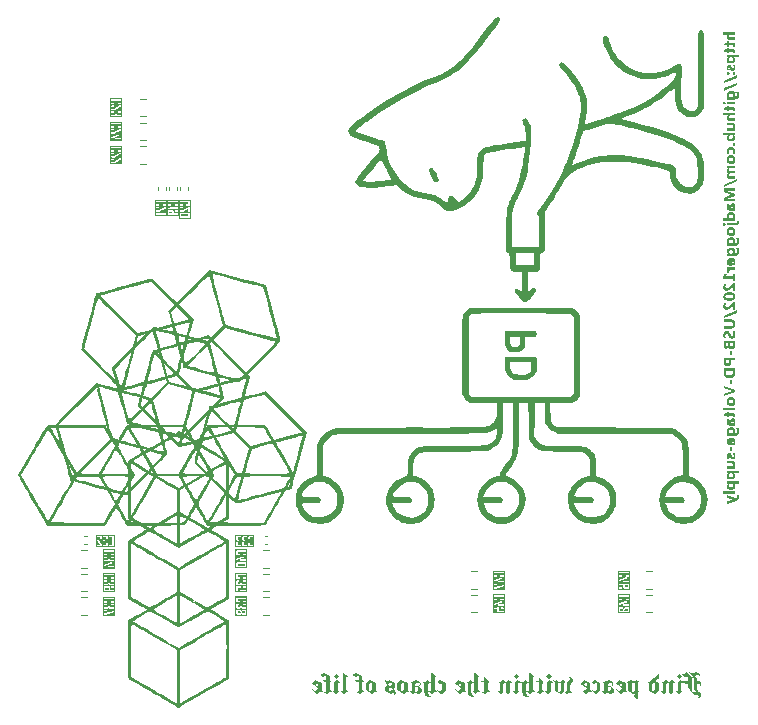
<source format=gbr>
%TF.GenerationSoftware,KiCad,Pcbnew,9.0.0*%
%TF.CreationDate,2025-08-15T19:16:38+03:00*%
%TF.ProjectId,USB-PD-Voltage-supply,5553422d-5044-42d5-966f-6c746167652d,rev?*%
%TF.SameCoordinates,Original*%
%TF.FileFunction,Legend,Bot*%
%TF.FilePolarity,Positive*%
%FSLAX46Y46*%
G04 Gerber Fmt 4.6, Leading zero omitted, Abs format (unit mm)*
G04 Created by KiCad (PCBNEW 9.0.0) date 2025-08-15 19:16:38*
%MOMM*%
%LPD*%
G01*
G04 APERTURE LIST*
%ADD10C,0.160000*%
%ADD11C,0.150000*%
%ADD12C,0.120000*%
%ADD13C,0.000000*%
G04 APERTURE END LIST*
D10*
G36*
X182515000Y-64862342D02*
G01*
X182515000Y-64647165D01*
X182117616Y-64647165D01*
X182055705Y-64641374D01*
X182013799Y-64626391D01*
X181986315Y-64604265D01*
X181969876Y-64574695D01*
X181963988Y-64535118D01*
X181968886Y-64498915D01*
X181983069Y-64468434D01*
X182007035Y-64442245D01*
X182037440Y-64422896D01*
X182073377Y-64410927D01*
X182116273Y-64406707D01*
X182515000Y-64406707D01*
X182515000Y-64190858D01*
X181479410Y-64190858D01*
X181479410Y-64406707D01*
X181919535Y-64406707D01*
X181919535Y-64409455D01*
X181875246Y-64444552D01*
X181842151Y-64483025D01*
X181818865Y-64525265D01*
X181804727Y-64572082D01*
X181799856Y-64624633D01*
X181805987Y-64689110D01*
X181822997Y-64740578D01*
X181849886Y-64781828D01*
X181887154Y-64814671D01*
X181936727Y-64839706D01*
X182001721Y-64856232D01*
X182086170Y-64862342D01*
X182515000Y-64862342D01*
G37*
G36*
X182507184Y-65455853D02*
G01*
X182519110Y-65422924D01*
X182527438Y-65376216D01*
X182530631Y-65311749D01*
X182525173Y-65247621D01*
X182510194Y-65197212D01*
X182486947Y-65157641D01*
X182455463Y-65126869D01*
X182414554Y-65103921D01*
X182361970Y-65089021D01*
X182294631Y-65083565D01*
X181975711Y-65083565D01*
X181975711Y-64970176D01*
X181815488Y-64970176D01*
X181815488Y-65083565D01*
X181665523Y-65083565D01*
X181604462Y-65298743D01*
X181815488Y-65298743D01*
X181815488Y-65455853D01*
X181975711Y-65455853D01*
X181975711Y-65298743D01*
X182257568Y-65298743D01*
X182300733Y-65303058D01*
X182330327Y-65314324D01*
X182350089Y-65331227D01*
X182362133Y-65354244D01*
X182366500Y-65385511D01*
X182361842Y-65419337D01*
X182346960Y-65455853D01*
X182507184Y-65455853D01*
G37*
G36*
X182507184Y-66000026D02*
G01*
X182519110Y-65967097D01*
X182527438Y-65920389D01*
X182530631Y-65855922D01*
X182525173Y-65791794D01*
X182510194Y-65741385D01*
X182486947Y-65701815D01*
X182455463Y-65671043D01*
X182414554Y-65648094D01*
X182361970Y-65633194D01*
X182294631Y-65627739D01*
X181975711Y-65627739D01*
X181975711Y-65514349D01*
X181815488Y-65514349D01*
X181815488Y-65627739D01*
X181665523Y-65627739D01*
X181604462Y-65842916D01*
X181815488Y-65842916D01*
X181815488Y-66000026D01*
X181975711Y-66000026D01*
X181975711Y-65842916D01*
X182257568Y-65842916D01*
X182300733Y-65847231D01*
X182330327Y-65858497D01*
X182350089Y-65875400D01*
X182362133Y-65898418D01*
X182366500Y-65929684D01*
X182361842Y-65963510D01*
X182346960Y-66000026D01*
X182507184Y-66000026D01*
G37*
G36*
X182835446Y-66337203D02*
G01*
X182433483Y-66337203D01*
X182433483Y-66339951D01*
X182476016Y-66376869D01*
X182505868Y-66420300D01*
X182524193Y-66471505D01*
X182530631Y-66532597D01*
X182523741Y-66602195D01*
X182503913Y-66662541D01*
X182471413Y-66715540D01*
X182425179Y-66762430D01*
X182370578Y-66798964D01*
X182306942Y-66825888D01*
X182232611Y-66842880D01*
X182145521Y-66848892D01*
X182065123Y-66843638D01*
X181997514Y-66828902D01*
X181940616Y-66805788D01*
X181892730Y-66774764D01*
X181852573Y-66734447D01*
X181823911Y-66687057D01*
X181806128Y-66631182D01*
X181799856Y-66564715D01*
X181804893Y-66508335D01*
X181812008Y-66484054D01*
X181963988Y-66484054D01*
X181969128Y-66527988D01*
X181983388Y-66562073D01*
X182006347Y-66588675D01*
X182039356Y-66608911D01*
X182085295Y-66622447D01*
X182148208Y-66627547D01*
X182216832Y-66622338D01*
X182269466Y-66608259D01*
X182309530Y-66586880D01*
X182341157Y-66556150D01*
X182359937Y-66518738D01*
X182366500Y-66472452D01*
X182361276Y-66433140D01*
X182346197Y-66400179D01*
X182320826Y-66372008D01*
X182288417Y-66351258D01*
X182249625Y-66338355D01*
X182202796Y-66333784D01*
X182146803Y-66333784D01*
X182093245Y-66338877D01*
X182049710Y-66353120D01*
X182014118Y-66375793D01*
X181986158Y-66406659D01*
X181969663Y-66442214D01*
X181963988Y-66484054D01*
X181812008Y-66484054D01*
X181819416Y-66458775D01*
X181843136Y-66414733D01*
X181876557Y-66375282D01*
X181920940Y-66339951D01*
X181920940Y-66337203D01*
X181815488Y-66337203D01*
X181815488Y-66121353D01*
X182835446Y-66121353D01*
X182835446Y-66337203D01*
G37*
G36*
X182495033Y-66943108D02*
G01*
X182319605Y-66943108D01*
X182347530Y-66997094D01*
X182366683Y-67049354D01*
X182378420Y-67101831D01*
X182382131Y-67149433D01*
X182377891Y-67203469D01*
X182367049Y-67239924D01*
X182354604Y-67258991D01*
X182339570Y-67269531D01*
X182321071Y-67273080D01*
X182302358Y-67269319D01*
X182287060Y-67258060D01*
X182274661Y-67241487D01*
X182263246Y-67219469D01*
X182244867Y-67167873D01*
X182226488Y-67113895D01*
X182192843Y-67040439D01*
X182173000Y-67010812D01*
X182150956Y-66987133D01*
X182125398Y-66968260D01*
X182095879Y-66954344D01*
X182062879Y-66946104D01*
X182021690Y-66943108D01*
X181966195Y-66949781D01*
X181921001Y-66968693D01*
X181882729Y-66998509D01*
X181851941Y-67037020D01*
X181828868Y-67082157D01*
X181812435Y-67134717D01*
X181803040Y-67190477D01*
X181799856Y-67249145D01*
X181807062Y-67343422D01*
X181827944Y-67437700D01*
X181995251Y-67437700D01*
X181974782Y-67395381D01*
X181960080Y-67349895D01*
X181951239Y-67303172D01*
X181948356Y-67258060D01*
X181951959Y-67218065D01*
X181962461Y-67184909D01*
X181980108Y-67162377D01*
X181991627Y-67156248D01*
X182004654Y-67154195D01*
X182022427Y-67157294D01*
X182037322Y-67166468D01*
X182060830Y-67198586D01*
X182078476Y-67242672D01*
X182094474Y-67290849D01*
X182127142Y-67368702D01*
X182146702Y-67401547D01*
X182168663Y-67428480D01*
X182194508Y-67450528D01*
X182224473Y-67466765D01*
X182258337Y-67476538D01*
X182300676Y-67480076D01*
X182359310Y-67473013D01*
X182406495Y-67453087D01*
X182446183Y-67421749D01*
X182477936Y-67381341D01*
X182501414Y-67333985D01*
X182518053Y-67278148D01*
X182527448Y-67219032D01*
X182530631Y-67156943D01*
X182526538Y-67080606D01*
X182514571Y-67009546D01*
X182495033Y-66943108D01*
G37*
G36*
X182034330Y-67700689D02*
G01*
X182030533Y-67666474D01*
X182019617Y-67637250D01*
X182001601Y-67611906D01*
X181977890Y-67592058D01*
X181951246Y-67580366D01*
X181920635Y-67576369D01*
X181889240Y-67580518D01*
X181862541Y-67592557D01*
X181839363Y-67612883D01*
X181821982Y-67638824D01*
X181811375Y-67668861D01*
X181807672Y-67704108D01*
X181811459Y-67739789D01*
X181822218Y-67769549D01*
X181839729Y-67794661D01*
X181862979Y-67814226D01*
X181889579Y-67825835D01*
X181920635Y-67829832D01*
X181952559Y-67825719D01*
X181979489Y-67813846D01*
X182002639Y-67793928D01*
X182019873Y-67768389D01*
X182030550Y-67737764D01*
X182034330Y-67700689D01*
G37*
G36*
X182530631Y-67700689D02*
G01*
X182526810Y-67666491D01*
X182515818Y-67637267D01*
X182497658Y-67611906D01*
X182473802Y-67592040D01*
X182447130Y-67580356D01*
X182416631Y-67576369D01*
X182385322Y-67580517D01*
X182358704Y-67592554D01*
X182335603Y-67612883D01*
X182318258Y-67638819D01*
X182307670Y-67668857D01*
X182303974Y-67704108D01*
X182307748Y-67739798D01*
X182318469Y-67769558D01*
X182335908Y-67794661D01*
X182359119Y-67814230D01*
X182385658Y-67825837D01*
X182416631Y-67829832D01*
X182448442Y-67825730D01*
X182475401Y-67813864D01*
X182498696Y-67793928D01*
X182516072Y-67768372D01*
X182526826Y-67737746D01*
X182530631Y-67700689D01*
G37*
G36*
X181534120Y-68529282D02*
G01*
X182675223Y-68051788D01*
X182675223Y-67859141D01*
X181534120Y-68334560D01*
X181534120Y-68529282D01*
G37*
G36*
X181534120Y-69149659D02*
G01*
X182675223Y-68672165D01*
X182675223Y-68479518D01*
X181534120Y-68954937D01*
X181534120Y-69149659D01*
G37*
G36*
X182263912Y-69188053D02*
G01*
X182330949Y-69203515D01*
X182388029Y-69227964D01*
X182436720Y-69261095D01*
X182477617Y-69303598D01*
X182506597Y-69352261D01*
X182524408Y-69408311D01*
X182530631Y-69473586D01*
X182525689Y-69530006D01*
X182511546Y-69578787D01*
X182488640Y-69621356D01*
X182456606Y-69658735D01*
X182414310Y-69691451D01*
X182414310Y-69694199D01*
X182469387Y-69694199D01*
X182518070Y-69690105D01*
X182559493Y-69678484D01*
X182594986Y-69659851D01*
X182625519Y-69634054D01*
X182649731Y-69602517D01*
X182667612Y-69564679D01*
X182678979Y-69519273D01*
X182683039Y-69464672D01*
X182676344Y-69392921D01*
X182655897Y-69320638D01*
X182620512Y-69246746D01*
X182802840Y-69246746D01*
X182823953Y-69303415D01*
X182838046Y-69376796D01*
X182843262Y-69470778D01*
X182838287Y-69558328D01*
X182824280Y-69633026D01*
X182802302Y-69696745D01*
X182772954Y-69751089D01*
X182736345Y-69797330D01*
X182691747Y-69836702D01*
X182640449Y-69867716D01*
X182581469Y-69890584D01*
X182513482Y-69904979D01*
X182434888Y-69910048D01*
X181815488Y-69910048D01*
X181815488Y-69694199D01*
X181897004Y-69694199D01*
X181897004Y-69691451D01*
X181854623Y-69655816D01*
X181824779Y-69613130D01*
X181806364Y-69562028D01*
X181805680Y-69555530D01*
X181963988Y-69555530D01*
X181969312Y-69595244D01*
X181984730Y-69628760D01*
X182010760Y-69657623D01*
X182043741Y-69679313D01*
X182080957Y-69692418D01*
X182123600Y-69696946D01*
X182178860Y-69696946D01*
X182233893Y-69691913D01*
X182278577Y-69677867D01*
X182315026Y-69655608D01*
X182343741Y-69625034D01*
X182360666Y-69589508D01*
X182366500Y-69547348D01*
X182360653Y-69504747D01*
X182343881Y-69469839D01*
X182315697Y-69440736D01*
X182279807Y-69419993D01*
X182234557Y-69406675D01*
X182177517Y-69401840D01*
X182110770Y-69407060D01*
X182059325Y-69421213D01*
X182019919Y-69442812D01*
X181988782Y-69473661D01*
X181970380Y-69510563D01*
X181963988Y-69555530D01*
X181805680Y-69555530D01*
X181799856Y-69500209D01*
X181806648Y-69430893D01*
X181826219Y-69370540D01*
X181858318Y-69317315D01*
X181903965Y-69270010D01*
X181957946Y-69233176D01*
X182021498Y-69205948D01*
X182096424Y-69188697D01*
X182184966Y-69182571D01*
X182263912Y-69188053D01*
G37*
G36*
X181702159Y-70200087D02*
G01*
X181698333Y-70164938D01*
X181687433Y-70135516D01*
X181669614Y-70110572D01*
X181646089Y-70091121D01*
X181619796Y-70079674D01*
X181589747Y-70075767D01*
X181558868Y-70079748D01*
X181532755Y-70091254D01*
X181510245Y-70110572D01*
X181493425Y-70135393D01*
X181483061Y-70164818D01*
X181479410Y-70200087D01*
X181483084Y-70235799D01*
X181493468Y-70265300D01*
X181510245Y-70289907D01*
X181532732Y-70309041D01*
X181558846Y-70320454D01*
X181589747Y-70324406D01*
X181621119Y-70320451D01*
X181647703Y-70309030D01*
X181670652Y-70289907D01*
X181687821Y-70265251D01*
X181698416Y-70235751D01*
X181702159Y-70200087D01*
G37*
G36*
X182515000Y-70306638D02*
G01*
X182515000Y-70090788D01*
X181815488Y-70090788D01*
X181815488Y-70306638D01*
X182515000Y-70306638D01*
G37*
G36*
X182507184Y-70911261D02*
G01*
X182519110Y-70878333D01*
X182527438Y-70831624D01*
X182530631Y-70767158D01*
X182525173Y-70703030D01*
X182510194Y-70652620D01*
X182486947Y-70613050D01*
X182455463Y-70582278D01*
X182414554Y-70559329D01*
X182361970Y-70544429D01*
X182294631Y-70538974D01*
X181975711Y-70538974D01*
X181975711Y-70425584D01*
X181815488Y-70425584D01*
X181815488Y-70538974D01*
X181665523Y-70538974D01*
X181604462Y-70754152D01*
X181815488Y-70754152D01*
X181815488Y-70911261D01*
X181975711Y-70911261D01*
X181975711Y-70754152D01*
X182257568Y-70754152D01*
X182300733Y-70758466D01*
X182330327Y-70769732D01*
X182350089Y-70786635D01*
X182362133Y-70809653D01*
X182366500Y-70840919D01*
X182361842Y-70874745D01*
X182346960Y-70911261D01*
X182507184Y-70911261D01*
G37*
G36*
X182515000Y-71704073D02*
G01*
X182515000Y-71488895D01*
X182117616Y-71488895D01*
X182055705Y-71483104D01*
X182013799Y-71468121D01*
X181986315Y-71445995D01*
X181969876Y-71416426D01*
X181963988Y-71376849D01*
X181968886Y-71340646D01*
X181983069Y-71310165D01*
X182007035Y-71283975D01*
X182037440Y-71264627D01*
X182073377Y-71252658D01*
X182116273Y-71248438D01*
X182515000Y-71248438D01*
X182515000Y-71032588D01*
X181479410Y-71032588D01*
X181479410Y-71248438D01*
X181919535Y-71248438D01*
X181919535Y-71251186D01*
X181875246Y-71286282D01*
X181842151Y-71324756D01*
X181818865Y-71366996D01*
X181804727Y-71413812D01*
X181799856Y-71466364D01*
X181805987Y-71530841D01*
X181822997Y-71582309D01*
X181849886Y-71623559D01*
X181887154Y-71656402D01*
X181936727Y-71681436D01*
X182001721Y-71697963D01*
X182086170Y-71704073D01*
X182515000Y-71704073D01*
G37*
G36*
X182515000Y-72539384D02*
G01*
X182515000Y-72324206D01*
X182408204Y-72324206D01*
X182408204Y-72320786D01*
X182453809Y-72285230D01*
X182487696Y-72246630D01*
X182511402Y-72204634D01*
X182525719Y-72158470D01*
X182530631Y-72107013D01*
X182524350Y-72041093D01*
X182506917Y-71988457D01*
X182479349Y-71946252D01*
X182441122Y-71912634D01*
X182390250Y-71886998D01*
X182323527Y-71870069D01*
X182236807Y-71863808D01*
X181815488Y-71863808D01*
X181815488Y-72078986D01*
X182218306Y-72078986D01*
X182277083Y-72084840D01*
X182317353Y-72100118D01*
X182344217Y-72123022D01*
X182360573Y-72154178D01*
X182366500Y-72196467D01*
X182361793Y-72233310D01*
X182348320Y-72263760D01*
X182325894Y-72289340D01*
X182296918Y-72308077D01*
X182260800Y-72319935D01*
X182215619Y-72324206D01*
X181815488Y-72324206D01*
X181815488Y-72539384D01*
X182515000Y-72539384D01*
G37*
G36*
X182515000Y-72936645D02*
G01*
X182433483Y-72936645D01*
X182433483Y-72939392D01*
X182475859Y-72976306D01*
X182505726Y-73020133D01*
X182524138Y-73072218D01*
X182530631Y-73134787D01*
X182523739Y-73204031D01*
X182503912Y-73263964D01*
X182471418Y-73316509D01*
X182425179Y-73362909D01*
X182370642Y-73398971D01*
X182307028Y-73425578D01*
X182232674Y-73442385D01*
X182145521Y-73448333D01*
X182064672Y-73443130D01*
X181996893Y-73428562D01*
X181940059Y-73405764D01*
X181892424Y-73375244D01*
X181852415Y-73335433D01*
X181823851Y-73288496D01*
X181806117Y-73233011D01*
X181799856Y-73166844D01*
X181804932Y-73109269D01*
X181812401Y-73083496D01*
X181963988Y-73083496D01*
X181969725Y-73127084D01*
X181985946Y-73161785D01*
X182012775Y-73189741D01*
X182047237Y-73209498D01*
X182091507Y-73222303D01*
X182148208Y-73226988D01*
X182216832Y-73221780D01*
X182269466Y-73207701D01*
X182309530Y-73186322D01*
X182341157Y-73155592D01*
X182359937Y-73118180D01*
X182366500Y-73071894D01*
X182361455Y-73033350D01*
X182346828Y-73000569D01*
X182322170Y-72972121D01*
X182290669Y-72950832D01*
X182253841Y-72937793D01*
X182210245Y-72933225D01*
X182138621Y-72933225D01*
X182088398Y-72938322D01*
X182046965Y-72952709D01*
X182012470Y-72975907D01*
X181985402Y-73007065D01*
X181969454Y-73042440D01*
X181963988Y-73083496D01*
X181812401Y-73083496D01*
X181819532Y-73058891D01*
X181843308Y-73014354D01*
X181876708Y-72974689D01*
X181920940Y-72939392D01*
X181920940Y-72936645D01*
X181479410Y-72936645D01*
X181479410Y-72720795D01*
X182515000Y-72720795D01*
X182515000Y-72936645D01*
G37*
G36*
X182530631Y-73684638D02*
G01*
X182526810Y-73650441D01*
X182515818Y-73621217D01*
X182497658Y-73595856D01*
X182473802Y-73575989D01*
X182447130Y-73564306D01*
X182416631Y-73560319D01*
X182385322Y-73564467D01*
X182358704Y-73576504D01*
X182335603Y-73596833D01*
X182318258Y-73622769D01*
X182307670Y-73652807D01*
X182303974Y-73688058D01*
X182307748Y-73723747D01*
X182318469Y-73753508D01*
X182335908Y-73778611D01*
X182359119Y-73798180D01*
X182385658Y-73809786D01*
X182416631Y-73813782D01*
X182448442Y-73809680D01*
X182475401Y-73797814D01*
X182498696Y-73777878D01*
X182516072Y-73752321D01*
X182526826Y-73721696D01*
X182530631Y-73684638D01*
G37*
G36*
X182488438Y-74497479D02*
G01*
X182510268Y-74446802D01*
X182525064Y-74378078D01*
X182530631Y-74286392D01*
X182524086Y-74206898D01*
X182505386Y-74138103D01*
X182475232Y-74078103D01*
X182433361Y-74025479D01*
X182381669Y-73982191D01*
X182323525Y-73951335D01*
X182257653Y-73932366D01*
X182182280Y-73925767D01*
X182110930Y-73930488D01*
X182048462Y-73943972D01*
X181993543Y-73965541D01*
X181945076Y-73994995D01*
X181902255Y-74032623D01*
X181858512Y-74088878D01*
X181826732Y-74154047D01*
X181806858Y-74229840D01*
X181799856Y-74318510D01*
X181804403Y-74401257D01*
X181816071Y-74458820D01*
X181832524Y-74497479D01*
X182014790Y-74497479D01*
X181986427Y-74450364D01*
X181969648Y-74400424D01*
X181963988Y-74346536D01*
X181970489Y-74286840D01*
X181988745Y-74238617D01*
X182018210Y-74199319D01*
X182057494Y-74169946D01*
X182106489Y-74151610D01*
X182167991Y-74145036D01*
X182227753Y-74151330D01*
X182275399Y-74168876D01*
X182313621Y-74196938D01*
X182342302Y-74234599D01*
X182360128Y-74281312D01*
X182366500Y-74339698D01*
X182361075Y-74392008D01*
X182344503Y-74444289D01*
X182315697Y-74497479D01*
X182488438Y-74497479D01*
G37*
G36*
X182250686Y-74603778D02*
G01*
X182321024Y-74623153D01*
X182381242Y-74654175D01*
X182432995Y-74697025D01*
X182474463Y-74749732D01*
X182504777Y-74811809D01*
X182523864Y-74885090D01*
X182530631Y-74971981D01*
X182523677Y-75060097D01*
X182504036Y-75134560D01*
X182472786Y-75197795D01*
X182429942Y-75251639D01*
X182376645Y-75295294D01*
X182314436Y-75326971D01*
X182241573Y-75346795D01*
X182155718Y-75353794D01*
X182076628Y-75347127D01*
X182008460Y-75328100D01*
X181949233Y-75297418D01*
X181897493Y-75254754D01*
X181856032Y-75202538D01*
X181825722Y-75140921D01*
X181806629Y-75068055D01*
X181799856Y-74981507D01*
X181800170Y-74977416D01*
X181963988Y-74977416D01*
X181969523Y-75025599D01*
X181984842Y-75062858D01*
X182009404Y-75091811D01*
X182044554Y-75113739D01*
X182093277Y-75128357D01*
X182159809Y-75133853D01*
X182230932Y-75128249D01*
X182282645Y-75113419D01*
X182319582Y-75091356D01*
X182345097Y-75062544D01*
X182360845Y-75025865D01*
X182366500Y-74978820D01*
X182360777Y-74928606D01*
X182344960Y-74889831D01*
X182319643Y-74859760D01*
X182283489Y-74837029D01*
X182233466Y-74821900D01*
X182165244Y-74816215D01*
X182102392Y-74821562D01*
X182053871Y-74836117D01*
X182016561Y-74858531D01*
X181987691Y-74890058D01*
X181970180Y-74928922D01*
X181963988Y-74977416D01*
X181800170Y-74977416D01*
X181806595Y-74893602D01*
X181825653Y-74818950D01*
X181855980Y-74755255D01*
X181897493Y-74700750D01*
X181949443Y-74656392D01*
X182010526Y-74624227D01*
X182082552Y-74604076D01*
X182167991Y-74596946D01*
X182250686Y-74603778D01*
G37*
G36*
X182515000Y-76605172D02*
G01*
X182515000Y-76389994D01*
X182116273Y-76389994D01*
X182055004Y-76384225D01*
X182013481Y-76369286D01*
X181986200Y-76347190D01*
X181969851Y-76317605D01*
X181963988Y-76277948D01*
X181969045Y-76244691D01*
X181983924Y-76216209D01*
X182009722Y-76191181D01*
X182041733Y-76173009D01*
X182079311Y-76161705D01*
X182123784Y-76157719D01*
X182515000Y-76157719D01*
X182515000Y-75941870D01*
X182112182Y-75941870D01*
X182052655Y-75936229D01*
X182012263Y-75921607D01*
X181985679Y-75899949D01*
X181969718Y-75870898D01*
X181963988Y-75831899D01*
X181968940Y-75797137D01*
X181983293Y-75768109D01*
X182007707Y-75743361D01*
X182038494Y-75725727D01*
X182077380Y-75714387D01*
X182126470Y-75710266D01*
X182515000Y-75710266D01*
X182515000Y-75494417D01*
X181815488Y-75494417D01*
X181815488Y-75710266D01*
X181925031Y-75710266D01*
X181925031Y-75713014D01*
X181890644Y-75738045D01*
X181860626Y-75769131D01*
X181834722Y-75806926D01*
X181815385Y-75848392D01*
X181803785Y-75892228D01*
X181799856Y-75939122D01*
X181805466Y-75996828D01*
X181821240Y-76044234D01*
X181846512Y-76083473D01*
X181881879Y-76115919D01*
X181929122Y-76142027D01*
X181881875Y-76177657D01*
X181846257Y-76218178D01*
X181820899Y-76264112D01*
X181805297Y-76316539D01*
X181799856Y-76376988D01*
X181805803Y-76438561D01*
X181822330Y-76487821D01*
X181848528Y-76527421D01*
X181884960Y-76559056D01*
X181933583Y-76583244D01*
X181997507Y-76599247D01*
X182080736Y-76605172D01*
X182515000Y-76605172D01*
G37*
G36*
X181534120Y-77322025D02*
G01*
X182675223Y-76844530D01*
X182675223Y-76651884D01*
X181534120Y-77127302D01*
X181534120Y-77322025D01*
G37*
G36*
X182515000Y-78533958D02*
G01*
X182515000Y-78316032D01*
X181928084Y-78316032D01*
X181830640Y-78317993D01*
X181718096Y-78324275D01*
X181718096Y-78318841D01*
X181801847Y-78301136D01*
X181848094Y-78288066D01*
X182515000Y-78058539D01*
X182515000Y-77878166D01*
X181854933Y-77644548D01*
X181718096Y-77613834D01*
X181718096Y-77607667D01*
X181972597Y-77616521D01*
X182515000Y-77616521D01*
X182515000Y-77417768D01*
X181534120Y-77417768D01*
X181534120Y-77740840D01*
X182115540Y-77940997D01*
X182185780Y-77961755D01*
X182255736Y-77975863D01*
X182255736Y-77979954D01*
X182177168Y-77999596D01*
X182114136Y-78018911D01*
X181534120Y-78219068D01*
X181534120Y-78533958D01*
X182515000Y-78533958D01*
G37*
G36*
X182381242Y-78691029D02*
G01*
X182431556Y-78710606D01*
X182473173Y-78742480D01*
X182504275Y-78784712D01*
X182523682Y-78837150D01*
X182530631Y-78902704D01*
X182525722Y-78956413D01*
X182511644Y-79002933D01*
X182488745Y-79043654D01*
X182456528Y-79079540D01*
X182413700Y-79111043D01*
X182413700Y-79113790D01*
X182515000Y-79113790D01*
X182515000Y-79318039D01*
X182097772Y-79318039D01*
X182022939Y-79312613D01*
X181962457Y-79297623D01*
X181913654Y-79274389D01*
X181874440Y-79243345D01*
X181843468Y-79203993D01*
X181820265Y-79154964D01*
X181805282Y-79094145D01*
X181799856Y-79018841D01*
X181804072Y-78953182D01*
X181817747Y-78876386D01*
X181838212Y-78802774D01*
X181858963Y-78753105D01*
X182022606Y-78753105D01*
X181989580Y-78811362D01*
X181966565Y-78870030D01*
X181952913Y-78929640D01*
X181948356Y-78990814D01*
X181953626Y-79038880D01*
X181967577Y-79072453D01*
X181989002Y-79095454D01*
X182018951Y-79109835D01*
X182060464Y-79115134D01*
X182185516Y-79115134D01*
X182231983Y-79115134D01*
X182272735Y-79110664D01*
X182307224Y-79097868D01*
X182336824Y-79076849D01*
X182359698Y-79049064D01*
X182373441Y-79016538D01*
X182378224Y-78977808D01*
X182372065Y-78937557D01*
X182355020Y-78908443D01*
X182328673Y-78889340D01*
X182295364Y-78882859D01*
X182260296Y-78889088D01*
X182233943Y-78906908D01*
X182214180Y-78938115D01*
X182201697Y-78988066D01*
X182185516Y-79115134D01*
X182060464Y-79115134D01*
X182085621Y-78925235D01*
X182102862Y-78844949D01*
X182129139Y-78784979D01*
X182163166Y-78741015D01*
X182205064Y-78710093D01*
X182256353Y-78690930D01*
X182319727Y-78684106D01*
X182381242Y-78691029D01*
G37*
G36*
X182263918Y-79453302D02*
G01*
X182333021Y-79469209D01*
X182390555Y-79494107D01*
X182438429Y-79527538D01*
X182478683Y-79570591D01*
X182507142Y-79619275D01*
X182524568Y-79674727D01*
X182530631Y-79738625D01*
X182525840Y-79794686D01*
X182512139Y-79843180D01*
X182489988Y-79885492D01*
X182459099Y-79922632D01*
X182418463Y-79955146D01*
X182418463Y-79957894D01*
X182515000Y-79957894D01*
X182515000Y-80173743D01*
X181479410Y-80173743D01*
X181479410Y-79957894D01*
X181895661Y-79957894D01*
X181895661Y-79955146D01*
X181854630Y-79924298D01*
X181825226Y-79884133D01*
X181806608Y-79832682D01*
X181805232Y-79819225D01*
X181963988Y-79819225D01*
X181969163Y-79859523D01*
X181984077Y-79893381D01*
X182009050Y-79922356D01*
X182041030Y-79944070D01*
X182078287Y-79957343D01*
X182122257Y-79961985D01*
X182174769Y-79961985D01*
X182231182Y-79956934D01*
X182276861Y-79942866D01*
X182313988Y-79920647D01*
X182343419Y-79890029D01*
X182360613Y-79854925D01*
X182366500Y-79813729D01*
X182360710Y-79770154D01*
X182344213Y-79734833D01*
X182316735Y-79705774D01*
X182281421Y-79685245D01*
X182235120Y-79671828D01*
X182174769Y-79666878D01*
X182110368Y-79671952D01*
X182059823Y-79685823D01*
X182020286Y-79707178D01*
X181988952Y-79737617D01*
X181970432Y-79774278D01*
X181963988Y-79819225D01*
X181805232Y-79819225D01*
X181799856Y-79766652D01*
X181806639Y-79697307D01*
X181826200Y-79636809D01*
X181858302Y-79583346D01*
X181903965Y-79535720D01*
X181958032Y-79498425D01*
X182021030Y-79471005D01*
X182094617Y-79453721D01*
X182180875Y-79447609D01*
X182263918Y-79453302D01*
G37*
G36*
X181702159Y-80465125D02*
G01*
X181698333Y-80429977D01*
X181687433Y-80400554D01*
X181669614Y-80375610D01*
X181646089Y-80356159D01*
X181619796Y-80344712D01*
X181589747Y-80340806D01*
X181558868Y-80344787D01*
X181532755Y-80356293D01*
X181510245Y-80375610D01*
X181493425Y-80400431D01*
X181483061Y-80429857D01*
X181479410Y-80465125D01*
X181483084Y-80500838D01*
X181493468Y-80530338D01*
X181510245Y-80554945D01*
X181532732Y-80574079D01*
X181558846Y-80585492D01*
X181589747Y-80589445D01*
X181621119Y-80585490D01*
X181647703Y-80574068D01*
X181670652Y-80554945D01*
X181687821Y-80530289D01*
X181698416Y-80500790D01*
X181702159Y-80465125D01*
G37*
G36*
X182502482Y-80571676D02*
G01*
X182580083Y-80566379D01*
X182646076Y-80551436D01*
X182702338Y-80527814D01*
X182750389Y-80495839D01*
X182790258Y-80454745D01*
X182818956Y-80405793D01*
X182836898Y-80347394D01*
X182843262Y-80277241D01*
X182838661Y-80229406D01*
X182823722Y-80174110D01*
X182655683Y-80174110D01*
X182673833Y-80218588D01*
X182679131Y-80254038D01*
X182673424Y-80288868D01*
X182657172Y-80315507D01*
X182629184Y-80336028D01*
X182585325Y-80350255D01*
X182519274Y-80355826D01*
X181815488Y-80355826D01*
X181815488Y-80571676D01*
X182502482Y-80571676D01*
G37*
G36*
X182250686Y-80718642D02*
G01*
X182321024Y-80738017D01*
X182381242Y-80769039D01*
X182432995Y-80811889D01*
X182474463Y-80864595D01*
X182504777Y-80926672D01*
X182523864Y-80999954D01*
X182530631Y-81086845D01*
X182523677Y-81174960D01*
X182504036Y-81249424D01*
X182472786Y-81312659D01*
X182429942Y-81366503D01*
X182376645Y-81410158D01*
X182314436Y-81441835D01*
X182241573Y-81461659D01*
X182155718Y-81468658D01*
X182076628Y-81461991D01*
X182008460Y-81442964D01*
X181949233Y-81412282D01*
X181897493Y-81369617D01*
X181856032Y-81317402D01*
X181825722Y-81255785D01*
X181806629Y-81182919D01*
X181799856Y-81096371D01*
X181800170Y-81092280D01*
X181963988Y-81092280D01*
X181969523Y-81140462D01*
X181984842Y-81177722D01*
X182009404Y-81206675D01*
X182044554Y-81228603D01*
X182093277Y-81243220D01*
X182159809Y-81248717D01*
X182230932Y-81243113D01*
X182282645Y-81228283D01*
X182319582Y-81206220D01*
X182345097Y-81177407D01*
X182360845Y-81140729D01*
X182366500Y-81093684D01*
X182360777Y-81043470D01*
X182344960Y-81004695D01*
X182319643Y-80974624D01*
X182283489Y-80951893D01*
X182233466Y-80936764D01*
X182165244Y-80931079D01*
X182102392Y-80936426D01*
X182053871Y-80950981D01*
X182016561Y-80973394D01*
X181987691Y-81004922D01*
X181970180Y-81043786D01*
X181963988Y-81092280D01*
X181800170Y-81092280D01*
X181806595Y-81008466D01*
X181825653Y-80933814D01*
X181855980Y-80870119D01*
X181897493Y-80815614D01*
X181949443Y-80771256D01*
X182010526Y-80739091D01*
X182082552Y-80718940D01*
X182167991Y-80711810D01*
X182250686Y-80718642D01*
G37*
G36*
X182263912Y-81573119D02*
G01*
X182330949Y-81588581D01*
X182388029Y-81613031D01*
X182436720Y-81646161D01*
X182477617Y-81688664D01*
X182506597Y-81737327D01*
X182524408Y-81793378D01*
X182530631Y-81858653D01*
X182525689Y-81915072D01*
X182511546Y-81963853D01*
X182488640Y-82006422D01*
X182456606Y-82043801D01*
X182414310Y-82076517D01*
X182414310Y-82079265D01*
X182469387Y-82079265D01*
X182518070Y-82075171D01*
X182559493Y-82063551D01*
X182594986Y-82044917D01*
X182625519Y-82019120D01*
X182649731Y-81987584D01*
X182667612Y-81949745D01*
X182678979Y-81904339D01*
X182683039Y-81849738D01*
X182676344Y-81777987D01*
X182655897Y-81705704D01*
X182620512Y-81631812D01*
X182802840Y-81631812D01*
X182823953Y-81688481D01*
X182838046Y-81761862D01*
X182843262Y-81855844D01*
X182838287Y-81943394D01*
X182824280Y-82018092D01*
X182802302Y-82081811D01*
X182772954Y-82136156D01*
X182736345Y-82182397D01*
X182691747Y-82221768D01*
X182640449Y-82252782D01*
X182581469Y-82275650D01*
X182513482Y-82290045D01*
X182434888Y-82295115D01*
X181815488Y-82295115D01*
X181815488Y-82079265D01*
X181897004Y-82079265D01*
X181897004Y-82076517D01*
X181854623Y-82040883D01*
X181824779Y-81998196D01*
X181806364Y-81947094D01*
X181805680Y-81940596D01*
X181963988Y-81940596D01*
X181969312Y-81980310D01*
X181984730Y-82013827D01*
X182010760Y-82042690D01*
X182043741Y-82064379D01*
X182080957Y-82077485D01*
X182123600Y-82082013D01*
X182178860Y-82082013D01*
X182233893Y-82076979D01*
X182278577Y-82062933D01*
X182315026Y-82040675D01*
X182343741Y-82010101D01*
X182360666Y-81974574D01*
X182366500Y-81932414D01*
X182360653Y-81889813D01*
X182343881Y-81854905D01*
X182315697Y-81825802D01*
X182279807Y-81805059D01*
X182234557Y-81791742D01*
X182177517Y-81786906D01*
X182110770Y-81792126D01*
X182059325Y-81806279D01*
X182019919Y-81827878D01*
X181988782Y-81858727D01*
X181970380Y-81895630D01*
X181963988Y-81940596D01*
X181805680Y-81940596D01*
X181799856Y-81885275D01*
X181806648Y-81815959D01*
X181826219Y-81755607D01*
X181858318Y-81702382D01*
X181903965Y-81655076D01*
X181957946Y-81618243D01*
X182021498Y-81591014D01*
X182096424Y-81573763D01*
X182184966Y-81567637D01*
X182263912Y-81573119D01*
G37*
G36*
X182263912Y-82439693D02*
G01*
X182330949Y-82455155D01*
X182388029Y-82479604D01*
X182436720Y-82512735D01*
X182477617Y-82555238D01*
X182506597Y-82603901D01*
X182524408Y-82659951D01*
X182530631Y-82725226D01*
X182525689Y-82781646D01*
X182511546Y-82830426D01*
X182488640Y-82872996D01*
X182456606Y-82910375D01*
X182414310Y-82943091D01*
X182414310Y-82945839D01*
X182469387Y-82945839D01*
X182518070Y-82941745D01*
X182559493Y-82930124D01*
X182594986Y-82911491D01*
X182625519Y-82885694D01*
X182649731Y-82854157D01*
X182667612Y-82816319D01*
X182678979Y-82770912D01*
X182683039Y-82716311D01*
X182676344Y-82644561D01*
X182655897Y-82572278D01*
X182620512Y-82498386D01*
X182802840Y-82498386D01*
X182823953Y-82555055D01*
X182838046Y-82628436D01*
X182843262Y-82722418D01*
X182838287Y-82809968D01*
X182824280Y-82884666D01*
X182802302Y-82948385D01*
X182772954Y-83002729D01*
X182736345Y-83048970D01*
X182691747Y-83088342D01*
X182640449Y-83119355D01*
X182581469Y-83142224D01*
X182513482Y-83156619D01*
X182434888Y-83161688D01*
X181815488Y-83161688D01*
X181815488Y-82945839D01*
X181897004Y-82945839D01*
X181897004Y-82943091D01*
X181854623Y-82907456D01*
X181824779Y-82864770D01*
X181806364Y-82813668D01*
X181805680Y-82807170D01*
X181963988Y-82807170D01*
X181969312Y-82846884D01*
X181984730Y-82880400D01*
X182010760Y-82909263D01*
X182043741Y-82930953D01*
X182080957Y-82944058D01*
X182123600Y-82948586D01*
X182178860Y-82948586D01*
X182233893Y-82943553D01*
X182278577Y-82929507D01*
X182315026Y-82907248D01*
X182343741Y-82876674D01*
X182360666Y-82841147D01*
X182366500Y-82798988D01*
X182360653Y-82756386D01*
X182343881Y-82721479D01*
X182315697Y-82692376D01*
X182279807Y-82671633D01*
X182234557Y-82658315D01*
X182177517Y-82653480D01*
X182110770Y-82658699D01*
X182059325Y-82672853D01*
X182019919Y-82694452D01*
X181988782Y-82725301D01*
X181970380Y-82762203D01*
X181963988Y-82807170D01*
X181805680Y-82807170D01*
X181799856Y-82751849D01*
X181806648Y-82682533D01*
X181826219Y-82622180D01*
X181858318Y-82568955D01*
X181903965Y-82521650D01*
X181957946Y-82484816D01*
X182021498Y-82457588D01*
X182096424Y-82440337D01*
X182184966Y-82434211D01*
X182263912Y-82439693D01*
G37*
G36*
X182259350Y-83307302D02*
G01*
X182329073Y-83325634D01*
X182387705Y-83354674D01*
X182437086Y-83394330D01*
X182476660Y-83443724D01*
X182505706Y-83502657D01*
X182524085Y-83573040D01*
X182530631Y-83657379D01*
X182524143Y-83759867D01*
X182506284Y-83842720D01*
X182478852Y-83909438D01*
X182323513Y-83909438D01*
X182353520Y-83849054D01*
X182371879Y-83781923D01*
X182378224Y-83706533D01*
X182373151Y-83645420D01*
X182359495Y-83599399D01*
X182338747Y-83565065D01*
X182311120Y-83540001D01*
X182275519Y-83523061D01*
X182229724Y-83514558D01*
X182229724Y-83970865D01*
X182138560Y-83970865D01*
X182060703Y-83965052D01*
X181994795Y-83948648D01*
X181938787Y-83922627D01*
X181891081Y-83887151D01*
X181852216Y-83842525D01*
X181823950Y-83789452D01*
X181806172Y-83726233D01*
X181799856Y-83650540D01*
X181799984Y-83649136D01*
X181948356Y-83649136D01*
X181954393Y-83693239D01*
X181970981Y-83725557D01*
X181998040Y-83749152D01*
X182038331Y-83764796D01*
X182096856Y-83770769D01*
X182096856Y-83513215D01*
X182056035Y-83522249D01*
X182021045Y-83537641D01*
X181990915Y-83559316D01*
X181966839Y-83586802D01*
X181952995Y-83616391D01*
X181948356Y-83649136D01*
X181799984Y-83649136D01*
X181806393Y-83578601D01*
X181825409Y-83514092D01*
X181856757Y-83455524D01*
X181901278Y-83401840D01*
X181954828Y-83358675D01*
X182017238Y-83327329D01*
X182090233Y-83307709D01*
X182176113Y-83300785D01*
X182259350Y-83307302D01*
G37*
G36*
X182008562Y-84555887D02*
G01*
X181992927Y-84514590D01*
X181987435Y-84465029D01*
X181993432Y-84420686D01*
X182010548Y-84384707D01*
X182039153Y-84355059D01*
X182075657Y-84333934D01*
X182121759Y-84320361D01*
X182179959Y-84315430D01*
X182515000Y-84315430D01*
X182515000Y-84099581D01*
X181815488Y-84099581D01*
X181815488Y-84315430D01*
X181943715Y-84315430D01*
X181943715Y-84318178D01*
X181889014Y-84343686D01*
X181849452Y-84374445D01*
X181822165Y-84410403D01*
X181805631Y-84452509D01*
X181799856Y-84502581D01*
X181802215Y-84534743D01*
X181808161Y-84555887D01*
X182008562Y-84555887D01*
G37*
G36*
X182515000Y-85301317D02*
G01*
X182515000Y-84681734D01*
X182343053Y-84681734D01*
X182343053Y-84884638D01*
X181733422Y-84884638D01*
X181780317Y-84676238D01*
X181604462Y-84676238D01*
X181518489Y-85099816D01*
X182343053Y-85099816D01*
X182343053Y-85301317D01*
X182515000Y-85301317D01*
G37*
G36*
X182331146Y-85692349D02*
G01*
X182335237Y-85692349D01*
X182335237Y-86089916D01*
X182515000Y-86089916D01*
X182515000Y-85445054D01*
X182346167Y-85445054D01*
X182078293Y-85725872D01*
X181998308Y-85802491D01*
X181941823Y-85845062D01*
X181903941Y-85864437D01*
X181865496Y-85875789D01*
X181825868Y-85879562D01*
X181775377Y-85873263D01*
X181739134Y-85856239D01*
X181713379Y-85829184D01*
X181696710Y-85789951D01*
X181690436Y-85734054D01*
X181696417Y-85673361D01*
X181714568Y-85613452D01*
X181745849Y-85553328D01*
X181792041Y-85492192D01*
X181602142Y-85492192D01*
X181565674Y-85557829D01*
X181539663Y-85627232D01*
X181523869Y-85701145D01*
X181518489Y-85780460D01*
X181523831Y-85855752D01*
X181538795Y-85918609D01*
X181562304Y-85971166D01*
X181594021Y-86015116D01*
X181634504Y-86051612D01*
X181681106Y-86077703D01*
X181735038Y-86093844D01*
X181798025Y-86099502D01*
X181861146Y-86092629D01*
X181926884Y-86071218D01*
X181996623Y-86033193D01*
X182071582Y-85975418D01*
X182152787Y-85893850D01*
X182331146Y-85692349D01*
G37*
G36*
X182159486Y-86229398D02*
G01*
X182256213Y-86245704D01*
X182333788Y-86270478D01*
X182395452Y-86302423D01*
X182443865Y-86340918D01*
X182480970Y-86386082D01*
X182507862Y-86438764D01*
X182524687Y-86500465D01*
X182530631Y-86573211D01*
X182524966Y-86641823D01*
X182508744Y-86701493D01*
X182482527Y-86753816D01*
X182446051Y-86799975D01*
X182398251Y-86840657D01*
X182345683Y-86871765D01*
X182283055Y-86897329D01*
X182208749Y-86916827D01*
X182120897Y-86929403D01*
X182017416Y-86933897D01*
X181894799Y-86927988D01*
X181795888Y-86911799D01*
X181716827Y-86887262D01*
X181654244Y-86855731D01*
X181605349Y-86817898D01*
X181568063Y-86773724D01*
X181541167Y-86722443D01*
X181524399Y-86662629D01*
X181518489Y-86592323D01*
X181519262Y-86582798D01*
X181682620Y-86582798D01*
X181689015Y-86616218D01*
X181708395Y-86644931D01*
X181744006Y-86670396D01*
X181802340Y-86692092D01*
X181892272Y-86707781D01*
X182024560Y-86713956D01*
X182156438Y-86707696D01*
X182246254Y-86691776D01*
X182304669Y-86669719D01*
X182340462Y-86643756D01*
X182360024Y-86614369D01*
X182366500Y-86580050D01*
X182360005Y-86544306D01*
X182340546Y-86513968D01*
X182305346Y-86487437D01*
X182248472Y-86465080D01*
X182161657Y-86449021D01*
X182034818Y-86442725D01*
X181899301Y-86449238D01*
X181806880Y-86465816D01*
X181746650Y-86488814D01*
X181709643Y-86515946D01*
X181689352Y-86546743D01*
X181682620Y-86582798D01*
X181519262Y-86582798D01*
X181524245Y-86521362D01*
X181540689Y-86459909D01*
X181567184Y-86406289D01*
X181603923Y-86359247D01*
X181651906Y-86318039D01*
X181704810Y-86286581D01*
X181768206Y-86260667D01*
X181843817Y-86240853D01*
X181933638Y-86228043D01*
X182039886Y-86223456D01*
X182159486Y-86229398D01*
G37*
G36*
X182331146Y-87302398D02*
G01*
X182335237Y-87302398D01*
X182335237Y-87699965D01*
X182515000Y-87699965D01*
X182515000Y-87055102D01*
X182346167Y-87055102D01*
X182078293Y-87335921D01*
X181998308Y-87412540D01*
X181941823Y-87455111D01*
X181903941Y-87474486D01*
X181865496Y-87485838D01*
X181825868Y-87489610D01*
X181775377Y-87483312D01*
X181739134Y-87466288D01*
X181713379Y-87439233D01*
X181696710Y-87400000D01*
X181690436Y-87344103D01*
X181696417Y-87283410D01*
X181714568Y-87223501D01*
X181745849Y-87163377D01*
X181792041Y-87102241D01*
X181602142Y-87102241D01*
X181565674Y-87167878D01*
X181539663Y-87237281D01*
X181523869Y-87311194D01*
X181518489Y-87390509D01*
X181523831Y-87465801D01*
X181538795Y-87528658D01*
X181562304Y-87581215D01*
X181594021Y-87625165D01*
X181634504Y-87661661D01*
X181681106Y-87687752D01*
X181735038Y-87703892D01*
X181798025Y-87709551D01*
X181861146Y-87702678D01*
X181926884Y-87681267D01*
X181996623Y-87643242D01*
X182071582Y-87585467D01*
X182152787Y-87503899D01*
X182331146Y-87302398D01*
G37*
G36*
X181534120Y-88422374D02*
G01*
X182675223Y-87944879D01*
X182675223Y-87752233D01*
X181534120Y-88227651D01*
X181534120Y-88422374D01*
G37*
G36*
X182089406Y-89316669D02*
G01*
X182190789Y-89310510D01*
X182274268Y-89293423D01*
X182342807Y-89266994D01*
X182398883Y-89232070D01*
X182444364Y-89188702D01*
X182480390Y-89136140D01*
X182507273Y-89072896D01*
X182524472Y-88996860D01*
X182530631Y-88905425D01*
X182524636Y-88816880D01*
X182507891Y-88743210D01*
X182481703Y-88681894D01*
X182446583Y-88630894D01*
X182402209Y-88588781D01*
X182347453Y-88554839D01*
X182280476Y-88529135D01*
X182198847Y-88512510D01*
X182099665Y-88506516D01*
X181534120Y-88506516D01*
X181534120Y-88727800D01*
X182101741Y-88727800D01*
X182182737Y-88734389D01*
X182241914Y-88751884D01*
X182284467Y-88778059D01*
X182314091Y-88812494D01*
X182332504Y-88856653D01*
X182339145Y-88913607D01*
X182332678Y-88969730D01*
X182314777Y-89013153D01*
X182286054Y-89046917D01*
X182244920Y-89072508D01*
X182187867Y-89089575D01*
X182109923Y-89095996D01*
X181534120Y-89095996D01*
X181534120Y-89316669D01*
X182089406Y-89316669D01*
G37*
G36*
X182475921Y-89485136D02*
G01*
X182257079Y-89485136D01*
X182301774Y-89547525D01*
X182333283Y-89614218D01*
X182352401Y-89684645D01*
X182358684Y-89754963D01*
X182356657Y-89795280D01*
X182351113Y-89827747D01*
X182341665Y-89857114D01*
X182329986Y-89879649D01*
X182314903Y-89898156D01*
X182298112Y-89910729D01*
X182279014Y-89918411D01*
X182258300Y-89920987D01*
X182231104Y-89916853D01*
X182207131Y-89904562D01*
X182186001Y-89885775D01*
X182165488Y-89859804D01*
X182128668Y-89792515D01*
X182092459Y-89708557D01*
X182056065Y-89634720D01*
X182017086Y-89578690D01*
X181975772Y-89537404D01*
X181927213Y-89506372D01*
X181872287Y-89487557D01*
X181809260Y-89481045D01*
X181759067Y-89484700D01*
X181715636Y-89495109D01*
X181677857Y-89511758D01*
X181627837Y-89548014D01*
X181587426Y-89595472D01*
X181557014Y-89651710D01*
X181535219Y-89718082D01*
X181522758Y-89789057D01*
X181518489Y-89865666D01*
X181520914Y-89940021D01*
X181527587Y-90001221D01*
X181539328Y-90058803D01*
X181555553Y-90110214D01*
X181756870Y-90110214D01*
X181727683Y-90056542D01*
X181706739Y-89996763D01*
X181694466Y-89935642D01*
X181690436Y-89877939D01*
X181692333Y-89841328D01*
X181697702Y-89809612D01*
X181706759Y-89780498D01*
X181718157Y-89757711D01*
X181732866Y-89738641D01*
X181749665Y-89724921D01*
X181768980Y-89716257D01*
X181790819Y-89713319D01*
X181814231Y-89716595D01*
X181834844Y-89726264D01*
X181853204Y-89741436D01*
X181871664Y-89763145D01*
X181905797Y-89821214D01*
X181940296Y-89898456D01*
X181966166Y-89955303D01*
X181992503Y-90003968D01*
X182022363Y-90048048D01*
X182054907Y-90084263D01*
X182092212Y-90113809D01*
X182134469Y-90135493D01*
X182181445Y-90148580D01*
X182238517Y-90153262D01*
X182292381Y-90149490D01*
X182337741Y-90138889D01*
X182376025Y-90122182D01*
X182426389Y-90085527D01*
X182466151Y-90037796D01*
X182495333Y-89981188D01*
X182515610Y-89913843D01*
X182526798Y-89841932D01*
X182530631Y-89764549D01*
X182527140Y-89685101D01*
X182516953Y-89611165D01*
X182499297Y-89541589D01*
X182475921Y-89485136D01*
G37*
G36*
X182515000Y-90691146D02*
G01*
X182509404Y-90774853D01*
X182493707Y-90845190D01*
X182469063Y-90904354D01*
X182435926Y-90954134D01*
X182393014Y-90996177D01*
X182343955Y-91025894D01*
X182287520Y-91044124D01*
X182221847Y-91050488D01*
X182162749Y-91043392D01*
X182111090Y-91022710D01*
X182065043Y-90987962D01*
X182028535Y-90942810D01*
X182002640Y-90887872D01*
X181987618Y-90820961D01*
X181984870Y-90820961D01*
X181965005Y-90873996D01*
X181937524Y-90919298D01*
X181902255Y-90957920D01*
X181860151Y-90987861D01*
X181814381Y-91005535D01*
X181763586Y-91011531D01*
X181711068Y-91005801D01*
X181666363Y-90989361D01*
X181627758Y-90962314D01*
X181594265Y-90923421D01*
X181569748Y-90878804D01*
X181550910Y-90823435D01*
X181538592Y-90755132D01*
X181534120Y-90671362D01*
X181534120Y-90618056D01*
X181698251Y-90618056D01*
X181704013Y-90684145D01*
X181718785Y-90728294D01*
X181740247Y-90756710D01*
X181768369Y-90773369D01*
X181805413Y-90779256D01*
X181842004Y-90774641D01*
X181871640Y-90761547D01*
X181895966Y-90739933D01*
X181913550Y-90712001D01*
X181924758Y-90676810D01*
X181926635Y-90656280D01*
X182092948Y-90656280D01*
X182097158Y-90706301D01*
X182108657Y-90745243D01*
X182126409Y-90775471D01*
X182151317Y-90799102D01*
X182181453Y-90813256D01*
X182218489Y-90818213D01*
X182257381Y-90813160D01*
X182289110Y-90798752D01*
X182315392Y-90774799D01*
X182334311Y-90743999D01*
X182346451Y-90704802D01*
X182350868Y-90654937D01*
X182350868Y-90535380D01*
X182092948Y-90535380D01*
X182092948Y-90656280D01*
X181926635Y-90656280D01*
X181928817Y-90632405D01*
X181928817Y-90535380D01*
X181698251Y-90535380D01*
X181698251Y-90618056D01*
X181534120Y-90618056D01*
X181534120Y-90314767D01*
X182515000Y-90314767D01*
X182515000Y-90691146D01*
G37*
G36*
X182218000Y-91570908D02*
G01*
X182218000Y-91197278D01*
X182065593Y-91197278D01*
X182065593Y-91570908D01*
X182218000Y-91570908D01*
G37*
G36*
X182515000Y-91997906D02*
G01*
X182178921Y-91997906D01*
X182178921Y-92103114D01*
X182172569Y-92191743D01*
X182154616Y-92267207D01*
X182126139Y-92331689D01*
X182087391Y-92386924D01*
X182038005Y-92433446D01*
X181982513Y-92466224D01*
X181919667Y-92486228D01*
X181847606Y-92493169D01*
X181771817Y-92486987D01*
X181709727Y-92469743D01*
X181658709Y-92442603D01*
X181616827Y-92405598D01*
X181583017Y-92357636D01*
X181557201Y-92296610D01*
X181540295Y-92219582D01*
X181534120Y-92122958D01*
X181534120Y-92084673D01*
X181702159Y-92084673D01*
X181707328Y-92143580D01*
X181721162Y-92187121D01*
X181742146Y-92218942D01*
X181770247Y-92241508D01*
X181806911Y-92255763D01*
X181854811Y-92260956D01*
X181904032Y-92255705D01*
X181941602Y-92241321D01*
X181970290Y-92218629D01*
X181991628Y-92186759D01*
X182005652Y-92143307D01*
X182010882Y-92084673D01*
X182010882Y-91997906D01*
X181702159Y-91997906D01*
X181702159Y-92084673D01*
X181534120Y-92084673D01*
X181534120Y-91777294D01*
X182515000Y-91777294D01*
X182515000Y-91997906D01*
G37*
G36*
X182515000Y-92984036D02*
G01*
X182508974Y-93079371D01*
X182491720Y-93163511D01*
X182464077Y-93238066D01*
X182426336Y-93304378D01*
X182378224Y-93363468D01*
X182320880Y-93413953D01*
X182256741Y-93453270D01*
X182184847Y-93481906D01*
X182103881Y-93499714D01*
X182012226Y-93505922D01*
X181916098Y-93500040D01*
X181834584Y-93483505D01*
X181765430Y-93457553D01*
X181706751Y-93422793D01*
X181657109Y-93379176D01*
X181615605Y-93325996D01*
X181581940Y-93261939D01*
X181556434Y-93185169D01*
X181540005Y-93093412D01*
X181534120Y-92984036D01*
X181534120Y-92965596D01*
X181713883Y-92965596D01*
X181719507Y-93038374D01*
X181735297Y-93099142D01*
X181760252Y-93150051D01*
X181794239Y-93192742D01*
X181836696Y-93227246D01*
X181886539Y-93252363D01*
X181945219Y-93268129D01*
X182014668Y-93273709D01*
X182088408Y-93268058D01*
X182150829Y-93252099D01*
X182203901Y-93226741D01*
X182249141Y-93192070D01*
X182285948Y-93148670D01*
X182312628Y-93097760D01*
X182329332Y-93037856D01*
X182335237Y-92966939D01*
X182335237Y-92857641D01*
X181713883Y-92857641D01*
X181713883Y-92965596D01*
X181534120Y-92965596D01*
X181534120Y-92637028D01*
X182515000Y-92637028D01*
X182515000Y-92984036D01*
G37*
G36*
X182218000Y-94027991D02*
G01*
X182218000Y-93654361D01*
X182065593Y-93654361D01*
X182065593Y-94027991D01*
X182218000Y-94027991D01*
G37*
G36*
X181534120Y-95050026D02*
G01*
X182515000Y-94712543D01*
X182515000Y-94462561D01*
X181534120Y-94129169D01*
X181534120Y-94366878D01*
X182216779Y-94571127D01*
X182270896Y-94584696D01*
X182314598Y-94590971D01*
X182314598Y-94595062D01*
X182267947Y-94602444D01*
X182214031Y-94616250D01*
X181534120Y-94819155D01*
X181534120Y-95050026D01*
G37*
G36*
X182250686Y-95111384D02*
G01*
X182321024Y-95130760D01*
X182381242Y-95161781D01*
X182432995Y-95204631D01*
X182474463Y-95257338D01*
X182504777Y-95319415D01*
X182523864Y-95392696D01*
X182530631Y-95479588D01*
X182523677Y-95567703D01*
X182504036Y-95642166D01*
X182472786Y-95705402D01*
X182429942Y-95759246D01*
X182376645Y-95802900D01*
X182314436Y-95834577D01*
X182241573Y-95854401D01*
X182155718Y-95861400D01*
X182076628Y-95854734D01*
X182008460Y-95835706D01*
X181949233Y-95805024D01*
X181897493Y-95762360D01*
X181856032Y-95710145D01*
X181825722Y-95648528D01*
X181806629Y-95575661D01*
X181799856Y-95489113D01*
X181800170Y-95485022D01*
X181963988Y-95485022D01*
X181969523Y-95533205D01*
X181984842Y-95570465D01*
X182009404Y-95599417D01*
X182044554Y-95621346D01*
X182093277Y-95635963D01*
X182159809Y-95641460D01*
X182230932Y-95635856D01*
X182282645Y-95621025D01*
X182319582Y-95598963D01*
X182345097Y-95570150D01*
X182360845Y-95533472D01*
X182366500Y-95486427D01*
X182360777Y-95436212D01*
X182344960Y-95397438D01*
X182319643Y-95367366D01*
X182283489Y-95344635D01*
X182233466Y-95329506D01*
X182165244Y-95323822D01*
X182102392Y-95329168D01*
X182053871Y-95343723D01*
X182016561Y-95366137D01*
X181987691Y-95397665D01*
X181970180Y-95436528D01*
X181963988Y-95485022D01*
X181800170Y-95485022D01*
X181806595Y-95401208D01*
X181825653Y-95326557D01*
X181855980Y-95262862D01*
X181897493Y-95208356D01*
X181949443Y-95163999D01*
X182010526Y-95131833D01*
X182082552Y-95111682D01*
X182167991Y-95104553D01*
X182250686Y-95111384D01*
G37*
G36*
X182515000Y-96217873D02*
G01*
X182515000Y-96002023D01*
X181479410Y-96002023D01*
X181479410Y-96217873D01*
X182515000Y-96217873D01*
G37*
G36*
X182507184Y-96822496D02*
G01*
X182519110Y-96789568D01*
X182527438Y-96742859D01*
X182530631Y-96678393D01*
X182525173Y-96614265D01*
X182510194Y-96563855D01*
X182486947Y-96524285D01*
X182455463Y-96493513D01*
X182414554Y-96470565D01*
X182361970Y-96455664D01*
X182294631Y-96450209D01*
X181975711Y-96450209D01*
X181975711Y-96336819D01*
X181815488Y-96336819D01*
X181815488Y-96450209D01*
X181665523Y-96450209D01*
X181604462Y-96665387D01*
X181815488Y-96665387D01*
X181815488Y-96822496D01*
X181975711Y-96822496D01*
X181975711Y-96665387D01*
X182257568Y-96665387D01*
X182300733Y-96669701D01*
X182330327Y-96680967D01*
X182350089Y-96697871D01*
X182362133Y-96720888D01*
X182366500Y-96752154D01*
X182361842Y-96785980D01*
X182346960Y-96822496D01*
X182507184Y-96822496D01*
G37*
G36*
X182381242Y-96898845D02*
G01*
X182431556Y-96918421D01*
X182473173Y-96950296D01*
X182504275Y-96992528D01*
X182523682Y-97044966D01*
X182530631Y-97110519D01*
X182525722Y-97164229D01*
X182511644Y-97210749D01*
X182488745Y-97251469D01*
X182456528Y-97287355D01*
X182413700Y-97318859D01*
X182413700Y-97321606D01*
X182515000Y-97321606D01*
X182515000Y-97525854D01*
X182097772Y-97525854D01*
X182022939Y-97520429D01*
X181962457Y-97505438D01*
X181913654Y-97482205D01*
X181874440Y-97451160D01*
X181843468Y-97411809D01*
X181820265Y-97362779D01*
X181805282Y-97301961D01*
X181799856Y-97226657D01*
X181804072Y-97160997D01*
X181817747Y-97084202D01*
X181838212Y-97010590D01*
X181858963Y-96960921D01*
X182022606Y-96960921D01*
X181989580Y-97019178D01*
X181966565Y-97077846D01*
X181952913Y-97137456D01*
X181948356Y-97198630D01*
X181953626Y-97246696D01*
X181967577Y-97280269D01*
X181989002Y-97303270D01*
X182018951Y-97317650D01*
X182060464Y-97322950D01*
X182185516Y-97322950D01*
X182231983Y-97322950D01*
X182272735Y-97318480D01*
X182307224Y-97305684D01*
X182336824Y-97284665D01*
X182359698Y-97256880D01*
X182373441Y-97224354D01*
X182378224Y-97185624D01*
X182372065Y-97145372D01*
X182355020Y-97116259D01*
X182328673Y-97097156D01*
X182295364Y-97090675D01*
X182260296Y-97096904D01*
X182233943Y-97114724D01*
X182214180Y-97145931D01*
X182201697Y-97195882D01*
X182185516Y-97322950D01*
X182060464Y-97322950D01*
X182085621Y-97133051D01*
X182102862Y-97052765D01*
X182129139Y-96992795D01*
X182163166Y-96948831D01*
X182205064Y-96917909D01*
X182256353Y-96898746D01*
X182319727Y-96891922D01*
X182381242Y-96898845D01*
G37*
G36*
X182263912Y-97660907D02*
G01*
X182330949Y-97676369D01*
X182388029Y-97700819D01*
X182436720Y-97733949D01*
X182477617Y-97776452D01*
X182506597Y-97825115D01*
X182524408Y-97881166D01*
X182530631Y-97946441D01*
X182525689Y-98002860D01*
X182511546Y-98051641D01*
X182488640Y-98094210D01*
X182456606Y-98131589D01*
X182414310Y-98164305D01*
X182414310Y-98167053D01*
X182469387Y-98167053D01*
X182518070Y-98162959D01*
X182559493Y-98151338D01*
X182594986Y-98132705D01*
X182625519Y-98106908D01*
X182649731Y-98075371D01*
X182667612Y-98037533D01*
X182678979Y-97992127D01*
X182683039Y-97937526D01*
X182676344Y-97865775D01*
X182655897Y-97793492D01*
X182620512Y-97719600D01*
X182802840Y-97719600D01*
X182823953Y-97776269D01*
X182838046Y-97849650D01*
X182843262Y-97943632D01*
X182838287Y-98031182D01*
X182824280Y-98105880D01*
X182802302Y-98169599D01*
X182772954Y-98223943D01*
X182736345Y-98270184D01*
X182691747Y-98309556D01*
X182640449Y-98340570D01*
X182581469Y-98363438D01*
X182513482Y-98377833D01*
X182434888Y-98382903D01*
X181815488Y-98382903D01*
X181815488Y-98167053D01*
X181897004Y-98167053D01*
X181897004Y-98164305D01*
X181854623Y-98128671D01*
X181824779Y-98085984D01*
X181806364Y-98034882D01*
X181805680Y-98028384D01*
X181963988Y-98028384D01*
X181969312Y-98068098D01*
X181984730Y-98101615D01*
X182010760Y-98130478D01*
X182043741Y-98152167D01*
X182080957Y-98165273D01*
X182123600Y-98169801D01*
X182178860Y-98169801D01*
X182233893Y-98164767D01*
X182278577Y-98150721D01*
X182315026Y-98128463D01*
X182343741Y-98097889D01*
X182360666Y-98062362D01*
X182366500Y-98020202D01*
X182360653Y-97977601D01*
X182343881Y-97942693D01*
X182315697Y-97913590D01*
X182279807Y-97892847D01*
X182234557Y-97879529D01*
X182177517Y-97874694D01*
X182110770Y-97879914D01*
X182059325Y-97894067D01*
X182019919Y-97915666D01*
X181988782Y-97946515D01*
X181970380Y-97983417D01*
X181963988Y-98028384D01*
X181805680Y-98028384D01*
X181799856Y-97973063D01*
X181806648Y-97903747D01*
X181826219Y-97843394D01*
X181858318Y-97790170D01*
X181903965Y-97742864D01*
X181957946Y-97706030D01*
X182021498Y-97678802D01*
X182096424Y-97661551D01*
X182184966Y-97655425D01*
X182263912Y-97660907D01*
G37*
G36*
X182259350Y-98528516D02*
G01*
X182329073Y-98546848D01*
X182387705Y-98575888D01*
X182437086Y-98615544D01*
X182476660Y-98664938D01*
X182505706Y-98723871D01*
X182524085Y-98794254D01*
X182530631Y-98878593D01*
X182524143Y-98981082D01*
X182506284Y-99063934D01*
X182478852Y-99130652D01*
X182323513Y-99130652D01*
X182353520Y-99070268D01*
X182371879Y-99003138D01*
X182378224Y-98927747D01*
X182373151Y-98866634D01*
X182359495Y-98820613D01*
X182338747Y-98786279D01*
X182311120Y-98761215D01*
X182275519Y-98744275D01*
X182229724Y-98735772D01*
X182229724Y-99192079D01*
X182138560Y-99192079D01*
X182060703Y-99186266D01*
X181994795Y-99169862D01*
X181938787Y-99143841D01*
X181891081Y-99108365D01*
X181852216Y-99063739D01*
X181823950Y-99010667D01*
X181806172Y-98947447D01*
X181799856Y-98871755D01*
X181799984Y-98870350D01*
X181948356Y-98870350D01*
X181954393Y-98914453D01*
X181970981Y-98946772D01*
X181998040Y-98970366D01*
X182038331Y-98986010D01*
X182096856Y-98991983D01*
X182096856Y-98734429D01*
X182056035Y-98743463D01*
X182021045Y-98758856D01*
X181990915Y-98780530D01*
X181966839Y-98808016D01*
X181952995Y-98837605D01*
X181948356Y-98870350D01*
X181799984Y-98870350D01*
X181806393Y-98799815D01*
X181825409Y-98735306D01*
X181856757Y-98676739D01*
X181901278Y-98623054D01*
X181954828Y-98579889D01*
X182017238Y-98548544D01*
X182090233Y-98528924D01*
X182176113Y-98521999D01*
X182259350Y-98528516D01*
G37*
G36*
X182218000Y-99701264D02*
G01*
X182218000Y-99327634D01*
X182065593Y-99327634D01*
X182065593Y-99701264D01*
X182218000Y-99701264D01*
G37*
G36*
X182495033Y-99840666D02*
G01*
X182319605Y-99840666D01*
X182347530Y-99894651D01*
X182366683Y-99946912D01*
X182378420Y-99999389D01*
X182382131Y-100046990D01*
X182377891Y-100101027D01*
X182367049Y-100137482D01*
X182354604Y-100156549D01*
X182339570Y-100167088D01*
X182321071Y-100170638D01*
X182302358Y-100166877D01*
X182287060Y-100155617D01*
X182274661Y-100139044D01*
X182263246Y-100117027D01*
X182244867Y-100065430D01*
X182226488Y-100011453D01*
X182192843Y-99937997D01*
X182173000Y-99908370D01*
X182150956Y-99884691D01*
X182125398Y-99865817D01*
X182095879Y-99851901D01*
X182062879Y-99843661D01*
X182021690Y-99840666D01*
X181966195Y-99847339D01*
X181921001Y-99866250D01*
X181882729Y-99896066D01*
X181851941Y-99934577D01*
X181828868Y-99979715D01*
X181812435Y-100032274D01*
X181803040Y-100088034D01*
X181799856Y-100146702D01*
X181807062Y-100240980D01*
X181827944Y-100335258D01*
X181995251Y-100335258D01*
X181974782Y-100292939D01*
X181960080Y-100247452D01*
X181951239Y-100200730D01*
X181948356Y-100155617D01*
X181951959Y-100115622D01*
X181962461Y-100082466D01*
X181980108Y-100059935D01*
X181991627Y-100053805D01*
X182004654Y-100051753D01*
X182022427Y-100054851D01*
X182037322Y-100064026D01*
X182060830Y-100096144D01*
X182078476Y-100140230D01*
X182094474Y-100188407D01*
X182127142Y-100266259D01*
X182146702Y-100299104D01*
X182168663Y-100326038D01*
X182194508Y-100348086D01*
X182224473Y-100364323D01*
X182258337Y-100374095D01*
X182300676Y-100377634D01*
X182359310Y-100370571D01*
X182406495Y-100350645D01*
X182446183Y-100319307D01*
X182477936Y-100278899D01*
X182501414Y-100231543D01*
X182518053Y-100175706D01*
X182527448Y-100116590D01*
X182530631Y-100054501D01*
X182526538Y-99978164D01*
X182514571Y-99907104D01*
X182495033Y-99840666D01*
G37*
G36*
X182515000Y-101166599D02*
G01*
X182515000Y-100951421D01*
X182408204Y-100951421D01*
X182408204Y-100948002D01*
X182453809Y-100912445D01*
X182487696Y-100873846D01*
X182511402Y-100831850D01*
X182525719Y-100785686D01*
X182530631Y-100734228D01*
X182524350Y-100668309D01*
X182506917Y-100615672D01*
X182479349Y-100573468D01*
X182441122Y-100539850D01*
X182390250Y-100514213D01*
X182323527Y-100497284D01*
X182236807Y-100491024D01*
X181815488Y-100491024D01*
X181815488Y-100706202D01*
X182218306Y-100706202D01*
X182277083Y-100712056D01*
X182317353Y-100727333D01*
X182344217Y-100750237D01*
X182360573Y-100781394D01*
X182366500Y-100823682D01*
X182361793Y-100860526D01*
X182348320Y-100890976D01*
X182325894Y-100916556D01*
X182296918Y-100935293D01*
X182260800Y-100947150D01*
X182215619Y-100951421D01*
X181815488Y-100951421D01*
X181815488Y-101166599D01*
X182515000Y-101166599D01*
G37*
G36*
X182835446Y-101563860D02*
G01*
X182433483Y-101563860D01*
X182433483Y-101566608D01*
X182476016Y-101603526D01*
X182505868Y-101646958D01*
X182524193Y-101698163D01*
X182530631Y-101759255D01*
X182523741Y-101828852D01*
X182503913Y-101889198D01*
X182471413Y-101942197D01*
X182425179Y-101989087D01*
X182370578Y-102025622D01*
X182306942Y-102052545D01*
X182232611Y-102069538D01*
X182145521Y-102075549D01*
X182065123Y-102070295D01*
X181997514Y-102055560D01*
X181940616Y-102032446D01*
X181892730Y-102001421D01*
X181852573Y-101961104D01*
X181823911Y-101913714D01*
X181806128Y-101857840D01*
X181799856Y-101791372D01*
X181804893Y-101734992D01*
X181812008Y-101710711D01*
X181963988Y-101710711D01*
X181969128Y-101754645D01*
X181983388Y-101788731D01*
X182006347Y-101815332D01*
X182039356Y-101835569D01*
X182085295Y-101849104D01*
X182148208Y-101854204D01*
X182216832Y-101848995D01*
X182269466Y-101834917D01*
X182309530Y-101813538D01*
X182341157Y-101782807D01*
X182359937Y-101745396D01*
X182366500Y-101699110D01*
X182361276Y-101659797D01*
X182346197Y-101626836D01*
X182320826Y-101598665D01*
X182288417Y-101577915D01*
X182249625Y-101565013D01*
X182202796Y-101560441D01*
X182146803Y-101560441D01*
X182093245Y-101565534D01*
X182049710Y-101579778D01*
X182014118Y-101602451D01*
X181986158Y-101633316D01*
X181969663Y-101668872D01*
X181963988Y-101710711D01*
X181812008Y-101710711D01*
X181819416Y-101685432D01*
X181843136Y-101641390D01*
X181876557Y-101601939D01*
X181920940Y-101566608D01*
X181920940Y-101563860D01*
X181815488Y-101563860D01*
X181815488Y-101348011D01*
X182835446Y-101348011D01*
X182835446Y-101563860D01*
G37*
G36*
X182835446Y-102431411D02*
G01*
X182433483Y-102431411D01*
X182433483Y-102434159D01*
X182476016Y-102471077D01*
X182505868Y-102514508D01*
X182524193Y-102565713D01*
X182530631Y-102626805D01*
X182523741Y-102696403D01*
X182503913Y-102756749D01*
X182471413Y-102809747D01*
X182425179Y-102856638D01*
X182370578Y-102893172D01*
X182306942Y-102920096D01*
X182232611Y-102937088D01*
X182145521Y-102943100D01*
X182065123Y-102937846D01*
X181997514Y-102923110D01*
X181940616Y-102899996D01*
X181892730Y-102868972D01*
X181852573Y-102828655D01*
X181823911Y-102781265D01*
X181806128Y-102725390D01*
X181799856Y-102658923D01*
X181804893Y-102602543D01*
X181812008Y-102578262D01*
X181963988Y-102578262D01*
X181969128Y-102622196D01*
X181983388Y-102656281D01*
X182006347Y-102682883D01*
X182039356Y-102703119D01*
X182085295Y-102716655D01*
X182148208Y-102721755D01*
X182216832Y-102716546D01*
X182269466Y-102702467D01*
X182309530Y-102681088D01*
X182341157Y-102650358D01*
X182359937Y-102612946D01*
X182366500Y-102566660D01*
X182361276Y-102527348D01*
X182346197Y-102494387D01*
X182320826Y-102466215D01*
X182288417Y-102445466D01*
X182249625Y-102432563D01*
X182202796Y-102427991D01*
X182146803Y-102427991D01*
X182093245Y-102433085D01*
X182049710Y-102447328D01*
X182014118Y-102470001D01*
X181986158Y-102500867D01*
X181969663Y-102536422D01*
X181963988Y-102578262D01*
X181812008Y-102578262D01*
X181819416Y-102552983D01*
X181843136Y-102508941D01*
X181876557Y-102469490D01*
X181920940Y-102434159D01*
X181920940Y-102431411D01*
X181815488Y-102431411D01*
X181815488Y-102215561D01*
X182835446Y-102215561D01*
X182835446Y-102431411D01*
G37*
G36*
X182515000Y-103298961D02*
G01*
X182515000Y-103083112D01*
X181479410Y-103083112D01*
X181479410Y-103298961D01*
X182515000Y-103298961D01*
G37*
G36*
X181815488Y-104146789D02*
G01*
X182570809Y-103862613D01*
X182662843Y-103820846D01*
X182731778Y-103775290D01*
X182781789Y-103726403D01*
X182816014Y-103673939D01*
X182836345Y-103616940D01*
X182843262Y-103553829D01*
X182838934Y-103478939D01*
X182827630Y-103424747D01*
X182655683Y-103424747D01*
X182673226Y-103469486D01*
X182679131Y-103518292D01*
X182674033Y-103557466D01*
X182659604Y-103588822D01*
X182635740Y-103614242D01*
X182600546Y-103634429D01*
X182513778Y-103671310D01*
X181815488Y-103387133D01*
X181815488Y-103626247D01*
X182241142Y-103756734D01*
X182282683Y-103767304D01*
X182334748Y-103775846D01*
X182334748Y-103778593D01*
X182242486Y-103801125D01*
X181815488Y-103932955D01*
X181815488Y-104146789D01*
G37*
G36*
X179365090Y-120614682D02*
G01*
X179442210Y-120605473D01*
X179510374Y-120578523D01*
X179571841Y-120533105D01*
X179619738Y-120474191D01*
X179648239Y-120406948D01*
X179658059Y-120328674D01*
X179648757Y-120253317D01*
X179622370Y-120192098D01*
X179578924Y-120141706D01*
X179492834Y-120086497D01*
X179390735Y-120056831D01*
X179356384Y-119993686D01*
X179332570Y-119919991D01*
X179320027Y-119833715D01*
X179310746Y-119538182D01*
X179310746Y-119376615D01*
X179416381Y-119376615D01*
X179476952Y-119386447D01*
X179520794Y-119413862D01*
X179545213Y-119457684D01*
X179544486Y-119525847D01*
X179595899Y-119525847D01*
X179625774Y-119448985D01*
X179633088Y-119376337D01*
X179619468Y-119305052D01*
X179588135Y-119238608D01*
X179546842Y-119189423D01*
X179495027Y-119154598D01*
X179403314Y-119125167D01*
X179310746Y-119110390D01*
X179310746Y-119055558D01*
X179298015Y-118967171D01*
X179264706Y-118911210D01*
X179169573Y-118817299D01*
X179006541Y-118672341D01*
X179078226Y-118679424D01*
X179135537Y-118674870D01*
X179185449Y-118661838D01*
X179282169Y-118626912D01*
X179332316Y-118613933D01*
X179388415Y-118609448D01*
X179444285Y-118617394D01*
X179489898Y-118640223D01*
X179525767Y-118675450D01*
X179548760Y-118719113D01*
X179613485Y-118719113D01*
X179575202Y-118641404D01*
X179525435Y-118568171D01*
X179464067Y-118504037D01*
X179389025Y-118451667D01*
X179303406Y-118417532D01*
X179204134Y-118405750D01*
X179114248Y-118413098D01*
X179028767Y-118434937D01*
X178943327Y-118456799D01*
X178854378Y-118464124D01*
X178793723Y-118459956D01*
X178740194Y-118448004D01*
X178642741Y-118402330D01*
X178645428Y-118472428D01*
X178693788Y-118503935D01*
X178740194Y-118534099D01*
X178779884Y-118562187D01*
X178821771Y-118590031D01*
X178893500Y-118656330D01*
X178951220Y-118734623D01*
X178977800Y-118793120D01*
X178995470Y-118869806D01*
X179002023Y-118969340D01*
X179002023Y-119298091D01*
X179002023Y-119741147D01*
X179011252Y-119803950D01*
X179039330Y-119863181D01*
X179089095Y-119920788D01*
X179177425Y-119995667D01*
X179261653Y-120055000D01*
X179106925Y-120072951D01*
X178944015Y-120093834D01*
X178918578Y-120069257D01*
X178901984Y-120031869D01*
X178895655Y-119976598D01*
X178895655Y-118795073D01*
X178439653Y-118393171D01*
X178267462Y-118494776D01*
X178176822Y-118535615D01*
X178078907Y-118570858D01*
X178003558Y-118502592D01*
X177932117Y-118556203D01*
X178223743Y-118843066D01*
X178317540Y-118812651D01*
X178406070Y-118774678D01*
X178489290Y-118730316D01*
X178559088Y-118685408D01*
X178559088Y-119100621D01*
X178087333Y-119100621D01*
X178360885Y-119381256D01*
X178559088Y-119381256D01*
X178559088Y-119712083D01*
X178607326Y-119774487D01*
X178730302Y-119928970D01*
X178886618Y-120114595D01*
X179036094Y-120268712D01*
X179081363Y-120299951D01*
X179145759Y-120327697D01*
X179215738Y-120346011D01*
X179285711Y-120353586D01*
X179353366Y-120353586D01*
X179396083Y-120359409D01*
X179430180Y-120375935D01*
X179453672Y-120402185D01*
X179461443Y-120435896D01*
X179454443Y-120472469D01*
X179432134Y-120509047D01*
X179398656Y-120535208D01*
X179356541Y-120543974D01*
X179356541Y-120610041D01*
X179365090Y-120614682D01*
G37*
G36*
X177834053Y-118946870D02*
G01*
X178037385Y-118714839D01*
X177807675Y-118516147D01*
X177604343Y-118748178D01*
X177834053Y-118946870D01*
G37*
G36*
X177766276Y-120242700D02*
G01*
X177990124Y-120042177D01*
X178069992Y-120098597D01*
X178107361Y-120048039D01*
X177961182Y-119944235D01*
X177961182Y-119334361D01*
X178035187Y-119237885D01*
X178126290Y-119293939D01*
X178163293Y-119241182D01*
X177844556Y-119024661D01*
X177661862Y-119240694D01*
X177661862Y-119944724D01*
X177588223Y-120020561D01*
X177486007Y-119953150D01*
X177423847Y-120002487D01*
X177766276Y-120242700D01*
G37*
G36*
X177061269Y-120266147D02*
G01*
X177335676Y-120049016D01*
X177244817Y-119967927D01*
X177244817Y-119350847D01*
X177330302Y-119254127D01*
X177421405Y-119310303D01*
X177458652Y-119259745D01*
X177128436Y-119031744D01*
X176948917Y-119232023D01*
X176692829Y-119031866D01*
X176429413Y-119257913D01*
X176330983Y-119178290D01*
X176284088Y-119235687D01*
X176397539Y-119327889D01*
X176397539Y-119935198D01*
X176301063Y-120020561D01*
X176211670Y-119952295D01*
X176162944Y-120026667D01*
X176513799Y-120266025D01*
X176754500Y-120049016D01*
X176673533Y-119968049D01*
X176673533Y-119395544D01*
X176837665Y-119254127D01*
X176933896Y-119330209D01*
X176933896Y-119967927D01*
X176831681Y-120058175D01*
X177061269Y-120266147D01*
G37*
G36*
X176024702Y-118936489D02*
G01*
X175975365Y-118929162D01*
X175761531Y-119124923D01*
X176041067Y-119298213D01*
X176041067Y-120018363D01*
X175701447Y-120251737D01*
X175186827Y-119946189D01*
X175184794Y-119367456D01*
X175493108Y-119367456D01*
X175493108Y-120057808D01*
X175732466Y-119892944D01*
X175732466Y-119148492D01*
X175493108Y-119367456D01*
X175184794Y-119367456D01*
X175184507Y-119285879D01*
X175084978Y-119202958D01*
X175129552Y-119148004D01*
X175216258Y-119218346D01*
X176024702Y-118505889D01*
X176024702Y-118936489D01*
G37*
G36*
X173993701Y-119238984D02*
G01*
X173993701Y-119201493D01*
X174037016Y-119133531D01*
X174090859Y-119075051D01*
X174156122Y-119025272D01*
X174443840Y-119217735D01*
X174413554Y-119261699D01*
X174387072Y-119246139D01*
X174361408Y-119241304D01*
X174316963Y-119250883D01*
X174291067Y-119277208D01*
X174276288Y-119312480D01*
X174272016Y-119340101D01*
X174272016Y-119921154D01*
X174398900Y-120026057D01*
X174272016Y-120045108D01*
X174272016Y-120635687D01*
X174222679Y-120635687D01*
X173886478Y-120433454D01*
X173886478Y-120395352D01*
X173938359Y-120376702D01*
X173970009Y-120342718D01*
X173987300Y-120295969D01*
X173993701Y-120233053D01*
X173993701Y-120134134D01*
X173841049Y-120212170D01*
X173651212Y-120066012D01*
X173450383Y-119939228D01*
X173450383Y-119374539D01*
X173747382Y-119374539D01*
X173747382Y-120059030D01*
X173993701Y-119952906D01*
X173993701Y-119325568D01*
X173897469Y-119249487D01*
X173747382Y-119374539D01*
X173450383Y-119374539D01*
X173450383Y-119290642D01*
X173360257Y-119219445D01*
X173407152Y-119162048D01*
X173477494Y-119220666D01*
X173703540Y-119020265D01*
X173993701Y-119238984D01*
G37*
G36*
X173231663Y-119319096D02*
G01*
X173231663Y-119932756D01*
X173342794Y-120025080D01*
X173298341Y-120080034D01*
X173192829Y-119997847D01*
X172847591Y-120254424D01*
X172362403Y-119858628D01*
X172398917Y-119795858D01*
X172656593Y-119997358D01*
X172932344Y-119811245D01*
X172932344Y-119715258D01*
X172563121Y-119483471D01*
X172708617Y-119483471D01*
X172932344Y-119624399D01*
X172932344Y-119237274D01*
X172893265Y-119214682D01*
X172708617Y-119483471D01*
X172563121Y-119483471D01*
X172431035Y-119400551D01*
X172431035Y-119387850D01*
X172666852Y-119024783D01*
X173231663Y-119319096D01*
G37*
G36*
X172048062Y-119173405D02*
G01*
X172097851Y-119204019D01*
X172147347Y-119246800D01*
X172182392Y-119300675D01*
X172194730Y-119372707D01*
X172180552Y-119449183D01*
X172139165Y-119509239D01*
X172079491Y-119557051D01*
X172010937Y-119594602D01*
X172124347Y-119668593D01*
X172204622Y-119748230D01*
X172244129Y-119809017D01*
X172266635Y-119869124D01*
X172273987Y-119929947D01*
X172261615Y-120014808D01*
X172225627Y-120086018D01*
X172171218Y-120145571D01*
X172104238Y-120192264D01*
X172029896Y-120224901D01*
X171956593Y-120241723D01*
X171710885Y-120063304D01*
X171533809Y-120242822D01*
X171204814Y-120015676D01*
X171215805Y-119963164D01*
X171318265Y-120032163D01*
X171426831Y-119923719D01*
X171426831Y-119678988D01*
X171726028Y-119678988D01*
X171726028Y-120027644D01*
X171771091Y-120033262D01*
X171835875Y-120020339D01*
X171888694Y-119981727D01*
X171929525Y-119925632D01*
X171959891Y-119857529D01*
X171978229Y-119785028D01*
X171984071Y-119717822D01*
X171976133Y-119658227D01*
X171958425Y-119615362D01*
X171841067Y-119652854D01*
X171726028Y-119678988D01*
X171426831Y-119678988D01*
X171426831Y-119391147D01*
X171726028Y-119391147D01*
X171726028Y-119603150D01*
X171892235Y-119556744D01*
X171981413Y-119522066D01*
X172054046Y-119479441D01*
X172092615Y-119443342D01*
X172114416Y-119403655D01*
X172121702Y-119358663D01*
X172112701Y-119319335D01*
X172084088Y-119283070D01*
X171997382Y-119223353D01*
X171726028Y-119391147D01*
X171426831Y-119391147D01*
X171426831Y-119339490D01*
X171303854Y-119237885D01*
X171350993Y-119183053D01*
X171444905Y-119258279D01*
X171789531Y-119037117D01*
X172048062Y-119173405D01*
G37*
G36*
X170741241Y-120230000D02*
G01*
X171096004Y-119987955D01*
X171096004Y-119286367D01*
X170611426Y-119015990D01*
X170358268Y-119218956D01*
X170586269Y-119391636D01*
X170789723Y-119222376D01*
X170789723Y-119819427D01*
X170750006Y-119876873D01*
X170706203Y-119917491D01*
X170657832Y-119943991D01*
X170581469Y-119969101D01*
X170531314Y-119977330D01*
X170394050Y-119877801D01*
X170359367Y-119925917D01*
X170705948Y-120230000D01*
X170741241Y-120230000D01*
G37*
G36*
X170240177Y-119319096D02*
G01*
X170240177Y-119932756D01*
X170351307Y-120025080D01*
X170306855Y-120080034D01*
X170201342Y-119997847D01*
X169856105Y-120254424D01*
X169370916Y-119858628D01*
X169407431Y-119795858D01*
X169665107Y-119997358D01*
X169940857Y-119811245D01*
X169940857Y-119715258D01*
X169571635Y-119483471D01*
X169717131Y-119483471D01*
X169940857Y-119624399D01*
X169940857Y-119237274D01*
X169901778Y-119214682D01*
X169717131Y-119483471D01*
X169571635Y-119483471D01*
X169439549Y-119400551D01*
X169439549Y-119387850D01*
X169675365Y-119024783D01*
X170240177Y-119319096D01*
G37*
G36*
X168627441Y-120131325D02*
G01*
X168674214Y-120073928D01*
X168567724Y-119988810D01*
X168567724Y-119493974D01*
X168573090Y-119413873D01*
X168586164Y-119364891D01*
X168608998Y-119322818D01*
X168643561Y-119279773D01*
X168729291Y-119188304D01*
X168763280Y-119132723D01*
X168775208Y-119060198D01*
X168765827Y-118995870D01*
X168737270Y-118935018D01*
X168686670Y-118875673D01*
X168623457Y-118829109D01*
X168548961Y-118797435D01*
X168460623Y-118780907D01*
X168447190Y-118831953D01*
X168484739Y-118848707D01*
X168517776Y-118873963D01*
X168540559Y-118906992D01*
X168548307Y-118948335D01*
X168538644Y-118999942D01*
X168510693Y-119039193D01*
X168435833Y-119096591D01*
X168371164Y-119143514D01*
X168328610Y-119186228D01*
X168298644Y-119235322D01*
X168280250Y-119296992D01*
X168271753Y-119368430D01*
X168268404Y-119472969D01*
X168268404Y-119937274D01*
X168088031Y-120055854D01*
X168047731Y-120032651D01*
X168047731Y-119327766D01*
X168152267Y-119230314D01*
X167903872Y-119024783D01*
X167659995Y-119237519D01*
X167748533Y-119309204D01*
X167748533Y-119937274D01*
X167568038Y-120055854D01*
X167523097Y-120030209D01*
X167523097Y-119327766D01*
X167627755Y-119230191D01*
X167376918Y-119024783D01*
X167230128Y-119153011D01*
X167131698Y-119071067D01*
X167084681Y-119128464D01*
X167223900Y-119241671D01*
X167223900Y-119974277D01*
X167769050Y-120263339D01*
X167995097Y-120100184D01*
X168288921Y-120263339D01*
X168554413Y-120072463D01*
X168627441Y-120131325D01*
G37*
G36*
X166763013Y-118946870D02*
G01*
X166966346Y-118714839D01*
X166736635Y-118516147D01*
X166533303Y-118748178D01*
X166763013Y-118946870D01*
G37*
G36*
X166695236Y-120242700D02*
G01*
X166919085Y-120042177D01*
X166998952Y-120098597D01*
X167036321Y-120048039D01*
X166890142Y-119944235D01*
X166890142Y-119334361D01*
X166964147Y-119237885D01*
X167055250Y-119293939D01*
X167092253Y-119241182D01*
X166773516Y-119024661D01*
X166590822Y-119240694D01*
X166590822Y-119944724D01*
X166517183Y-120020561D01*
X166414967Y-119953150D01*
X166352808Y-120002487D01*
X166695236Y-120242700D01*
G37*
G36*
X165976796Y-120233053D02*
G01*
X166223847Y-120021172D01*
X166313118Y-120077470D01*
X166350365Y-120026789D01*
X166192462Y-119925551D01*
X166192462Y-119365746D01*
X166202889Y-119309114D01*
X166229465Y-119280261D01*
X166267184Y-119264922D01*
X166304325Y-119259989D01*
X166304325Y-119219567D01*
X165921963Y-118837205D01*
X165872138Y-118837205D01*
X165872138Y-119105261D01*
X165590159Y-119105261D01*
X165706419Y-119241304D01*
X165872138Y-119241304D01*
X165872138Y-119947044D01*
X165765770Y-120055610D01*
X165688467Y-120013600D01*
X165651098Y-120064159D01*
X165976796Y-120233053D01*
G37*
G36*
X165163467Y-120230976D02*
G01*
X165403680Y-120028133D01*
X165492951Y-120084431D01*
X165537159Y-120024591D01*
X165379256Y-119923230D01*
X165379256Y-118861995D01*
X165392811Y-118802278D01*
X165418183Y-118775086D01*
X165491241Y-118743782D01*
X165491241Y-118703726D01*
X165108390Y-118433715D01*
X165059053Y-118433715D01*
X165059053Y-119293695D01*
X164771579Y-119024661D01*
X164524284Y-119232267D01*
X164432937Y-119157285D01*
X164385798Y-119212240D01*
X164487769Y-119295282D01*
X164487769Y-119960233D01*
X164492701Y-120051506D01*
X164507675Y-120144270D01*
X164535801Y-120233659D01*
X164580582Y-120316950D01*
X164643377Y-120388167D01*
X164730058Y-120445300D01*
X164834843Y-120480360D01*
X164978942Y-120493538D01*
X165055145Y-120485722D01*
X165055145Y-120422707D01*
X164999275Y-120415275D01*
X164951778Y-120393704D01*
X164910554Y-120357250D01*
X164862656Y-120284432D01*
X164826534Y-120186524D01*
X164805826Y-120078608D01*
X164798690Y-119960233D01*
X164798690Y-119367578D01*
X164932169Y-119256692D01*
X165059053Y-119374417D01*
X165059053Y-119944724D01*
X164985536Y-120018119D01*
X164912996Y-119966584D01*
X164866101Y-120026423D01*
X165163467Y-120230976D01*
G37*
G36*
X164015770Y-118946870D02*
G01*
X164219102Y-118714839D01*
X163989392Y-118516147D01*
X163786060Y-118748178D01*
X164015770Y-118946870D01*
G37*
G36*
X163947993Y-120242700D02*
G01*
X164171841Y-120042177D01*
X164251709Y-120098597D01*
X164289078Y-120048039D01*
X164142898Y-119944235D01*
X164142898Y-119334361D01*
X164216904Y-119237885D01*
X164308007Y-119293939D01*
X164345009Y-119241182D01*
X164026272Y-119024661D01*
X163843579Y-119240694D01*
X163843579Y-119944724D01*
X163769940Y-120020561D01*
X163667724Y-119953150D01*
X163605564Y-120002487D01*
X163947993Y-120242700D01*
G37*
G36*
X163242986Y-120266147D02*
G01*
X163517392Y-120049016D01*
X163426534Y-119967927D01*
X163426534Y-119350847D01*
X163512019Y-119254127D01*
X163603122Y-119310303D01*
X163640369Y-119259745D01*
X163310152Y-119031744D01*
X163130634Y-119232023D01*
X162874545Y-119031866D01*
X162611129Y-119257913D01*
X162512699Y-119178290D01*
X162465805Y-119235687D01*
X162579256Y-119327889D01*
X162579256Y-119935198D01*
X162482780Y-120020561D01*
X162393387Y-119952295D01*
X162344660Y-120026667D01*
X162695515Y-120266025D01*
X162936217Y-120049016D01*
X162855250Y-119968049D01*
X162855250Y-119395544D01*
X163019381Y-119254127D01*
X163115613Y-119330209D01*
X163115613Y-119967927D01*
X163013397Y-120058175D01*
X163242986Y-120266147D01*
G37*
G36*
X161345951Y-120233053D02*
G01*
X161593003Y-120021172D01*
X161682274Y-120077470D01*
X161719521Y-120026789D01*
X161561618Y-119925551D01*
X161561618Y-119365746D01*
X161572045Y-119309114D01*
X161598621Y-119280261D01*
X161636340Y-119264922D01*
X161673481Y-119259989D01*
X161673481Y-119219567D01*
X161291119Y-118837205D01*
X161241293Y-118837205D01*
X161241293Y-119105261D01*
X160959315Y-119105261D01*
X161075575Y-119241304D01*
X161241293Y-119241304D01*
X161241293Y-119947044D01*
X161134926Y-120055610D01*
X161057623Y-120013600D01*
X161020254Y-120064159D01*
X161345951Y-120233053D01*
G37*
G36*
X160532623Y-120230976D02*
G01*
X160772836Y-120028133D01*
X160862106Y-120084431D01*
X160906314Y-120024591D01*
X160748411Y-119923230D01*
X160748411Y-118861995D01*
X160761967Y-118802278D01*
X160787339Y-118775086D01*
X160860397Y-118743782D01*
X160860397Y-118703726D01*
X160477546Y-118433715D01*
X160428209Y-118433715D01*
X160428209Y-119293695D01*
X160140735Y-119024661D01*
X159893439Y-119232267D01*
X159802092Y-119157285D01*
X159754953Y-119212240D01*
X159856925Y-119295282D01*
X159856925Y-119960233D01*
X159861857Y-120051506D01*
X159876831Y-120144270D01*
X159904957Y-120233659D01*
X159949737Y-120316950D01*
X160012532Y-120388167D01*
X160099214Y-120445300D01*
X160203998Y-120480360D01*
X160348097Y-120493538D01*
X160424301Y-120485722D01*
X160424301Y-120422707D01*
X160368431Y-120415275D01*
X160320933Y-120393704D01*
X160279709Y-120357250D01*
X160231811Y-120284432D01*
X160195690Y-120186524D01*
X160174982Y-120078608D01*
X160167846Y-119960233D01*
X160167846Y-119367578D01*
X160301325Y-119256692D01*
X160428209Y-119374417D01*
X160428209Y-119944724D01*
X160354692Y-120018119D01*
X160282152Y-119966584D01*
X160235257Y-120026423D01*
X160532623Y-120230976D01*
G37*
G36*
X159614636Y-119319096D02*
G01*
X159614636Y-119932756D01*
X159725766Y-120025080D01*
X159681314Y-120080034D01*
X159575801Y-119997847D01*
X159230564Y-120254424D01*
X158745376Y-119858628D01*
X158781890Y-119795858D01*
X159039566Y-119997358D01*
X159315316Y-119811245D01*
X159315316Y-119715258D01*
X158946094Y-119483471D01*
X159091590Y-119483471D01*
X159315316Y-119624399D01*
X159315316Y-119237274D01*
X159276237Y-119214682D01*
X159091590Y-119483471D01*
X158946094Y-119483471D01*
X158814008Y-119400551D01*
X158814008Y-119387850D01*
X159049824Y-119024783D01*
X159614636Y-119319096D01*
G37*
G36*
X157683041Y-120230000D02*
G01*
X158037804Y-119987955D01*
X158037804Y-119286367D01*
X157553226Y-119015990D01*
X157300069Y-119218956D01*
X157528069Y-119391636D01*
X157731524Y-119222376D01*
X157731524Y-119819427D01*
X157691806Y-119876873D01*
X157648003Y-119917491D01*
X157599632Y-119943991D01*
X157523269Y-119969101D01*
X157473115Y-119977330D01*
X157335850Y-119877801D01*
X157301168Y-119925917D01*
X157647748Y-120230000D01*
X157683041Y-120230000D01*
G37*
G36*
X156872888Y-120230976D02*
G01*
X157113101Y-120028133D01*
X157202371Y-120084431D01*
X157246579Y-120024591D01*
X157088676Y-119923230D01*
X157088676Y-118861995D01*
X157102232Y-118802278D01*
X157127604Y-118775086D01*
X157200662Y-118743782D01*
X157200662Y-118703726D01*
X156817811Y-118433715D01*
X156768474Y-118433715D01*
X156768474Y-119293695D01*
X156481000Y-119024661D01*
X156233704Y-119232267D01*
X156142358Y-119157285D01*
X156095219Y-119212240D01*
X156197190Y-119295282D01*
X156197190Y-119960233D01*
X156202122Y-120051506D01*
X156217096Y-120144270D01*
X156245222Y-120233659D01*
X156290002Y-120316950D01*
X156352797Y-120388167D01*
X156439479Y-120445300D01*
X156544264Y-120480360D01*
X156688362Y-120493538D01*
X156764566Y-120485722D01*
X156764566Y-120422707D01*
X156708696Y-120415275D01*
X156661199Y-120393704D01*
X156619974Y-120357250D01*
X156572077Y-120284432D01*
X156535955Y-120186524D01*
X156515247Y-120078608D01*
X156508111Y-119960233D01*
X156508111Y-119367578D01*
X156641590Y-119256692D01*
X156768474Y-119374417D01*
X156768474Y-119944724D01*
X156694957Y-120018119D01*
X156622417Y-119966584D01*
X156575522Y-120026423D01*
X156872888Y-120230976D01*
G37*
G36*
X155763903Y-119173405D02*
G01*
X155813692Y-119204019D01*
X155863188Y-119246800D01*
X155898232Y-119300675D01*
X155910571Y-119372707D01*
X155896393Y-119449183D01*
X155855006Y-119509239D01*
X155795332Y-119557051D01*
X155726778Y-119594602D01*
X155840188Y-119668593D01*
X155920463Y-119748230D01*
X155959970Y-119809017D01*
X155982476Y-119869124D01*
X155989828Y-119929947D01*
X155977456Y-120014808D01*
X155941468Y-120086018D01*
X155887058Y-120145571D01*
X155820079Y-120192264D01*
X155745737Y-120224901D01*
X155672434Y-120241723D01*
X155426726Y-120063304D01*
X155249650Y-120242822D01*
X154920655Y-120015676D01*
X154931646Y-119963164D01*
X155034106Y-120032163D01*
X155142672Y-119923719D01*
X155142672Y-119678988D01*
X155441869Y-119678988D01*
X155441869Y-120027644D01*
X155486932Y-120033262D01*
X155551716Y-120020339D01*
X155604535Y-119981727D01*
X155645366Y-119925632D01*
X155675732Y-119857529D01*
X155694070Y-119785028D01*
X155699912Y-119717822D01*
X155691974Y-119658227D01*
X155674266Y-119615362D01*
X155556907Y-119652854D01*
X155441869Y-119678988D01*
X155142672Y-119678988D01*
X155142672Y-119391147D01*
X155441869Y-119391147D01*
X155441869Y-119603150D01*
X155608076Y-119556744D01*
X155697254Y-119522066D01*
X155769887Y-119479441D01*
X155808456Y-119443342D01*
X155830257Y-119403655D01*
X155837542Y-119358663D01*
X155828542Y-119319335D01*
X155799929Y-119283070D01*
X155713223Y-119223353D01*
X155441869Y-119391147D01*
X155142672Y-119391147D01*
X155142672Y-119339490D01*
X155019695Y-119237885D01*
X155066834Y-119183053D01*
X155160746Y-119258279D01*
X155505372Y-119037117D01*
X155763903Y-119173405D01*
G37*
G36*
X154783879Y-119319096D02*
G01*
X154783879Y-119918834D01*
X154904535Y-120018119D01*
X154857396Y-120072951D01*
X154761164Y-119995526D01*
X154432658Y-120230732D01*
X153915595Y-119915781D01*
X153915595Y-119379424D01*
X154212595Y-119379424D01*
X154212595Y-120041566D01*
X154472958Y-119867299D01*
X154472958Y-119205157D01*
X154212595Y-119379424D01*
X153915595Y-119379424D01*
X153915595Y-119275132D01*
X154254971Y-119015990D01*
X154783879Y-119319096D01*
G37*
G36*
X153725819Y-119309815D02*
G01*
X153725819Y-119640397D01*
X153550575Y-119778639D01*
X153670406Y-119899809D01*
X153727773Y-119979528D01*
X153759957Y-120057882D01*
X153770027Y-120130471D01*
X153758664Y-120208158D01*
X153726185Y-120270300D01*
X153676768Y-120319491D01*
X153616886Y-120352487D01*
X153593561Y-120284832D01*
X153618726Y-120261085D01*
X153627023Y-120228412D01*
X153618650Y-120192917D01*
X153593439Y-120166130D01*
X153558318Y-120149299D01*
X153521265Y-120143782D01*
X153463639Y-120152346D01*
X153417462Y-120176877D01*
X153379366Y-120213140D01*
X153350295Y-120254912D01*
X152883181Y-119971835D01*
X152883181Y-119771067D01*
X153191782Y-119771067D01*
X153191782Y-120054633D01*
X153226169Y-120002534D01*
X153288258Y-119944357D01*
X153365461Y-119903113D01*
X153460693Y-119888792D01*
X153521546Y-119895592D01*
X153575417Y-119915435D01*
X153623970Y-119948632D01*
X153519800Y-119846538D01*
X153399877Y-119741636D01*
X153318300Y-119671538D01*
X153191782Y-119771067D01*
X152883181Y-119771067D01*
X152883181Y-119615607D01*
X153081506Y-119467962D01*
X152997609Y-119374087D01*
X152977969Y-119339979D01*
X153064043Y-119339979D01*
X153104587Y-119387484D01*
X153155512Y-119434867D01*
X153322940Y-119579459D01*
X153417096Y-119485303D01*
X153417096Y-119203203D01*
X153376968Y-119267135D01*
X153315857Y-119316531D01*
X153242974Y-119347788D01*
X153169189Y-119357930D01*
X153108662Y-119353027D01*
X153064043Y-119339979D01*
X152977969Y-119339979D01*
X152940700Y-119275254D01*
X152903540Y-119165496D01*
X152880372Y-119032965D01*
X152950104Y-119032965D01*
X152955965Y-119032965D01*
X152967589Y-119072966D01*
X152992358Y-119103918D01*
X153026851Y-119124017D01*
X153068928Y-119130907D01*
X153122741Y-119122763D01*
X153168334Y-119098911D01*
X153207324Y-119064517D01*
X153237944Y-119026981D01*
X153725819Y-119309815D01*
G37*
G36*
X152083530Y-119319096D02*
G01*
X152083530Y-119918834D01*
X152204186Y-120018119D01*
X152157047Y-120072951D01*
X152060815Y-119995526D01*
X151732309Y-120230732D01*
X151215247Y-119915781D01*
X151215247Y-119379424D01*
X151512246Y-119379424D01*
X151512246Y-120041566D01*
X151772609Y-119867299D01*
X151772609Y-119205157D01*
X151512246Y-119379424D01*
X151215247Y-119379424D01*
X151215247Y-119275132D01*
X151554622Y-119015990D01*
X152083530Y-119319096D01*
G37*
G36*
X150730669Y-120230732D02*
G01*
X150975278Y-120018852D01*
X151066747Y-120075150D01*
X151104116Y-120024591D01*
X150946091Y-119923230D01*
X150946091Y-119307372D01*
X150956263Y-119250717D01*
X150981995Y-119222009D01*
X151019001Y-119206780D01*
X151058076Y-119201737D01*
X151058076Y-119161193D01*
X150946091Y-119042369D01*
X150946091Y-118740851D01*
X150422190Y-118444829D01*
X150102110Y-118643032D01*
X150399109Y-118808262D01*
X150649214Y-118652313D01*
X150649214Y-119047009D01*
X150343910Y-119047009D01*
X150460048Y-119183053D01*
X150649214Y-119183053D01*
X150649214Y-119944480D01*
X150519643Y-120053412D01*
X150442218Y-120011280D01*
X150402284Y-120061838D01*
X150730669Y-120230732D01*
G37*
G36*
X149374266Y-120230976D02*
G01*
X149619242Y-120018852D01*
X149710711Y-120075150D01*
X149748080Y-120024591D01*
X149590055Y-119923230D01*
X149590055Y-118908646D01*
X149595295Y-118834614D01*
X149607030Y-118797759D01*
X149633913Y-118772209D01*
X149702040Y-118743782D01*
X149702040Y-118703726D01*
X149319311Y-118433715D01*
X149269852Y-118433715D01*
X149269852Y-119944724D01*
X149182535Y-120031796D01*
X149117078Y-119975621D01*
X149076900Y-120026423D01*
X149374266Y-120230976D01*
G37*
G36*
X148757431Y-118946870D02*
G01*
X148960763Y-118714839D01*
X148731053Y-118516147D01*
X148527720Y-118748178D01*
X148757431Y-118946870D01*
G37*
G36*
X148689653Y-120242700D02*
G01*
X148913502Y-120042177D01*
X148993369Y-120098597D01*
X149030739Y-120048039D01*
X148884559Y-119944235D01*
X148884559Y-119334361D01*
X148958565Y-119237885D01*
X149049667Y-119293939D01*
X149086670Y-119241182D01*
X148767933Y-119024661D01*
X148585240Y-119240694D01*
X148585240Y-119944724D01*
X148511600Y-120020561D01*
X148409385Y-119953150D01*
X148347225Y-120002487D01*
X148689653Y-120242700D01*
G37*
G36*
X147985379Y-120230732D02*
G01*
X148229988Y-120018852D01*
X148321457Y-120075150D01*
X148358826Y-120024591D01*
X148200801Y-119923230D01*
X148200801Y-119307372D01*
X148210973Y-119250717D01*
X148236705Y-119222009D01*
X148273711Y-119206780D01*
X148312787Y-119201737D01*
X148312787Y-119161193D01*
X148200801Y-119042369D01*
X148200801Y-118740851D01*
X147676900Y-118444829D01*
X147356820Y-118643032D01*
X147653819Y-118808262D01*
X147903924Y-118652313D01*
X147903924Y-119047009D01*
X147598621Y-119047009D01*
X147714758Y-119183053D01*
X147903924Y-119183053D01*
X147903924Y-119944480D01*
X147774353Y-120053412D01*
X147696928Y-120011280D01*
X147656995Y-120061838D01*
X147985379Y-120230732D01*
G37*
G36*
X147494329Y-119319096D02*
G01*
X147494329Y-119932756D01*
X147605459Y-120025080D01*
X147561007Y-120080034D01*
X147455494Y-119997847D01*
X147110257Y-120254424D01*
X146625069Y-119858628D01*
X146661583Y-119795858D01*
X146919259Y-119997358D01*
X147195009Y-119811245D01*
X147195009Y-119715258D01*
X146825787Y-119483471D01*
X146971283Y-119483471D01*
X147195009Y-119624399D01*
X147195009Y-119237274D01*
X147155930Y-119214682D01*
X146971283Y-119483471D01*
X146825787Y-119483471D01*
X146693701Y-119400551D01*
X146693701Y-119387850D01*
X146929517Y-119024783D01*
X147494329Y-119319096D01*
G37*
D11*
G36*
X134856801Y-79553370D02*
G01*
X134584812Y-79553370D01*
X134584812Y-79389972D01*
X134856801Y-79389972D01*
X134856801Y-79553370D01*
G37*
G36*
X135420889Y-79769021D02*
G01*
X134386502Y-79769021D01*
X134386502Y-79340781D01*
X134475391Y-79340781D01*
X134475391Y-79553370D01*
X134475391Y-79602024D01*
X134480327Y-79638499D01*
X134493129Y-79661506D01*
X134513199Y-79675133D01*
X134543144Y-79680132D01*
X135264247Y-79680132D01*
X135294276Y-79675170D01*
X135314340Y-79661677D01*
X135327093Y-79638980D01*
X135332000Y-79603098D01*
X135332000Y-79345715D01*
X135327077Y-79309510D01*
X135314297Y-79286644D01*
X135294230Y-79273077D01*
X135264247Y-79268095D01*
X135072516Y-79268095D01*
X135072516Y-79393782D01*
X135222579Y-79393782D01*
X135222579Y-79553370D01*
X134966221Y-79553370D01*
X134966221Y-79340781D01*
X134961345Y-79305493D01*
X134948642Y-79283106D01*
X134928582Y-79269748D01*
X134898468Y-79264822D01*
X134543144Y-79264822D01*
X134513030Y-79269748D01*
X134492971Y-79283106D01*
X134480267Y-79305493D01*
X134475391Y-79340781D01*
X134386502Y-79340781D01*
X134386502Y-79050279D01*
X134475391Y-79050279D01*
X134475391Y-79159065D01*
X135332000Y-79159065D01*
X135332000Y-79033377D01*
X134725496Y-79033377D01*
X134725496Y-78984187D01*
X134708301Y-78984187D01*
X134475391Y-79050279D01*
X134386502Y-79050279D01*
X134386502Y-78559058D01*
X134475391Y-78559058D01*
X134475391Y-78825722D01*
X134480329Y-78862225D01*
X134493133Y-78885246D01*
X134513203Y-78898879D01*
X134543144Y-78903880D01*
X134756759Y-78903880D01*
X134756759Y-78776532D01*
X134584812Y-78776532D01*
X134584812Y-78610984D01*
X135222579Y-78610984D01*
X135222579Y-78776532D01*
X135044379Y-78776532D01*
X135044379Y-78903880D01*
X135264247Y-78903880D01*
X135294188Y-78898879D01*
X135314258Y-78885246D01*
X135327062Y-78862225D01*
X135332000Y-78825722D01*
X135332000Y-78559058D01*
X135327123Y-78523769D01*
X135314420Y-78501382D01*
X135294360Y-78488024D01*
X135264247Y-78483098D01*
X134543144Y-78483098D01*
X134513030Y-78488024D01*
X134492971Y-78501382D01*
X134480267Y-78523769D01*
X134475391Y-78559058D01*
X134386502Y-78559058D01*
X134386502Y-78394209D01*
X135420889Y-78394209D01*
X135420889Y-79769021D01*
G37*
D10*
G36*
X141022579Y-109400349D02*
G01*
X140384812Y-109400349D01*
X140384812Y-109231480D01*
X141022579Y-109231480D01*
X141022579Y-109400349D01*
G37*
G36*
X141220889Y-109614388D02*
G01*
X140186502Y-109614388D01*
X140186502Y-109183364D01*
X140275391Y-109183364D01*
X140275391Y-109400349D01*
X140275391Y-109448416D01*
X140280299Y-109484325D01*
X140293054Y-109507036D01*
X140313119Y-109520535D01*
X140343144Y-109525499D01*
X141064247Y-109525499D01*
X141094272Y-109520535D01*
X141114337Y-109507036D01*
X141127092Y-109484325D01*
X141132000Y-109448416D01*
X141132000Y-109181752D01*
X141127123Y-109146464D01*
X141114420Y-109124076D01*
X141094360Y-109110718D01*
X141064247Y-109105792D01*
X140343144Y-109105792D01*
X140313157Y-109110774D01*
X140293090Y-109124334D01*
X140280312Y-109147186D01*
X140275391Y-109183364D01*
X140186502Y-109183364D01*
X140186502Y-108776553D01*
X140275391Y-108776553D01*
X140275391Y-108906588D01*
X140280325Y-108906588D01*
X140860011Y-108707139D01*
X140860011Y-108844843D01*
X140603653Y-108844843D01*
X140603653Y-108966721D01*
X140860011Y-108966721D01*
X140860011Y-109031738D01*
X140969431Y-109031738D01*
X140969431Y-108966721D01*
X141132000Y-108966721D01*
X141132000Y-108844843D01*
X140969431Y-108844843D01*
X140969431Y-108563964D01*
X140893472Y-108563964D01*
X140275391Y-108776553D01*
X140186502Y-108776553D01*
X140186502Y-108150852D01*
X140275391Y-108150852D01*
X140275391Y-108417516D01*
X140280329Y-108454019D01*
X140293133Y-108477040D01*
X140313203Y-108490673D01*
X140343144Y-108495674D01*
X140556759Y-108495674D01*
X140556759Y-108368326D01*
X140384812Y-108368326D01*
X140384812Y-108202778D01*
X141022579Y-108202778D01*
X141022579Y-108368326D01*
X140844379Y-108368326D01*
X140844379Y-108495674D01*
X141064247Y-108495674D01*
X141094188Y-108490673D01*
X141114258Y-108477040D01*
X141127062Y-108454019D01*
X141132000Y-108417516D01*
X141132000Y-108150852D01*
X141127123Y-108115563D01*
X141114420Y-108093176D01*
X141094360Y-108079818D01*
X141064247Y-108074892D01*
X140343144Y-108074892D01*
X140313030Y-108079818D01*
X140292971Y-108093176D01*
X140280267Y-108115563D01*
X140275391Y-108150852D01*
X140186502Y-108150852D01*
X140186502Y-107986003D01*
X141220889Y-107986003D01*
X141220889Y-109614388D01*
G37*
G36*
X130020889Y-113621715D02*
G01*
X128986502Y-113621715D01*
X128986502Y-113532826D01*
X129075391Y-113532826D01*
X129157359Y-113532826D01*
X129932000Y-113335575D01*
X129932000Y-113204417D01*
X129184812Y-113396245D01*
X129184812Y-113232798D01*
X129309864Y-113232798D01*
X129309864Y-113109309D01*
X129075391Y-113109309D01*
X129075391Y-113532826D01*
X128986502Y-113532826D01*
X128986502Y-112690970D01*
X129075391Y-112690970D01*
X129075391Y-112951674D01*
X129080297Y-112987556D01*
X129093050Y-113010253D01*
X129113115Y-113023746D01*
X129143144Y-113028709D01*
X129354121Y-113028709D01*
X129386338Y-113023865D01*
X129412535Y-113009898D01*
X129434233Y-112986064D01*
X129486501Y-112906831D01*
X129537694Y-112987187D01*
X129558014Y-113010224D01*
X129583600Y-113023896D01*
X129616193Y-113028709D01*
X129864247Y-113028709D01*
X129894276Y-113023746D01*
X129914340Y-113010253D01*
X129927093Y-112987556D01*
X129932000Y-112951674D01*
X129932000Y-112689358D01*
X129927123Y-112654069D01*
X129914420Y-112631682D01*
X129894360Y-112618324D01*
X129864247Y-112613398D01*
X129656884Y-112613398D01*
X129656884Y-112739085D01*
X129822579Y-112739085D01*
X129822579Y-112903559D01*
X129607450Y-112903559D01*
X129499641Y-112746706D01*
X129472823Y-112746706D01*
X129366187Y-112903559D01*
X129184812Y-112903559D01*
X129184812Y-112739085D01*
X129341127Y-112739085D01*
X129341127Y-112613398D01*
X129143144Y-112613398D01*
X129113157Y-112618379D01*
X129093090Y-112631939D01*
X129080312Y-112654791D01*
X129075391Y-112690970D01*
X128986502Y-112690970D01*
X128986502Y-112168046D01*
X129075391Y-112168046D01*
X129075391Y-112434710D01*
X129080329Y-112471213D01*
X129093133Y-112494234D01*
X129113203Y-112507867D01*
X129143144Y-112512868D01*
X129356759Y-112512868D01*
X129356759Y-112385520D01*
X129184812Y-112385520D01*
X129184812Y-112219972D01*
X129822579Y-112219972D01*
X129822579Y-112385520D01*
X129644379Y-112385520D01*
X129644379Y-112512868D01*
X129864247Y-112512868D01*
X129894188Y-112507867D01*
X129914258Y-112494234D01*
X129927062Y-112471213D01*
X129932000Y-112434710D01*
X129932000Y-112168046D01*
X129927123Y-112132757D01*
X129914420Y-112110370D01*
X129894360Y-112097012D01*
X129864247Y-112092086D01*
X129143144Y-112092086D01*
X129113030Y-112097012D01*
X129092971Y-112110370D01*
X129080267Y-112132757D01*
X129075391Y-112168046D01*
X128986502Y-112168046D01*
X128986502Y-112003197D01*
X130020889Y-112003197D01*
X130020889Y-113621715D01*
G37*
G36*
X129456801Y-111398004D02*
G01*
X129184812Y-111398004D01*
X129184812Y-111234605D01*
X129456801Y-111234605D01*
X129456801Y-111398004D01*
G37*
G36*
X130020889Y-111613655D02*
G01*
X128986502Y-111613655D01*
X128986502Y-111185415D01*
X129075391Y-111185415D01*
X129075391Y-111398004D01*
X129075391Y-111446657D01*
X129080327Y-111483132D01*
X129093129Y-111506139D01*
X129113199Y-111519767D01*
X129143144Y-111524766D01*
X129864247Y-111524766D01*
X129894276Y-111519803D01*
X129914340Y-111506310D01*
X129927093Y-111483613D01*
X129932000Y-111447732D01*
X129932000Y-111190348D01*
X129927077Y-111154143D01*
X129914297Y-111131277D01*
X129894230Y-111117711D01*
X129864247Y-111112728D01*
X129672516Y-111112728D01*
X129672516Y-111238415D01*
X129822579Y-111238415D01*
X129822579Y-111398004D01*
X129566221Y-111398004D01*
X129566221Y-111185415D01*
X129561345Y-111150126D01*
X129548642Y-111127739D01*
X129528582Y-111114381D01*
X129498468Y-111109455D01*
X129143144Y-111109455D01*
X129113030Y-111114381D01*
X129092971Y-111127739D01*
X129080267Y-111150126D01*
X129075391Y-111185415D01*
X128986502Y-111185415D01*
X128986502Y-110674166D01*
X129075391Y-110674166D01*
X129075391Y-110934870D01*
X129080297Y-110970752D01*
X129093050Y-110993449D01*
X129113115Y-111006942D01*
X129143144Y-111011905D01*
X129354121Y-111011905D01*
X129386338Y-111007061D01*
X129412535Y-110993094D01*
X129434233Y-110969260D01*
X129486501Y-110890027D01*
X129537694Y-110970383D01*
X129558014Y-110993420D01*
X129583600Y-111007092D01*
X129616193Y-111011905D01*
X129864247Y-111011905D01*
X129894276Y-111006942D01*
X129914340Y-110993449D01*
X129927093Y-110970752D01*
X129932000Y-110934870D01*
X129932000Y-110672554D01*
X129927123Y-110637265D01*
X129914420Y-110614878D01*
X129894360Y-110601520D01*
X129864247Y-110596594D01*
X129656884Y-110596594D01*
X129656884Y-110722281D01*
X129822579Y-110722281D01*
X129822579Y-110886755D01*
X129607450Y-110886755D01*
X129499641Y-110729902D01*
X129472823Y-110729902D01*
X129366187Y-110886755D01*
X129184812Y-110886755D01*
X129184812Y-110722281D01*
X129341127Y-110722281D01*
X129341127Y-110596594D01*
X129143144Y-110596594D01*
X129113157Y-110601575D01*
X129093090Y-110615135D01*
X129080312Y-110637987D01*
X129075391Y-110674166D01*
X128986502Y-110674166D01*
X128986502Y-110151242D01*
X129075391Y-110151242D01*
X129075391Y-110417906D01*
X129080329Y-110454409D01*
X129093133Y-110477430D01*
X129113203Y-110491063D01*
X129143144Y-110496064D01*
X129356759Y-110496064D01*
X129356759Y-110368716D01*
X129184812Y-110368716D01*
X129184812Y-110203168D01*
X129822579Y-110203168D01*
X129822579Y-110368716D01*
X129644379Y-110368716D01*
X129644379Y-110496064D01*
X129864247Y-110496064D01*
X129894188Y-110491063D01*
X129914258Y-110477430D01*
X129927062Y-110454409D01*
X129932000Y-110417906D01*
X129932000Y-110151242D01*
X129927123Y-110115953D01*
X129914420Y-110093566D01*
X129894360Y-110080208D01*
X129864247Y-110075282D01*
X129143144Y-110075282D01*
X129113030Y-110080208D01*
X129092971Y-110093566D01*
X129080267Y-110115953D01*
X129075391Y-110151242D01*
X128986502Y-110151242D01*
X128986502Y-109986393D01*
X130020889Y-109986393D01*
X130020889Y-111613655D01*
G37*
G36*
X163020889Y-111418980D02*
G01*
X161986502Y-111418980D01*
X161986502Y-111330091D01*
X162075391Y-111330091D01*
X162157359Y-111330091D01*
X162932000Y-111132840D01*
X162932000Y-111001682D01*
X162184812Y-111193510D01*
X162184812Y-111030063D01*
X162309864Y-111030063D01*
X162309864Y-110906574D01*
X162075391Y-110906574D01*
X162075391Y-111330091D01*
X161986502Y-111330091D01*
X161986502Y-110596483D01*
X162075391Y-110596483D01*
X162075391Y-110726518D01*
X162080325Y-110726518D01*
X162660011Y-110527069D01*
X162660011Y-110664773D01*
X162403653Y-110664773D01*
X162403653Y-110786651D01*
X162660011Y-110786651D01*
X162660011Y-110851668D01*
X162769431Y-110851668D01*
X162769431Y-110786651D01*
X162932000Y-110786651D01*
X162932000Y-110664773D01*
X162769431Y-110664773D01*
X162769431Y-110383894D01*
X162693472Y-110383894D01*
X162075391Y-110596483D01*
X161986502Y-110596483D01*
X161986502Y-109970782D01*
X162075391Y-109970782D01*
X162075391Y-110237446D01*
X162080329Y-110273949D01*
X162093133Y-110296970D01*
X162113203Y-110310603D01*
X162143144Y-110315604D01*
X162356759Y-110315604D01*
X162356759Y-110188256D01*
X162184812Y-110188256D01*
X162184812Y-110022708D01*
X162822579Y-110022708D01*
X162822579Y-110188256D01*
X162644379Y-110188256D01*
X162644379Y-110315604D01*
X162864247Y-110315604D01*
X162894188Y-110310603D01*
X162914258Y-110296970D01*
X162927062Y-110273949D01*
X162932000Y-110237446D01*
X162932000Y-109970782D01*
X162927123Y-109935493D01*
X162914420Y-109913106D01*
X162894360Y-109899748D01*
X162864247Y-109894822D01*
X162143144Y-109894822D01*
X162113030Y-109899748D01*
X162092971Y-109913106D01*
X162080267Y-109935493D01*
X162075391Y-109970782D01*
X161986502Y-109970782D01*
X161986502Y-109805933D01*
X163020889Y-109805933D01*
X163020889Y-111418980D01*
G37*
G36*
X141220889Y-111613215D02*
G01*
X140186502Y-111613215D01*
X140186502Y-111128116D01*
X140275391Y-111128116D01*
X140275391Y-111518318D01*
X140387938Y-111518318D01*
X140387938Y-111246720D01*
X140581769Y-111238513D01*
X140581769Y-111446706D01*
X140586692Y-111482911D01*
X140599472Y-111505777D01*
X140619539Y-111519344D01*
X140649522Y-111524326D01*
X141064247Y-111524326D01*
X141094230Y-111519344D01*
X141114297Y-111505777D01*
X141127077Y-111482911D01*
X141132000Y-111446706D01*
X141132000Y-111190397D01*
X141127123Y-111155109D01*
X141114420Y-111132722D01*
X141094360Y-111119364D01*
X141064247Y-111114438D01*
X140853758Y-111114438D01*
X140853758Y-111240125D01*
X141022579Y-111240125D01*
X141022579Y-111398639D01*
X140691190Y-111398639D01*
X140691190Y-111114438D01*
X140275391Y-111128116D01*
X140186502Y-111128116D01*
X140186502Y-110678074D01*
X140275391Y-110678074D01*
X140275391Y-110938778D01*
X140280297Y-110974660D01*
X140293050Y-110997357D01*
X140313115Y-111010850D01*
X140343144Y-111015813D01*
X140554121Y-111015813D01*
X140586338Y-111010969D01*
X140612535Y-110997002D01*
X140634233Y-110973168D01*
X140686501Y-110893935D01*
X140737694Y-110974291D01*
X140758014Y-110997328D01*
X140783600Y-111011000D01*
X140816193Y-111015813D01*
X141064247Y-111015813D01*
X141094276Y-111010850D01*
X141114340Y-110997357D01*
X141127093Y-110974660D01*
X141132000Y-110938778D01*
X141132000Y-110676462D01*
X141127123Y-110641173D01*
X141114420Y-110618786D01*
X141094360Y-110605428D01*
X141064247Y-110600502D01*
X140856884Y-110600502D01*
X140856884Y-110726189D01*
X141022579Y-110726189D01*
X141022579Y-110890663D01*
X140807450Y-110890663D01*
X140699641Y-110733810D01*
X140672823Y-110733810D01*
X140566187Y-110890663D01*
X140384812Y-110890663D01*
X140384812Y-110726189D01*
X140541127Y-110726189D01*
X140541127Y-110600502D01*
X140343144Y-110600502D01*
X140313157Y-110605483D01*
X140293090Y-110619043D01*
X140280312Y-110641895D01*
X140275391Y-110678074D01*
X140186502Y-110678074D01*
X140186502Y-110155150D01*
X140275391Y-110155150D01*
X140275391Y-110421814D01*
X140280329Y-110458317D01*
X140293133Y-110481338D01*
X140313203Y-110494971D01*
X140343144Y-110499972D01*
X140556759Y-110499972D01*
X140556759Y-110372624D01*
X140384812Y-110372624D01*
X140384812Y-110207076D01*
X141022579Y-110207076D01*
X141022579Y-110372624D01*
X140844379Y-110372624D01*
X140844379Y-110499972D01*
X141064247Y-110499972D01*
X141094188Y-110494971D01*
X141114258Y-110481338D01*
X141127062Y-110458317D01*
X141132000Y-110421814D01*
X141132000Y-110155150D01*
X141127123Y-110119861D01*
X141114420Y-110097474D01*
X141094360Y-110084116D01*
X141064247Y-110079190D01*
X140343144Y-110079190D01*
X140313030Y-110084116D01*
X140292971Y-110097474D01*
X140280267Y-110119861D01*
X140275391Y-110155150D01*
X140186502Y-110155150D01*
X140186502Y-109990301D01*
X141220889Y-109990301D01*
X141220889Y-111613215D01*
G37*
D11*
G36*
X134420889Y-79741129D02*
G01*
X133386502Y-79741129D01*
X133386502Y-79543454D01*
X133475391Y-79543454D01*
X133475391Y-79652240D01*
X134332000Y-79652240D01*
X134332000Y-79526552D01*
X133725496Y-79526552D01*
X133725496Y-79477362D01*
X133708301Y-79477362D01*
X133475391Y-79543454D01*
X133386502Y-79543454D01*
X133386502Y-79077097D01*
X133475391Y-79077097D01*
X133475391Y-79327934D01*
X133480327Y-79364410D01*
X133493129Y-79387417D01*
X133513199Y-79401044D01*
X133543144Y-79406043D01*
X133719390Y-79406043D01*
X133745729Y-79403277D01*
X133775338Y-79394386D01*
X133809027Y-79378151D01*
X134219452Y-79143189D01*
X134219452Y-79404968D01*
X134332000Y-79404968D01*
X134332000Y-78990195D01*
X134252279Y-78990195D01*
X133742935Y-79279818D01*
X133584812Y-79279818D01*
X133584812Y-79124089D01*
X133744254Y-79124089D01*
X133744254Y-78998939D01*
X133543144Y-78998939D01*
X133513203Y-79003940D01*
X133493133Y-79017573D01*
X133480329Y-79040594D01*
X133475391Y-79077097D01*
X133386502Y-79077097D01*
X133386502Y-78559058D01*
X133475391Y-78559058D01*
X133475391Y-78825722D01*
X133480329Y-78862225D01*
X133493133Y-78885246D01*
X133513203Y-78898879D01*
X133543144Y-78903880D01*
X133756759Y-78903880D01*
X133756759Y-78776532D01*
X133584812Y-78776532D01*
X133584812Y-78610984D01*
X134222579Y-78610984D01*
X134222579Y-78776532D01*
X134044379Y-78776532D01*
X134044379Y-78903880D01*
X134264247Y-78903880D01*
X134294188Y-78898879D01*
X134314258Y-78885246D01*
X134327062Y-78862225D01*
X134332000Y-78825722D01*
X134332000Y-78559058D01*
X134327123Y-78523769D01*
X134314420Y-78501382D01*
X134294360Y-78488024D01*
X134264247Y-78483098D01*
X133543144Y-78483098D01*
X133513030Y-78488024D01*
X133492971Y-78501382D01*
X133480267Y-78523769D01*
X133475391Y-78559058D01*
X133386502Y-78559058D01*
X133386502Y-78394209D01*
X134420889Y-78394209D01*
X134420889Y-79741129D01*
G37*
D10*
G36*
X141025705Y-113401521D02*
G01*
X140788154Y-113401521D01*
X140739990Y-113317355D01*
X140788154Y-113232652D01*
X141025705Y-113232652D01*
X141025705Y-113401521D01*
G37*
G36*
X140638775Y-113317355D02*
G01*
X140588999Y-113400398D01*
X140381685Y-113400398D01*
X140381685Y-113234850D01*
X140588999Y-113234850D01*
X140638775Y-113317355D01*
G37*
G36*
X141220889Y-113617710D02*
G01*
X140186502Y-113617710D01*
X140186502Y-113184536D01*
X140275391Y-113184536D01*
X140275391Y-113400398D01*
X140275391Y-113450712D01*
X140280267Y-113486000D01*
X140292971Y-113508387D01*
X140313030Y-113521745D01*
X140343144Y-113526671D01*
X140573953Y-113526671D01*
X140602927Y-113522861D01*
X140626530Y-113511992D01*
X140646054Y-113493894D01*
X140689627Y-113420621D01*
X140734226Y-113496581D01*
X140753425Y-113514189D01*
X140777634Y-113524973D01*
X140808427Y-113528821D01*
X141064247Y-113528821D01*
X141094276Y-113523858D01*
X141114340Y-113510365D01*
X141127093Y-113487668D01*
X141132000Y-113451786D01*
X141132000Y-113181800D01*
X141127123Y-113146512D01*
X141114420Y-113124125D01*
X141094360Y-113110767D01*
X141064247Y-113105841D01*
X140808427Y-113105841D01*
X140777590Y-113109637D01*
X140753382Y-113120256D01*
X140734226Y-113137544D01*
X140689627Y-113213503D01*
X140646054Y-113140279D01*
X140626178Y-113121808D01*
X140602549Y-113110797D01*
X140573953Y-113106964D01*
X140343144Y-113106964D01*
X140313157Y-113111946D01*
X140293090Y-113125506D01*
X140280312Y-113148358D01*
X140275391Y-113184536D01*
X140186502Y-113184536D01*
X140186502Y-112669477D01*
X140275391Y-112669477D01*
X140275391Y-112930181D01*
X140280297Y-112966063D01*
X140293050Y-112988760D01*
X140313115Y-113002253D01*
X140343144Y-113007216D01*
X140554121Y-113007216D01*
X140586338Y-113002372D01*
X140612535Y-112988405D01*
X140634233Y-112964571D01*
X140686501Y-112885338D01*
X140737694Y-112965694D01*
X140758014Y-112988731D01*
X140783600Y-113002403D01*
X140816193Y-113007216D01*
X141064247Y-113007216D01*
X141094276Y-113002253D01*
X141114340Y-112988760D01*
X141127093Y-112966063D01*
X141132000Y-112930181D01*
X141132000Y-112667865D01*
X141127123Y-112632576D01*
X141114420Y-112610189D01*
X141094360Y-112596831D01*
X141064247Y-112591905D01*
X140856884Y-112591905D01*
X140856884Y-112717592D01*
X141022579Y-112717592D01*
X141022579Y-112882066D01*
X140807450Y-112882066D01*
X140699641Y-112725213D01*
X140672823Y-112725213D01*
X140566187Y-112882066D01*
X140384812Y-112882066D01*
X140384812Y-112717592D01*
X140541127Y-112717592D01*
X140541127Y-112591905D01*
X140343144Y-112591905D01*
X140313157Y-112596886D01*
X140293090Y-112610446D01*
X140280312Y-112633298D01*
X140275391Y-112669477D01*
X140186502Y-112669477D01*
X140186502Y-112146553D01*
X140275391Y-112146553D01*
X140275391Y-112413217D01*
X140280329Y-112449720D01*
X140293133Y-112472741D01*
X140313203Y-112486374D01*
X140343144Y-112491375D01*
X140556759Y-112491375D01*
X140556759Y-112364027D01*
X140384812Y-112364027D01*
X140384812Y-112198479D01*
X141022579Y-112198479D01*
X141022579Y-112364027D01*
X140844379Y-112364027D01*
X140844379Y-112491375D01*
X141064247Y-112491375D01*
X141094188Y-112486374D01*
X141114258Y-112472741D01*
X141127062Y-112449720D01*
X141132000Y-112413217D01*
X141132000Y-112146553D01*
X141127123Y-112111264D01*
X141114420Y-112088877D01*
X141094360Y-112075519D01*
X141064247Y-112070593D01*
X140343144Y-112070593D01*
X140313030Y-112075519D01*
X140292971Y-112088877D01*
X140280267Y-112111264D01*
X140275391Y-112146553D01*
X140186502Y-112146553D01*
X140186502Y-111981704D01*
X141220889Y-111981704D01*
X141220889Y-113617710D01*
G37*
G36*
X141813215Y-107820889D02*
G01*
X140183755Y-107820889D01*
X140183755Y-106943144D01*
X140272644Y-106943144D01*
X140272644Y-107154121D01*
X140277488Y-107186338D01*
X140291454Y-107212535D01*
X140315289Y-107234233D01*
X140394521Y-107286501D01*
X140314165Y-107337694D01*
X140291129Y-107358014D01*
X140277457Y-107383600D01*
X140272644Y-107416193D01*
X140272644Y-107664247D01*
X140277607Y-107694276D01*
X140291100Y-107714340D01*
X140313797Y-107727093D01*
X140349678Y-107732000D01*
X140611995Y-107732000D01*
X140647283Y-107727123D01*
X140669671Y-107714420D01*
X140683029Y-107694360D01*
X140687955Y-107664247D01*
X140687955Y-107456884D01*
X140562267Y-107456884D01*
X140562267Y-107622579D01*
X140397794Y-107622579D01*
X140397794Y-107407450D01*
X140554647Y-107299641D01*
X140554647Y-107272823D01*
X140397794Y-107166187D01*
X140397794Y-106984812D01*
X140562267Y-106984812D01*
X140562267Y-107141127D01*
X140687955Y-107141127D01*
X140687955Y-106943144D01*
X140787703Y-106943144D01*
X140787703Y-107154121D01*
X140792547Y-107186338D01*
X140806514Y-107212535D01*
X140830348Y-107234233D01*
X140909581Y-107286501D01*
X140829225Y-107337694D01*
X140806188Y-107358014D01*
X140792516Y-107383600D01*
X140787703Y-107416193D01*
X140787703Y-107664247D01*
X140792666Y-107694276D01*
X140806159Y-107714340D01*
X140828856Y-107727093D01*
X140864738Y-107732000D01*
X141127054Y-107732000D01*
X141162343Y-107727123D01*
X141184730Y-107714420D01*
X141198088Y-107694360D01*
X141203014Y-107664247D01*
X141203014Y-107456884D01*
X141077327Y-107456884D01*
X141077327Y-107622579D01*
X140912853Y-107622579D01*
X140912853Y-107407450D01*
X141069706Y-107299641D01*
X141069706Y-107272823D01*
X140912853Y-107166187D01*
X140912853Y-106984812D01*
X141077327Y-106984812D01*
X141077327Y-107141127D01*
X141203014Y-107141127D01*
X141203014Y-106943144D01*
X141303544Y-106943144D01*
X141303544Y-107156759D01*
X141430892Y-107156759D01*
X141430892Y-106984812D01*
X141596440Y-106984812D01*
X141596440Y-107622579D01*
X141430892Y-107622579D01*
X141430892Y-107444379D01*
X141303544Y-107444379D01*
X141303544Y-107664247D01*
X141308545Y-107694188D01*
X141322178Y-107714258D01*
X141345199Y-107727062D01*
X141381702Y-107732000D01*
X141648366Y-107732000D01*
X141683655Y-107727123D01*
X141706042Y-107714420D01*
X141719400Y-107694360D01*
X141724326Y-107664247D01*
X141724326Y-106943144D01*
X141719400Y-106913030D01*
X141706042Y-106892971D01*
X141683655Y-106880267D01*
X141648366Y-106875391D01*
X141381702Y-106875391D01*
X141345199Y-106880329D01*
X141322178Y-106893133D01*
X141308545Y-106913203D01*
X141303544Y-106943144D01*
X141203014Y-106943144D01*
X141198033Y-106913157D01*
X141184473Y-106893090D01*
X141161621Y-106880312D01*
X141125442Y-106875391D01*
X140864738Y-106875391D01*
X140828856Y-106880297D01*
X140806159Y-106893050D01*
X140792666Y-106913115D01*
X140787703Y-106943144D01*
X140687955Y-106943144D01*
X140682973Y-106913157D01*
X140669413Y-106893090D01*
X140646561Y-106880312D01*
X140610383Y-106875391D01*
X140349678Y-106875391D01*
X140313797Y-106880297D01*
X140291100Y-106893050D01*
X140277607Y-106913115D01*
X140272644Y-106943144D01*
X140183755Y-106943144D01*
X140183755Y-106786502D01*
X141813215Y-106786502D01*
X141813215Y-107820889D01*
G37*
G36*
X130020889Y-109639203D02*
G01*
X128986502Y-109639203D01*
X128986502Y-109295129D01*
X129075391Y-109295129D01*
X129075391Y-109425164D01*
X129080325Y-109425164D01*
X129660011Y-109225716D01*
X129660011Y-109363420D01*
X129403653Y-109363420D01*
X129403653Y-109485297D01*
X129660011Y-109485297D01*
X129660011Y-109550314D01*
X129769431Y-109550314D01*
X129769431Y-109485297D01*
X129932000Y-109485297D01*
X129932000Y-109363420D01*
X129769431Y-109363420D01*
X129769431Y-109082540D01*
X129693472Y-109082540D01*
X129075391Y-109295129D01*
X128986502Y-109295129D01*
X128986502Y-108677293D01*
X129075391Y-108677293D01*
X129075391Y-108937997D01*
X129080297Y-108973879D01*
X129093050Y-108996576D01*
X129113115Y-109010069D01*
X129143144Y-109015032D01*
X129354121Y-109015032D01*
X129386338Y-109010188D01*
X129412535Y-108996221D01*
X129434233Y-108972387D01*
X129486501Y-108893154D01*
X129537694Y-108973510D01*
X129558014Y-108996547D01*
X129583600Y-109010219D01*
X129616193Y-109015032D01*
X129864247Y-109015032D01*
X129894276Y-109010069D01*
X129914340Y-108996576D01*
X129927093Y-108973879D01*
X129932000Y-108937997D01*
X129932000Y-108675681D01*
X129927123Y-108640392D01*
X129914420Y-108618005D01*
X129894360Y-108604647D01*
X129864247Y-108599721D01*
X129656884Y-108599721D01*
X129656884Y-108725408D01*
X129822579Y-108725408D01*
X129822579Y-108889882D01*
X129607450Y-108889882D01*
X129499641Y-108733029D01*
X129472823Y-108733029D01*
X129366187Y-108889882D01*
X129184812Y-108889882D01*
X129184812Y-108725408D01*
X129341127Y-108725408D01*
X129341127Y-108599721D01*
X129143144Y-108599721D01*
X129113157Y-108604702D01*
X129093090Y-108618262D01*
X129080312Y-108641114D01*
X129075391Y-108677293D01*
X128986502Y-108677293D01*
X128986502Y-108154369D01*
X129075391Y-108154369D01*
X129075391Y-108421033D01*
X129080329Y-108457536D01*
X129093133Y-108480557D01*
X129113203Y-108494190D01*
X129143144Y-108499191D01*
X129356759Y-108499191D01*
X129356759Y-108371843D01*
X129184812Y-108371843D01*
X129184812Y-108206295D01*
X129822579Y-108206295D01*
X129822579Y-108371843D01*
X129644379Y-108371843D01*
X129644379Y-108499191D01*
X129864247Y-108499191D01*
X129894188Y-108494190D01*
X129914258Y-108480557D01*
X129927062Y-108457536D01*
X129932000Y-108421033D01*
X129932000Y-108154369D01*
X129927123Y-108119080D01*
X129914420Y-108096693D01*
X129894360Y-108083335D01*
X129864247Y-108078409D01*
X129143144Y-108078409D01*
X129113030Y-108083335D01*
X129092971Y-108096693D01*
X129080267Y-108119080D01*
X129075391Y-108154369D01*
X128986502Y-108154369D01*
X128986502Y-107989520D01*
X130020889Y-107989520D01*
X130020889Y-109639203D01*
G37*
G36*
X130002273Y-107820889D02*
G01*
X128386491Y-107820889D01*
X128386491Y-106943144D01*
X128475380Y-106943144D01*
X128475380Y-107119390D01*
X128478145Y-107145729D01*
X128487036Y-107175338D01*
X128503272Y-107209027D01*
X128738234Y-107619452D01*
X128476454Y-107619452D01*
X128476454Y-107732000D01*
X128891227Y-107732000D01*
X128891227Y-107652279D01*
X128601604Y-107142935D01*
X128601604Y-106984812D01*
X128757334Y-106984812D01*
X128757334Y-107144254D01*
X128882484Y-107144254D01*
X128882484Y-106943144D01*
X128976761Y-106943144D01*
X128976761Y-107154121D01*
X128981605Y-107186338D01*
X128995572Y-107212535D01*
X129019406Y-107234233D01*
X129098639Y-107286501D01*
X129018283Y-107337694D01*
X128995246Y-107358014D01*
X128981574Y-107383600D01*
X128976761Y-107416193D01*
X128976761Y-107664247D01*
X128981724Y-107694276D01*
X128995217Y-107714340D01*
X129017914Y-107727093D01*
X129053796Y-107732000D01*
X129316112Y-107732000D01*
X129351401Y-107727123D01*
X129373788Y-107714420D01*
X129387146Y-107694360D01*
X129392072Y-107664247D01*
X129392072Y-107456884D01*
X129266385Y-107456884D01*
X129266385Y-107622579D01*
X129101911Y-107622579D01*
X129101911Y-107407450D01*
X129258764Y-107299641D01*
X129258764Y-107272823D01*
X129101911Y-107166187D01*
X129101911Y-106984812D01*
X129266385Y-106984812D01*
X129266385Y-107141127D01*
X129392072Y-107141127D01*
X129392072Y-106943144D01*
X129492602Y-106943144D01*
X129492602Y-107156759D01*
X129619950Y-107156759D01*
X129619950Y-106984812D01*
X129785498Y-106984812D01*
X129785498Y-107622579D01*
X129619950Y-107622579D01*
X129619950Y-107444379D01*
X129492602Y-107444379D01*
X129492602Y-107664247D01*
X129497603Y-107694188D01*
X129511236Y-107714258D01*
X129534257Y-107727062D01*
X129570760Y-107732000D01*
X129837424Y-107732000D01*
X129872713Y-107727123D01*
X129895100Y-107714420D01*
X129908458Y-107694360D01*
X129913384Y-107664247D01*
X129913384Y-106943144D01*
X129908458Y-106913030D01*
X129895100Y-106892971D01*
X129872713Y-106880267D01*
X129837424Y-106875391D01*
X129570760Y-106875391D01*
X129534257Y-106880329D01*
X129511236Y-106893133D01*
X129497603Y-106913203D01*
X129492602Y-106943144D01*
X129392072Y-106943144D01*
X129387091Y-106913157D01*
X129373531Y-106893090D01*
X129350679Y-106880312D01*
X129314500Y-106875391D01*
X129053796Y-106875391D01*
X129017914Y-106880297D01*
X128995217Y-106893050D01*
X128981724Y-106913115D01*
X128976761Y-106943144D01*
X128882484Y-106943144D01*
X128877483Y-106913203D01*
X128863849Y-106893133D01*
X128840828Y-106880329D01*
X128804326Y-106875391D01*
X128553488Y-106875391D01*
X128517013Y-106880327D01*
X128494006Y-106893129D01*
X128480379Y-106913199D01*
X128475380Y-106943144D01*
X128386491Y-106943144D01*
X128386491Y-106786502D01*
X130002273Y-106786502D01*
X130002273Y-107820889D01*
G37*
D11*
G36*
X130620889Y-71405302D02*
G01*
X129586502Y-71405302D01*
X129586502Y-70978674D01*
X129675391Y-70978674D01*
X129675391Y-71239379D01*
X129680297Y-71275260D01*
X129693050Y-71297957D01*
X129713115Y-71311450D01*
X129743144Y-71316413D01*
X129954121Y-71316413D01*
X129986338Y-71311569D01*
X130012535Y-71297602D01*
X130034233Y-71273768D01*
X130086501Y-71194536D01*
X130137694Y-71274892D01*
X130158014Y-71297928D01*
X130183600Y-71311600D01*
X130216193Y-71316413D01*
X130464247Y-71316413D01*
X130494276Y-71311450D01*
X130514340Y-71297957D01*
X130527093Y-71275260D01*
X130532000Y-71239379D01*
X130532000Y-70977062D01*
X130527123Y-70941773D01*
X130514420Y-70919386D01*
X130494360Y-70906028D01*
X130464247Y-70901102D01*
X130256884Y-70901102D01*
X130256884Y-71026790D01*
X130422579Y-71026790D01*
X130422579Y-71191263D01*
X130207450Y-71191263D01*
X130099641Y-71034410D01*
X130072823Y-71034410D01*
X129966187Y-71191263D01*
X129784812Y-71191263D01*
X129784812Y-71026790D01*
X129941127Y-71026790D01*
X129941127Y-70901102D01*
X129743144Y-70901102D01*
X129713157Y-70906083D01*
X129693090Y-70919643D01*
X129680312Y-70942496D01*
X129675391Y-70978674D01*
X129586502Y-70978674D01*
X129586502Y-70480614D01*
X129675391Y-70480614D01*
X129675391Y-70731451D01*
X129680327Y-70767927D01*
X129693129Y-70790934D01*
X129713199Y-70804561D01*
X129743144Y-70809560D01*
X129919390Y-70809560D01*
X129945729Y-70806794D01*
X129975338Y-70797903D01*
X130009027Y-70781668D01*
X130419452Y-70546706D01*
X130419452Y-70808485D01*
X130532000Y-70808485D01*
X130532000Y-70393712D01*
X130452279Y-70393712D01*
X129942935Y-70683335D01*
X129784812Y-70683335D01*
X129784812Y-70527606D01*
X129944254Y-70527606D01*
X129944254Y-70402456D01*
X129743144Y-70402456D01*
X129713203Y-70407457D01*
X129693133Y-70421090D01*
X129680329Y-70444111D01*
X129675391Y-70480614D01*
X129586502Y-70480614D01*
X129586502Y-69962575D01*
X129675391Y-69962575D01*
X129675391Y-70229239D01*
X129680329Y-70265742D01*
X129693133Y-70288763D01*
X129713203Y-70302396D01*
X129743144Y-70307397D01*
X129956759Y-70307397D01*
X129956759Y-70180049D01*
X129784812Y-70180049D01*
X129784812Y-70014501D01*
X130422579Y-70014501D01*
X130422579Y-70180049D01*
X130244379Y-70180049D01*
X130244379Y-70307397D01*
X130464247Y-70307397D01*
X130494188Y-70302396D01*
X130514258Y-70288763D01*
X130527062Y-70265742D01*
X130532000Y-70229239D01*
X130532000Y-69962575D01*
X130527123Y-69927286D01*
X130514420Y-69904899D01*
X130494360Y-69891541D01*
X130464247Y-69886615D01*
X129743144Y-69886615D01*
X129713030Y-69891541D01*
X129692971Y-69904899D01*
X129680267Y-69927286D01*
X129675391Y-69962575D01*
X129586502Y-69962575D01*
X129586502Y-69797726D01*
X130620889Y-69797726D01*
X130620889Y-71405302D01*
G37*
D10*
G36*
X173425705Y-113198785D02*
G01*
X173188154Y-113198785D01*
X173139990Y-113114619D01*
X173188154Y-113029916D01*
X173425705Y-113029916D01*
X173425705Y-113198785D01*
G37*
G36*
X173038775Y-113114619D02*
G01*
X172988999Y-113197662D01*
X172781685Y-113197662D01*
X172781685Y-113032114D01*
X172988999Y-113032114D01*
X173038775Y-113114619D01*
G37*
G36*
X173620889Y-113414974D02*
G01*
X172586502Y-113414974D01*
X172586502Y-112981800D01*
X172675391Y-112981800D01*
X172675391Y-113197662D01*
X172675391Y-113247976D01*
X172680267Y-113283264D01*
X172692971Y-113305651D01*
X172713030Y-113319009D01*
X172743144Y-113323935D01*
X172973953Y-113323935D01*
X173002927Y-113320125D01*
X173026530Y-113309256D01*
X173046054Y-113291158D01*
X173089627Y-113217885D01*
X173134226Y-113293845D01*
X173153425Y-113311453D01*
X173177634Y-113322237D01*
X173208427Y-113326085D01*
X173464247Y-113326085D01*
X173494276Y-113321122D01*
X173514340Y-113307629D01*
X173527093Y-113284932D01*
X173532000Y-113249050D01*
X173532000Y-112979064D01*
X173527123Y-112943776D01*
X173514420Y-112921389D01*
X173494360Y-112908031D01*
X173464247Y-112903105D01*
X173208427Y-112903105D01*
X173177590Y-112906901D01*
X173153382Y-112917520D01*
X173134226Y-112934808D01*
X173089627Y-113010767D01*
X173046054Y-112937543D01*
X173026178Y-112919072D01*
X173002549Y-112908061D01*
X172973953Y-112904228D01*
X172743144Y-112904228D01*
X172713157Y-112909210D01*
X172693090Y-112922770D01*
X172680312Y-112945622D01*
X172675391Y-112981800D01*
X172586502Y-112981800D01*
X172586502Y-112574989D01*
X172675391Y-112574989D01*
X172675391Y-112705024D01*
X172680325Y-112705024D01*
X173260011Y-112505575D01*
X173260011Y-112643279D01*
X173003653Y-112643279D01*
X173003653Y-112765157D01*
X173260011Y-112765157D01*
X173260011Y-112830174D01*
X173369431Y-112830174D01*
X173369431Y-112765157D01*
X173532000Y-112765157D01*
X173532000Y-112643279D01*
X173369431Y-112643279D01*
X173369431Y-112362400D01*
X173293472Y-112362400D01*
X172675391Y-112574989D01*
X172586502Y-112574989D01*
X172586502Y-111949288D01*
X172675391Y-111949288D01*
X172675391Y-112215952D01*
X172680329Y-112252455D01*
X172693133Y-112275476D01*
X172713203Y-112289109D01*
X172743144Y-112294110D01*
X172956759Y-112294110D01*
X172956759Y-112166762D01*
X172784812Y-112166762D01*
X172784812Y-112001214D01*
X173422579Y-112001214D01*
X173422579Y-112166762D01*
X173244379Y-112166762D01*
X173244379Y-112294110D01*
X173464247Y-112294110D01*
X173494188Y-112289109D01*
X173514258Y-112275476D01*
X173527062Y-112252455D01*
X173532000Y-112215952D01*
X173532000Y-111949288D01*
X173527123Y-111913999D01*
X173514420Y-111891612D01*
X173494360Y-111878254D01*
X173464247Y-111873328D01*
X172743144Y-111873328D01*
X172713030Y-111878254D01*
X172692971Y-111891612D01*
X172680267Y-111913999D01*
X172675391Y-111949288D01*
X172586502Y-111949288D01*
X172586502Y-111784439D01*
X173620889Y-111784439D01*
X173620889Y-113414974D01*
G37*
G36*
X173422579Y-111198004D02*
G01*
X173150590Y-111198004D01*
X173150590Y-111034606D01*
X173422579Y-111034606D01*
X173422579Y-111198004D01*
G37*
G36*
X173620889Y-111412043D02*
G01*
X172586502Y-111412043D01*
X172586502Y-110984878D01*
X172675391Y-110984878D01*
X172675391Y-111243922D01*
X172680297Y-111279803D01*
X172693050Y-111302500D01*
X172713115Y-111315993D01*
X172743144Y-111320956D01*
X172934875Y-111320956D01*
X172934875Y-111195269D01*
X172784812Y-111195269D01*
X172784812Y-111034606D01*
X173041169Y-111034606D01*
X173041169Y-111198004D01*
X173041169Y-111246071D01*
X173046077Y-111281980D01*
X173058832Y-111304691D01*
X173078897Y-111318190D01*
X173108922Y-111323154D01*
X173464247Y-111323154D01*
X173494272Y-111318190D01*
X173514337Y-111304691D01*
X173527092Y-111281980D01*
X173532000Y-111246071D01*
X173532000Y-110986490D01*
X173527078Y-110950312D01*
X173514301Y-110927460D01*
X173494234Y-110913900D01*
X173464247Y-110908918D01*
X172743144Y-110908918D01*
X172713030Y-110913844D01*
X172692971Y-110927202D01*
X172680267Y-110949590D01*
X172675391Y-110984878D01*
X172586502Y-110984878D01*
X172586502Y-110579679D01*
X172675391Y-110579679D01*
X172675391Y-110709714D01*
X172680325Y-110709714D01*
X173260011Y-110510265D01*
X173260011Y-110647969D01*
X173003653Y-110647969D01*
X173003653Y-110769847D01*
X173260011Y-110769847D01*
X173260011Y-110834864D01*
X173369431Y-110834864D01*
X173369431Y-110769847D01*
X173532000Y-110769847D01*
X173532000Y-110647969D01*
X173369431Y-110647969D01*
X173369431Y-110367090D01*
X173293472Y-110367090D01*
X172675391Y-110579679D01*
X172586502Y-110579679D01*
X172586502Y-109953978D01*
X172675391Y-109953978D01*
X172675391Y-110220642D01*
X172680329Y-110257145D01*
X172693133Y-110280166D01*
X172713203Y-110293799D01*
X172743144Y-110298800D01*
X172956759Y-110298800D01*
X172956759Y-110171452D01*
X172784812Y-110171452D01*
X172784812Y-110005904D01*
X173422579Y-110005904D01*
X173422579Y-110171452D01*
X173244379Y-110171452D01*
X173244379Y-110298800D01*
X173464247Y-110298800D01*
X173494188Y-110293799D01*
X173514258Y-110280166D01*
X173527062Y-110257145D01*
X173532000Y-110220642D01*
X173532000Y-109953978D01*
X173527123Y-109918689D01*
X173514420Y-109896302D01*
X173494360Y-109882944D01*
X173464247Y-109878018D01*
X172743144Y-109878018D01*
X172713030Y-109882944D01*
X172692971Y-109896302D01*
X172680267Y-109918689D01*
X172675391Y-109953978D01*
X172586502Y-109953978D01*
X172586502Y-109789129D01*
X173620889Y-109789129D01*
X173620889Y-111412043D01*
G37*
D11*
G36*
X130620889Y-75402566D02*
G01*
X129586502Y-75402566D01*
X129586502Y-74984731D01*
X129675391Y-74984731D01*
X129675391Y-75235568D01*
X129680327Y-75272044D01*
X129693129Y-75295051D01*
X129713199Y-75308678D01*
X129743144Y-75313677D01*
X129919390Y-75313677D01*
X129945729Y-75310911D01*
X129975338Y-75302020D01*
X130009027Y-75285785D01*
X130419452Y-75050823D01*
X130419452Y-75312603D01*
X130532000Y-75312603D01*
X130532000Y-74897829D01*
X130452279Y-74897829D01*
X129942935Y-75187453D01*
X129784812Y-75187453D01*
X129784812Y-75031723D01*
X129944254Y-75031723D01*
X129944254Y-74906573D01*
X129743144Y-74906573D01*
X129713203Y-74911574D01*
X129693133Y-74925207D01*
X129680329Y-74948228D01*
X129675391Y-74984731D01*
X129586502Y-74984731D01*
X129586502Y-74491556D01*
X129675391Y-74491556D01*
X129675391Y-74742393D01*
X129680327Y-74778869D01*
X129693129Y-74801876D01*
X129713199Y-74815503D01*
X129743144Y-74820502D01*
X129919390Y-74820502D01*
X129945729Y-74817736D01*
X129975338Y-74808845D01*
X130009027Y-74792610D01*
X130419452Y-74557648D01*
X130419452Y-74819427D01*
X130532000Y-74819427D01*
X130532000Y-74404654D01*
X130452279Y-74404654D01*
X129942935Y-74694277D01*
X129784812Y-74694277D01*
X129784812Y-74538548D01*
X129944254Y-74538548D01*
X129944254Y-74413398D01*
X129743144Y-74413398D01*
X129713203Y-74418399D01*
X129693133Y-74432032D01*
X129680329Y-74455053D01*
X129675391Y-74491556D01*
X129586502Y-74491556D01*
X129586502Y-73973517D01*
X129675391Y-73973517D01*
X129675391Y-74240181D01*
X129680329Y-74276684D01*
X129693133Y-74299705D01*
X129713203Y-74313338D01*
X129743144Y-74318339D01*
X129956759Y-74318339D01*
X129956759Y-74190991D01*
X129784812Y-74190991D01*
X129784812Y-74025443D01*
X130422579Y-74025443D01*
X130422579Y-74190991D01*
X130244379Y-74190991D01*
X130244379Y-74318339D01*
X130464247Y-74318339D01*
X130494188Y-74313338D01*
X130514258Y-74299705D01*
X130527062Y-74276684D01*
X130532000Y-74240181D01*
X130532000Y-73973517D01*
X130527123Y-73938228D01*
X130514420Y-73915841D01*
X130494360Y-73902483D01*
X130464247Y-73897557D01*
X129743144Y-73897557D01*
X129713030Y-73902483D01*
X129692971Y-73915841D01*
X129680267Y-73938228D01*
X129675391Y-73973517D01*
X129586502Y-73973517D01*
X129586502Y-73808668D01*
X130620889Y-73808668D01*
X130620889Y-75402566D01*
G37*
G36*
X136222579Y-79792142D02*
G01*
X135584812Y-79792142D01*
X135584812Y-79623273D01*
X136222579Y-79623273D01*
X136222579Y-79792142D01*
G37*
G36*
X136420889Y-80006181D02*
G01*
X135386502Y-80006181D01*
X135386502Y-79575157D01*
X135475391Y-79575157D01*
X135475391Y-79792142D01*
X135475391Y-79840209D01*
X135480299Y-79876117D01*
X135493054Y-79898829D01*
X135513119Y-79912328D01*
X135543144Y-79917292D01*
X136264247Y-79917292D01*
X136294272Y-79912328D01*
X136314337Y-79898829D01*
X136327092Y-79876117D01*
X136332000Y-79840209D01*
X136332000Y-79573545D01*
X136327123Y-79538256D01*
X136314420Y-79515869D01*
X136294360Y-79502511D01*
X136264247Y-79497585D01*
X135543144Y-79497585D01*
X135513157Y-79502566D01*
X135493090Y-79516126D01*
X135480312Y-79538979D01*
X135475391Y-79575157D01*
X135386502Y-79575157D01*
X135386502Y-79077097D01*
X135475391Y-79077097D01*
X135475391Y-79327934D01*
X135480327Y-79364410D01*
X135493129Y-79387417D01*
X135513199Y-79401044D01*
X135543144Y-79406043D01*
X135719390Y-79406043D01*
X135745729Y-79403277D01*
X135775338Y-79394386D01*
X135809027Y-79378151D01*
X136219452Y-79143189D01*
X136219452Y-79404968D01*
X136332000Y-79404968D01*
X136332000Y-78990195D01*
X136252279Y-78990195D01*
X135742935Y-79279818D01*
X135584812Y-79279818D01*
X135584812Y-79124089D01*
X135744254Y-79124089D01*
X135744254Y-78998939D01*
X135543144Y-78998939D01*
X135513203Y-79003940D01*
X135493133Y-79017573D01*
X135480329Y-79040594D01*
X135475391Y-79077097D01*
X135386502Y-79077097D01*
X135386502Y-78559058D01*
X135475391Y-78559058D01*
X135475391Y-78825722D01*
X135480329Y-78862225D01*
X135493133Y-78885246D01*
X135513203Y-78898879D01*
X135543144Y-78903880D01*
X135756759Y-78903880D01*
X135756759Y-78776532D01*
X135584812Y-78776532D01*
X135584812Y-78610984D01*
X136222579Y-78610984D01*
X136222579Y-78776532D01*
X136044379Y-78776532D01*
X136044379Y-78903880D01*
X136264247Y-78903880D01*
X136294188Y-78898879D01*
X136314258Y-78885246D01*
X136327062Y-78862225D01*
X136332000Y-78825722D01*
X136332000Y-78559058D01*
X136327123Y-78523769D01*
X136314420Y-78501382D01*
X136294360Y-78488024D01*
X136264247Y-78483098D01*
X135543144Y-78483098D01*
X135513030Y-78488024D01*
X135492971Y-78501382D01*
X135480267Y-78523769D01*
X135475391Y-78559058D01*
X135386502Y-78559058D01*
X135386502Y-78394209D01*
X136420889Y-78394209D01*
X136420889Y-80006181D01*
G37*
D10*
G36*
X163020889Y-113410480D02*
G01*
X161986502Y-113410480D01*
X161986502Y-112925380D01*
X162075391Y-112925380D01*
X162075391Y-113315583D01*
X162187938Y-113315583D01*
X162187938Y-113043985D01*
X162381769Y-113035778D01*
X162381769Y-113243971D01*
X162386692Y-113280176D01*
X162399472Y-113303042D01*
X162419539Y-113316608D01*
X162449522Y-113321591D01*
X162864247Y-113321591D01*
X162894230Y-113316608D01*
X162914297Y-113303042D01*
X162927077Y-113280176D01*
X162932000Y-113243971D01*
X162932000Y-112987662D01*
X162927123Y-112952374D01*
X162914420Y-112929987D01*
X162894360Y-112916629D01*
X162864247Y-112911703D01*
X162653758Y-112911703D01*
X162653758Y-113037390D01*
X162822579Y-113037390D01*
X162822579Y-113195904D01*
X162491190Y-113195904D01*
X162491190Y-112911703D01*
X162075391Y-112925380D01*
X161986502Y-112925380D01*
X161986502Y-112583587D01*
X162075391Y-112583587D01*
X162075391Y-112713622D01*
X162080325Y-112713622D01*
X162660011Y-112514173D01*
X162660011Y-112651877D01*
X162403653Y-112651877D01*
X162403653Y-112773755D01*
X162660011Y-112773755D01*
X162660011Y-112838772D01*
X162769431Y-112838772D01*
X162769431Y-112773755D01*
X162932000Y-112773755D01*
X162932000Y-112651877D01*
X162769431Y-112651877D01*
X162769431Y-112370998D01*
X162693472Y-112370998D01*
X162075391Y-112583587D01*
X161986502Y-112583587D01*
X161986502Y-111957886D01*
X162075391Y-111957886D01*
X162075391Y-112224550D01*
X162080329Y-112261053D01*
X162093133Y-112284074D01*
X162113203Y-112297707D01*
X162143144Y-112302708D01*
X162356759Y-112302708D01*
X162356759Y-112175360D01*
X162184812Y-112175360D01*
X162184812Y-112009812D01*
X162822579Y-112009812D01*
X162822579Y-112175360D01*
X162644379Y-112175360D01*
X162644379Y-112302708D01*
X162864247Y-112302708D01*
X162894188Y-112297707D01*
X162914258Y-112284074D01*
X162927062Y-112261053D01*
X162932000Y-112224550D01*
X162932000Y-111957886D01*
X162927123Y-111922597D01*
X162914420Y-111900210D01*
X162894360Y-111886852D01*
X162864247Y-111881926D01*
X162143144Y-111881926D01*
X162113030Y-111886852D01*
X162092971Y-111900210D01*
X162080267Y-111922597D01*
X162075391Y-111957886D01*
X161986502Y-111957886D01*
X161986502Y-111793037D01*
X163020889Y-111793037D01*
X163020889Y-113410480D01*
G37*
D11*
G36*
X130620889Y-73428261D02*
G01*
X129586502Y-73428261D01*
X129586502Y-73084187D01*
X129675391Y-73084187D01*
X129675391Y-73214222D01*
X129680325Y-73214222D01*
X130260011Y-73014773D01*
X130260011Y-73152478D01*
X130003653Y-73152478D01*
X130003653Y-73274355D01*
X130260011Y-73274355D01*
X130260011Y-73339372D01*
X130369431Y-73339372D01*
X130369431Y-73274355D01*
X130532000Y-73274355D01*
X130532000Y-73152478D01*
X130369431Y-73152478D01*
X130369431Y-72871598D01*
X130293472Y-72871598D01*
X129675391Y-73084187D01*
X129586502Y-73084187D01*
X129586502Y-72483350D01*
X129675391Y-72483350D01*
X129675391Y-72734187D01*
X129680327Y-72770663D01*
X129693129Y-72793670D01*
X129713199Y-72807297D01*
X129743144Y-72812296D01*
X129919390Y-72812296D01*
X129945729Y-72809530D01*
X129975338Y-72800639D01*
X130009027Y-72784404D01*
X130419452Y-72549442D01*
X130419452Y-72811221D01*
X130532000Y-72811221D01*
X130532000Y-72396448D01*
X130452279Y-72396448D01*
X129942935Y-72686071D01*
X129784812Y-72686071D01*
X129784812Y-72530342D01*
X129944254Y-72530342D01*
X129944254Y-72405192D01*
X129743144Y-72405192D01*
X129713203Y-72410193D01*
X129693133Y-72423826D01*
X129680329Y-72446847D01*
X129675391Y-72483350D01*
X129586502Y-72483350D01*
X129586502Y-71965311D01*
X129675391Y-71965311D01*
X129675391Y-72231975D01*
X129680329Y-72268478D01*
X129693133Y-72291499D01*
X129713203Y-72305132D01*
X129743144Y-72310133D01*
X129956759Y-72310133D01*
X129956759Y-72182785D01*
X129784812Y-72182785D01*
X129784812Y-72017237D01*
X130422579Y-72017237D01*
X130422579Y-72182785D01*
X130244379Y-72182785D01*
X130244379Y-72310133D01*
X130464247Y-72310133D01*
X130494188Y-72305132D01*
X130514258Y-72291499D01*
X130527062Y-72268478D01*
X130532000Y-72231975D01*
X130532000Y-71965311D01*
X130527123Y-71930022D01*
X130514420Y-71907635D01*
X130494360Y-71894277D01*
X130464247Y-71889351D01*
X129743144Y-71889351D01*
X129713030Y-71894277D01*
X129692971Y-71907635D01*
X129680267Y-71930022D01*
X129675391Y-71965311D01*
X129586502Y-71965311D01*
X129586502Y-71800462D01*
X130620889Y-71800462D01*
X130620889Y-73428261D01*
G37*
D12*
%TO.C,C19*%
X134565000Y-77342164D02*
X134565000Y-77557836D01*
X135285000Y-77342164D02*
X135285000Y-77557836D01*
%TO.C,C40*%
X143061252Y-108065000D02*
X142538748Y-108065000D01*
X143061252Y-109535000D02*
X142538748Y-109535000D01*
%TO.C,C37*%
X127661252Y-112065000D02*
X127138748Y-112065000D01*
X127661252Y-113535000D02*
X127138748Y-113535000D01*
D13*
%TO.C,G\u002A\u002A\u002A*%
G36*
X133141609Y-85076694D02*
G01*
X133191402Y-85103700D01*
X133262299Y-85156282D01*
X133361254Y-85240883D01*
X133495218Y-85363943D01*
X133671146Y-85531904D01*
X133895990Y-85751207D01*
X134176705Y-86028294D01*
X134520242Y-86369605D01*
X134933554Y-86781584D01*
X136673248Y-88517186D01*
X136436291Y-89396484D01*
X136377482Y-89617730D01*
X136309540Y-89882388D01*
X136257784Y-90095018D01*
X136226464Y-90238008D01*
X136219829Y-90293746D01*
X136248729Y-90291352D01*
X136367132Y-90265998D01*
X136560052Y-90218716D01*
X136809610Y-90153937D01*
X137097928Y-90076093D01*
X137955532Y-89840474D01*
X139699608Y-91564540D01*
X141443683Y-93288606D01*
X141410804Y-93468032D01*
X141408215Y-93481431D01*
X141377727Y-93615681D01*
X141326122Y-93824547D01*
X141259930Y-94082094D01*
X141185679Y-94362383D01*
X141137741Y-94542595D01*
X141079341Y-94775700D01*
X141048902Y-94928355D01*
X141044744Y-95015641D01*
X141065186Y-95052640D01*
X141108545Y-95054434D01*
X141132417Y-95049129D01*
X141258618Y-95017662D01*
X141459159Y-94965424D01*
X141711895Y-94898227D01*
X141994685Y-94821881D01*
X142765718Y-94612201D01*
X144503917Y-96350399D01*
X146242115Y-98088598D01*
X145668716Y-100226582D01*
X145628358Y-100377058D01*
X145502660Y-100845618D01*
X145384429Y-101286206D01*
X145277117Y-101685972D01*
X145184173Y-102032067D01*
X145109047Y-102311641D01*
X145055190Y-102511845D01*
X145026053Y-102619831D01*
X144956789Y-102875093D01*
X142696500Y-103482402D01*
X142415148Y-103557876D01*
X141949634Y-103682198D01*
X141520260Y-103796186D01*
X141138505Y-103896831D01*
X140815846Y-103981128D01*
X140563764Y-104046068D01*
X140393737Y-104088642D01*
X140317243Y-104105844D01*
X140294949Y-104106622D01*
X140257150Y-104097110D01*
X140206110Y-104069211D01*
X140134775Y-104016402D01*
X140036093Y-103932154D01*
X139906206Y-103812878D01*
X140428594Y-103812878D01*
X140434070Y-103815106D01*
X140460189Y-103813693D01*
X140516363Y-103803013D01*
X140613305Y-103780343D01*
X140761722Y-103742961D01*
X140972326Y-103688143D01*
X141255826Y-103613164D01*
X141622932Y-103515301D01*
X142084353Y-103391833D01*
X142126806Y-103380463D01*
X142532597Y-103271801D01*
X142954996Y-103158734D01*
X143363584Y-103049403D01*
X143727939Y-102951947D01*
X144017642Y-102874504D01*
X144767894Y-102674054D01*
X144929171Y-102055364D01*
X144979768Y-101862429D01*
X145058313Y-101564971D01*
X145154187Y-101203343D01*
X145261638Y-100799200D01*
X145374917Y-100374196D01*
X145488271Y-99949988D01*
X145504530Y-99889177D01*
X145606194Y-99506509D01*
X145697445Y-99158995D01*
X145774690Y-98860605D01*
X145834339Y-98625313D01*
X145872807Y-98467091D01*
X145886498Y-98399914D01*
X145884295Y-98388938D01*
X145864245Y-98375829D01*
X145815410Y-98374185D01*
X145728288Y-98386222D01*
X145593380Y-98414151D01*
X145401181Y-98460184D01*
X145142191Y-98526535D01*
X144806911Y-98615416D01*
X144385836Y-98729038D01*
X143869466Y-98869615D01*
X143592413Y-98944509D01*
X143257894Y-99032871D01*
X142969199Y-99106783D01*
X142741069Y-99162565D01*
X142588250Y-99196539D01*
X142525486Y-99205025D01*
X142518641Y-99202642D01*
X142444254Y-99222301D01*
X142436109Y-99227933D01*
X142347126Y-99264244D01*
X142187913Y-99316474D01*
X141986302Y-99375327D01*
X141564784Y-99491918D01*
X141405942Y-100080995D01*
X141337923Y-100333613D01*
X141200607Y-100845715D01*
X141066038Y-101350201D01*
X140937051Y-101836245D01*
X140816482Y-102293023D01*
X140707165Y-102709709D01*
X140611935Y-103075479D01*
X140533629Y-103379506D01*
X140475079Y-103610964D01*
X140439122Y-103759030D01*
X140428594Y-103812878D01*
X139906206Y-103812878D01*
X139903010Y-103809943D01*
X139728474Y-103643242D01*
X139505433Y-103425525D01*
X139226832Y-103150267D01*
X138885620Y-102810943D01*
X138474742Y-102401024D01*
X138201730Y-102127934D01*
X137862711Y-101787389D01*
X137554058Y-101475742D01*
X137283573Y-101200954D01*
X137059054Y-100970986D01*
X136888302Y-100793799D01*
X136779118Y-100677359D01*
X136739301Y-100629624D01*
X136741363Y-100602790D01*
X136745914Y-100579850D01*
X136971556Y-100579850D01*
X138556317Y-102167984D01*
X138716777Y-102328491D01*
X139047866Y-102657736D01*
X139351298Y-102956893D01*
X139618929Y-103218090D01*
X139842611Y-103433459D01*
X140014204Y-103595127D01*
X140125559Y-103695227D01*
X140168535Y-103725886D01*
X140172813Y-103715896D01*
X140201947Y-103621544D01*
X140254498Y-103437547D01*
X140327373Y-103175186D01*
X140417479Y-102845743D01*
X140521720Y-102460502D01*
X140637006Y-102030743D01*
X140760242Y-101567751D01*
X141324493Y-99439848D01*
X140683677Y-98781871D01*
X140042861Y-98123894D01*
X138743156Y-98476676D01*
X137443450Y-98829459D01*
X137207503Y-99704654D01*
X136971556Y-100579850D01*
X136745914Y-100579850D01*
X136764912Y-100484094D01*
X136809954Y-100290626D01*
X136871934Y-100041605D01*
X136946297Y-99756247D01*
X136991296Y-99582279D01*
X137052570Y-99325052D01*
X137094838Y-99119615D01*
X137114622Y-98983610D01*
X137108436Y-98934680D01*
X137084482Y-98938556D01*
X136968367Y-98965119D01*
X136777025Y-99012667D01*
X136530140Y-99076255D01*
X136247397Y-99150939D01*
X135443122Y-99365837D01*
X133687149Y-97608696D01*
X131931178Y-95851556D01*
X131942826Y-95808753D01*
X132193713Y-95808753D01*
X133782916Y-97397957D01*
X133945614Y-97560467D01*
X134276832Y-97890101D01*
X134579922Y-98190145D01*
X134846788Y-98452677D01*
X135069327Y-98669778D01*
X135239439Y-98833528D01*
X135349026Y-98936006D01*
X135389985Y-98969296D01*
X135394882Y-98959193D01*
X135395414Y-98957505D01*
X135634996Y-98957505D01*
X135640748Y-99025033D01*
X135642390Y-99026082D01*
X135711935Y-99021380D01*
X135860805Y-98991867D01*
X136066324Y-98943624D01*
X136305815Y-98882737D01*
X136556601Y-98815289D01*
X136796006Y-98747365D01*
X137001354Y-98685046D01*
X137149969Y-98634418D01*
X137216720Y-98602729D01*
X137219171Y-98601565D01*
X137239503Y-98556656D01*
X137261083Y-98492371D01*
X137565626Y-98492371D01*
X137587195Y-98536968D01*
X137652256Y-98523118D01*
X137802285Y-98485403D01*
X138017538Y-98429031D01*
X138279087Y-98359181D01*
X138568002Y-98281025D01*
X138865355Y-98199739D01*
X139152218Y-98120500D01*
X139409661Y-98048483D01*
X139618756Y-97988863D01*
X139743531Y-97951868D01*
X140221106Y-97951868D01*
X140867197Y-98597959D01*
X141513288Y-99244050D01*
X142426135Y-99003117D01*
X142824522Y-98897846D01*
X143476563Y-98724959D01*
X144059264Y-98569670D01*
X144567492Y-98433371D01*
X144996107Y-98317453D01*
X145339978Y-98223309D01*
X145593967Y-98152331D01*
X145752940Y-98105909D01*
X145811760Y-98085437D01*
X145805819Y-98075195D01*
X145740261Y-98000791D01*
X145609110Y-97861591D01*
X145420279Y-97665717D01*
X145181677Y-97421293D01*
X144901214Y-97136442D01*
X144586802Y-96819286D01*
X144246351Y-96477951D01*
X142659641Y-94891764D01*
X141788617Y-95127745D01*
X140917591Y-95363725D01*
X140569349Y-96657796D01*
X140221106Y-97951868D01*
X139743531Y-97951868D01*
X139760574Y-97946815D01*
X139816187Y-97927517D01*
X139812534Y-97919835D01*
X139753960Y-97851548D01*
X139633200Y-97722429D01*
X139461126Y-97543811D01*
X139248611Y-97327030D01*
X139006528Y-97083423D01*
X138909595Y-96986852D01*
X138674339Y-96755641D01*
X138469623Y-96558891D01*
X138306904Y-96407352D01*
X138197641Y-96311774D01*
X138153292Y-96282909D01*
X138144585Y-96301810D01*
X138109475Y-96408257D01*
X138054809Y-96591186D01*
X137986133Y-96831786D01*
X137908996Y-97111246D01*
X137882344Y-97207797D01*
X137796659Y-97497128D01*
X137720242Y-97723699D01*
X137658238Y-97873117D01*
X137615796Y-97930991D01*
X137583232Y-97943095D01*
X137606456Y-97964321D01*
X137626522Y-97991687D01*
X137629261Y-98099536D01*
X137599148Y-98260457D01*
X137574860Y-98373201D01*
X137565626Y-98492371D01*
X137261083Y-98492371D01*
X137286157Y-98417679D01*
X137352558Y-98200190D01*
X137434346Y-97918934D01*
X137527158Y-97588653D01*
X137626633Y-97224088D01*
X137936563Y-96071910D01*
X138368233Y-96071910D01*
X138410605Y-96135778D01*
X138520255Y-96263519D01*
X138688344Y-96445504D01*
X138906033Y-96672108D01*
X139164480Y-96933701D01*
X139420512Y-97188769D01*
X139635303Y-97399543D01*
X139792259Y-97548177D01*
X139900837Y-97642870D01*
X139970487Y-97691825D01*
X140010664Y-97703241D01*
X140030819Y-97685321D01*
X140049955Y-97627973D01*
X140093914Y-97477983D01*
X140155838Y-97257121D01*
X140230485Y-96984122D01*
X140312615Y-96677723D01*
X140383912Y-96415923D01*
X140461715Y-96145849D01*
X140528967Y-95928878D01*
X140580233Y-95782447D01*
X140610073Y-95723991D01*
X140635666Y-95681442D01*
X140632920Y-95576645D01*
X140614728Y-95527427D01*
X140571537Y-95498011D01*
X140484814Y-95497143D01*
X140334139Y-95525020D01*
X140099085Y-95581843D01*
X139861987Y-95641960D01*
X139478338Y-95741620D01*
X139129809Y-95835048D01*
X138830500Y-95918285D01*
X138594513Y-95987377D01*
X138435947Y-96038366D01*
X138368904Y-96067296D01*
X138368233Y-96071910D01*
X137936563Y-96071910D01*
X137937778Y-96067395D01*
X137980699Y-95907833D01*
X137983578Y-95897130D01*
X138152835Y-95851227D01*
X139314560Y-95536162D01*
X139616335Y-95453351D01*
X139954445Y-95358075D01*
X140246281Y-95273091D01*
X140477122Y-95202789D01*
X140605311Y-95160456D01*
X141083332Y-95160456D01*
X141121792Y-95160456D01*
X141121792Y-95121997D01*
X141083332Y-95121997D01*
X141083332Y-95160456D01*
X140605311Y-95160456D01*
X140632249Y-95151560D01*
X140683450Y-95129584D01*
X140696943Y-95123794D01*
X140704350Y-95112577D01*
X140743000Y-95014795D01*
X140799547Y-94838608D01*
X140799636Y-94838301D01*
X140867606Y-94604694D01*
X140940795Y-94333736D01*
X140965237Y-94238897D01*
X141028329Y-93982955D01*
X141075802Y-93773387D01*
X141103398Y-93629737D01*
X141106860Y-93571551D01*
X141063336Y-93575006D01*
X140929757Y-93602986D01*
X140723654Y-93652816D01*
X140462410Y-93720266D01*
X140163407Y-93801107D01*
X140123551Y-93812098D01*
X139770308Y-93908946D01*
X139349687Y-94023503D01*
X138895032Y-94146729D01*
X138439692Y-94269582D01*
X138017012Y-94383022D01*
X136787682Y-94711851D01*
X136241109Y-96760728D01*
X136214145Y-96861726D01*
X136093120Y-97313146D01*
X135980229Y-97731218D01*
X135878757Y-98103975D01*
X135791994Y-98419448D01*
X135723225Y-98665671D01*
X135675739Y-98830677D01*
X135652821Y-98902497D01*
X135634996Y-98957505D01*
X135395414Y-98957505D01*
X135423136Y-98869568D01*
X135467513Y-98709302D01*
X135520812Y-98504002D01*
X135536199Y-98443758D01*
X135589616Y-98238678D01*
X135664911Y-97953029D01*
X135757574Y-97603800D01*
X135863089Y-97207973D01*
X135976943Y-96782535D01*
X136094624Y-96344473D01*
X136289103Y-95621968D01*
X136391292Y-95621968D01*
X136429752Y-95621968D01*
X136429752Y-95583509D01*
X136391293Y-95583509D01*
X136391292Y-95621968D01*
X136289103Y-95621968D01*
X136318933Y-95511149D01*
X136555476Y-94632371D01*
X135909211Y-93986106D01*
X135262946Y-93339841D01*
X134035293Y-93665594D01*
X133830222Y-93720349D01*
X133494975Y-93811400D01*
X133201769Y-93892953D01*
X132966408Y-93960517D01*
X132804698Y-94009604D01*
X132732440Y-94035722D01*
X132726615Y-94040077D01*
X132675180Y-94124155D01*
X132614190Y-94280273D01*
X132555619Y-94478448D01*
X132548896Y-94504716D01*
X132480411Y-94766283D01*
X132400063Y-95065535D01*
X132323856Y-95342777D01*
X132193713Y-95808753D01*
X131942826Y-95808753D01*
X132161242Y-95006142D01*
X132212456Y-94815325D01*
X132280460Y-94552268D01*
X132332201Y-94339776D01*
X132363341Y-94195914D01*
X132369543Y-94138752D01*
X132348243Y-94138861D01*
X132239046Y-94159468D01*
X132054012Y-94202260D01*
X131811544Y-94262890D01*
X131530044Y-94337014D01*
X131368499Y-94380005D01*
X131101680Y-94448571D01*
X130881729Y-94501975D01*
X130727971Y-94535605D01*
X130659730Y-94544843D01*
X130655254Y-94542400D01*
X130590914Y-94486763D01*
X130461756Y-94365201D01*
X130277567Y-94187479D01*
X130876043Y-94187479D01*
X130882231Y-94222271D01*
X130900023Y-94232737D01*
X130927372Y-94229140D01*
X130962238Y-94221745D01*
X130969290Y-94220561D01*
X131079167Y-94196544D01*
X131266647Y-94150997D01*
X131507353Y-94089970D01*
X131776905Y-94019515D01*
X131825320Y-94006676D01*
X132468439Y-94006676D01*
X132506899Y-94006676D01*
X132506899Y-93968216D01*
X132468440Y-93968217D01*
X132468439Y-94006676D01*
X131825320Y-94006676D01*
X132364038Y-93863815D01*
X132466494Y-93836644D01*
X132479126Y-93792587D01*
X132501084Y-93716001D01*
X132793114Y-93716001D01*
X132847181Y-93710133D01*
X132949856Y-93688013D01*
X133765069Y-93688013D01*
X133783976Y-93695617D01*
X133850707Y-93662812D01*
X133871871Y-93636589D01*
X133894583Y-93558499D01*
X133873620Y-93544000D01*
X133808946Y-93583700D01*
X133772351Y-93630980D01*
X133765069Y-93688013D01*
X132949856Y-93688013D01*
X132987617Y-93679878D01*
X133195271Y-93630062D01*
X133451149Y-93565721D01*
X133721071Y-93495824D01*
X133736259Y-93491891D01*
X134031611Y-93413606D01*
X134318210Y-93335902D01*
X134577067Y-93263816D01*
X134789189Y-93202382D01*
X134843389Y-93185445D01*
X135416225Y-93185445D01*
X136062813Y-93832033D01*
X136709401Y-94478622D01*
X138209417Y-94074901D01*
X138593390Y-93971719D01*
X139026507Y-93855679D01*
X139443293Y-93744351D01*
X139821576Y-93643645D01*
X140139185Y-93559473D01*
X140373948Y-93497749D01*
X140406909Y-93489116D01*
X140653386Y-93422568D01*
X140854060Y-93364955D01*
X140989048Y-93322191D01*
X141038463Y-93300187D01*
X141036558Y-93296529D01*
X140984077Y-93236171D01*
X140867398Y-93111686D01*
X140696854Y-92933586D01*
X140482781Y-92712383D01*
X140235511Y-92458592D01*
X139965378Y-92182724D01*
X139682715Y-91895291D01*
X139397857Y-91606809D01*
X139121137Y-91327789D01*
X138862887Y-91068743D01*
X138633444Y-90840185D01*
X138443140Y-90652628D01*
X138302308Y-90516584D01*
X138203961Y-90424139D01*
X138037729Y-90275056D01*
X137922660Y-90187091D01*
X137842084Y-90148476D01*
X137779332Y-90147446D01*
X137767244Y-90150275D01*
X137568412Y-90199397D01*
X137325329Y-90262968D01*
X137059348Y-90334977D01*
X136791818Y-90409409D01*
X136544090Y-90480250D01*
X136337518Y-90541487D01*
X136193450Y-90587105D01*
X136133240Y-90611091D01*
X136113495Y-90657250D01*
X136069340Y-90794492D01*
X136007650Y-91004372D01*
X135933621Y-91269120D01*
X135852452Y-91570967D01*
X135794831Y-91788769D01*
X135707526Y-92117060D01*
X135626675Y-92419179D01*
X135559339Y-92668779D01*
X135512574Y-92839514D01*
X135416225Y-93185445D01*
X134843389Y-93185445D01*
X134935583Y-93156635D01*
X134997257Y-93131610D01*
X134996126Y-93124768D01*
X134945240Y-93057386D01*
X134831183Y-92929106D01*
X134664790Y-92751564D01*
X134456897Y-92536396D01*
X134218340Y-92295235D01*
X133977262Y-92056523D01*
X133730917Y-91819371D01*
X133544894Y-91649075D01*
X133423828Y-91549853D01*
X133372360Y-91525923D01*
X133349248Y-91579241D01*
X133304013Y-91719757D01*
X133243008Y-91927441D01*
X133171281Y-92183202D01*
X133093880Y-92467947D01*
X133015857Y-92762587D01*
X132942258Y-93048031D01*
X132878136Y-93305184D01*
X132828538Y-93514958D01*
X132798514Y-93658260D01*
X132793114Y-93716001D01*
X132501084Y-93716001D01*
X132537749Y-93588120D01*
X132541022Y-93576630D01*
X132580156Y-93435216D01*
X132640774Y-93212021D01*
X132717315Y-92927702D01*
X132804214Y-92602916D01*
X132895907Y-92258317D01*
X132917917Y-92175680D01*
X133004817Y-91855466D01*
X133083338Y-91575350D01*
X133148747Y-91351630D01*
X133160558Y-91314121D01*
X133167485Y-91292125D01*
X133606158Y-91292125D01*
X133615826Y-91328720D01*
X133692704Y-91430618D01*
X133842848Y-91598322D01*
X134068569Y-91834395D01*
X134372177Y-92141398D01*
X134425603Y-92194687D01*
X134672860Y-92437500D01*
X134885791Y-92640346D01*
X135054019Y-92793714D01*
X135167175Y-92888095D01*
X135214887Y-92913980D01*
X135217844Y-92909318D01*
X135247299Y-92828235D01*
X135298752Y-92661765D01*
X135367419Y-92426239D01*
X135448513Y-92137990D01*
X135537254Y-91813352D01*
X135557212Y-91738980D01*
X135640083Y-91421964D01*
X135708977Y-91145117D01*
X135760111Y-90924598D01*
X135789700Y-90776568D01*
X135793960Y-90717190D01*
X135782655Y-90713724D01*
X135689621Y-90721983D01*
X135527541Y-90753597D01*
X135322824Y-90803714D01*
X135167460Y-90845038D01*
X134726803Y-90962572D01*
X134377502Y-91056455D01*
X134108949Y-91129708D01*
X133910538Y-91185346D01*
X133771660Y-91226390D01*
X133681709Y-91255855D01*
X133630077Y-91276762D01*
X133606158Y-91292125D01*
X133167485Y-91292125D01*
X133196305Y-91200605D01*
X133219305Y-91143474D01*
X133221278Y-91138574D01*
X133261936Y-91121529D01*
X133393483Y-91079450D01*
X133396201Y-91078580D01*
X133609439Y-91015602D01*
X133887016Y-90936804D01*
X134214300Y-90846398D01*
X134576659Y-90748593D01*
X134909173Y-90658675D01*
X135285036Y-90552644D01*
X135567417Y-90466383D01*
X135763659Y-90397466D01*
X135870491Y-90348343D01*
X135881107Y-90343462D01*
X135927104Y-90301943D01*
X135929727Y-90294196D01*
X135960723Y-90192667D01*
X136013157Y-90013115D01*
X136080395Y-89778472D01*
X136155799Y-89511670D01*
X136172394Y-89452140D01*
X136239781Y-89200425D01*
X136291004Y-88992665D01*
X136321310Y-88849018D01*
X136325949Y-88789649D01*
X136300953Y-88789101D01*
X136186787Y-88809153D01*
X135997423Y-88851399D01*
X135751163Y-88911665D01*
X135466309Y-88985772D01*
X135411715Y-89000361D01*
X135024148Y-89103981D01*
X134588836Y-89220437D01*
X134155156Y-89336518D01*
X133772481Y-89439012D01*
X133575942Y-89490186D01*
X133301485Y-89556315D01*
X133073153Y-89604928D01*
X132910458Y-89631987D01*
X132832915Y-89633454D01*
X132789985Y-89623939D01*
X132737895Y-89659757D01*
X132737477Y-89661167D01*
X132677444Y-89705582D01*
X132540944Y-89761643D01*
X132356453Y-89817569D01*
X131989672Y-89913287D01*
X131752442Y-90810331D01*
X131721988Y-90925405D01*
X131617905Y-91317782D01*
X131507224Y-91733903D01*
X131401385Y-92130793D01*
X131311829Y-92465472D01*
X131196962Y-92893177D01*
X131090637Y-93289441D01*
X131008171Y-93599804D01*
X130947521Y-93834525D01*
X130906645Y-94003869D01*
X130883501Y-94118100D01*
X130876043Y-94187479D01*
X130277567Y-94187479D01*
X130277271Y-94187193D01*
X130046950Y-93962224D01*
X129780284Y-93699772D01*
X129486761Y-93409321D01*
X129175873Y-93100349D01*
X128857110Y-92782341D01*
X128539961Y-92464777D01*
X128233918Y-92157138D01*
X127948470Y-91868906D01*
X127693108Y-91609561D01*
X127477322Y-91388588D01*
X127310602Y-91215465D01*
X127202440Y-91099674D01*
X127162323Y-91050697D01*
X127166588Y-91004824D01*
X127182923Y-90924835D01*
X127415260Y-90924835D01*
X127419946Y-90965260D01*
X127450743Y-91022750D01*
X127516225Y-91107173D01*
X127624969Y-91228397D01*
X127785548Y-91396289D01*
X128006537Y-91620719D01*
X128296512Y-91911552D01*
X128321720Y-91936772D01*
X128621951Y-92239299D01*
X128850610Y-92474777D01*
X129014398Y-92650633D01*
X129120016Y-92774292D01*
X129174163Y-92853182D01*
X129183540Y-92894729D01*
X129169903Y-92937774D01*
X129205975Y-92917163D01*
X129209149Y-92914934D01*
X129252763Y-92922746D01*
X129336126Y-92980308D01*
X129467857Y-93095065D01*
X129656573Y-93274460D01*
X129910894Y-93525934D01*
X130083430Y-93696757D01*
X130278919Y-93885670D01*
X130436983Y-94033098D01*
X130544671Y-94127021D01*
X130589033Y-94155413D01*
X130599990Y-94129191D01*
X130636548Y-94013315D01*
X130692162Y-93822176D01*
X130761564Y-93574038D01*
X130839485Y-93287162D01*
X130890959Y-93100987D01*
X130969833Y-92837615D01*
X131040894Y-92625404D01*
X131097927Y-92482468D01*
X131134714Y-92426928D01*
X131159849Y-92417605D01*
X131142374Y-92396107D01*
X131136834Y-92369509D01*
X131151229Y-92252049D01*
X131189538Y-92054288D01*
X131248626Y-91790766D01*
X131325357Y-91476025D01*
X131416593Y-91124608D01*
X131752260Y-89867615D01*
X131472064Y-89583852D01*
X131660793Y-89583852D01*
X131699253Y-89583852D01*
X131699253Y-89545392D01*
X131660794Y-89545393D01*
X131660793Y-89583852D01*
X131472064Y-89583852D01*
X130173919Y-88269183D01*
X129996314Y-88089368D01*
X129638067Y-87727256D01*
X129346016Y-87433457D01*
X129113176Y-87201471D01*
X128932566Y-87024804D01*
X128797202Y-86896958D01*
X128700100Y-86811435D01*
X128634277Y-86761740D01*
X128592750Y-86741374D01*
X128568536Y-86743841D01*
X128554652Y-86762643D01*
X128554295Y-86763460D01*
X128527283Y-86845706D01*
X128477938Y-87014569D01*
X128411353Y-87251909D01*
X128332618Y-87539581D01*
X128246826Y-87859444D01*
X128194861Y-88055090D01*
X128076944Y-88499023D01*
X127950584Y-88974705D01*
X127827905Y-89436508D01*
X127721026Y-89838804D01*
X127640760Y-90138001D01*
X127562779Y-90422818D01*
X127496773Y-90657834D01*
X127447938Y-90824570D01*
X127421466Y-90904552D01*
X127415260Y-90924835D01*
X127182923Y-90924835D01*
X127194032Y-90870435D01*
X127241165Y-90673787D01*
X127302480Y-90438908D01*
X127325985Y-90351964D01*
X127390491Y-90112924D01*
X127475985Y-89795738D01*
X127577685Y-89418159D01*
X127690812Y-88997937D01*
X127810585Y-88552821D01*
X127932223Y-88100563D01*
X128354569Y-86529873D01*
X128364012Y-86494755D01*
X128788692Y-86494755D01*
X128793562Y-86506077D01*
X128857239Y-86582372D01*
X128987109Y-86722855D01*
X129175266Y-86919396D01*
X129413808Y-87163867D01*
X129694833Y-87448138D01*
X130010436Y-87764079D01*
X130352717Y-88103560D01*
X131949171Y-89679933D01*
X132741489Y-89464572D01*
X133310951Y-89309890D01*
X133913236Y-89146698D01*
X134424435Y-89008878D01*
X134852132Y-88894570D01*
X135203905Y-88801910D01*
X135487338Y-88729038D01*
X135710013Y-88674092D01*
X135879509Y-88635209D01*
X136003409Y-88610529D01*
X136089294Y-88598190D01*
X136144746Y-88596329D01*
X136177345Y-88603085D01*
X136194674Y-88616598D01*
X136219576Y-88645743D01*
X136216950Y-88623644D01*
X136207849Y-88597319D01*
X136221046Y-88523400D01*
X136221404Y-88522849D01*
X136188708Y-88473055D01*
X136083907Y-88353231D01*
X135912444Y-88169063D01*
X135679765Y-87926236D01*
X135391315Y-87630437D01*
X135052541Y-87287351D01*
X134668886Y-86902665D01*
X133081087Y-85317568D01*
X132220726Y-85550596D01*
X132146146Y-85570782D01*
X131806416Y-85662482D01*
X131400333Y-85771795D01*
X130958577Y-85890477D01*
X130511822Y-86010285D01*
X130090745Y-86122974D01*
X129841818Y-86189968D01*
X129509749Y-86280881D01*
X129223577Y-86361051D01*
X128998125Y-86426242D01*
X128848222Y-86472221D01*
X128788692Y-86494755D01*
X128364012Y-86494755D01*
X128407903Y-86331519D01*
X128409967Y-86323847D01*
X128432957Y-86317556D01*
X128573132Y-86279195D01*
X128874401Y-86196751D01*
X128999443Y-86162702D01*
X129240863Y-86097413D01*
X129546030Y-86015223D01*
X129900878Y-85919893D01*
X130291340Y-85815182D01*
X130703347Y-85704849D01*
X131122833Y-85592653D01*
X131535732Y-85482355D01*
X131927975Y-85377715D01*
X132285497Y-85282489D01*
X132308385Y-85276406D01*
X133160708Y-85276406D01*
X133160708Y-85314865D01*
X133199167Y-85314865D01*
X133199167Y-85276405D01*
X133160708Y-85276406D01*
X132308385Y-85276406D01*
X132594230Y-85200438D01*
X132840106Y-85135323D01*
X132982252Y-85097950D01*
X133009060Y-85090902D01*
X133087024Y-85070933D01*
X133105968Y-85068822D01*
X133141609Y-85076694D01*
G37*
D12*
%TO.C,C39*%
X127661252Y-110065000D02*
X127138748Y-110065000D01*
X127661252Y-111535000D02*
X127138748Y-111535000D01*
D13*
%TO.C,G\u002A\u002A\u002A*%
G36*
X137424337Y-99166678D02*
G01*
X137676651Y-99312256D01*
X138093728Y-99553515D01*
X138477943Y-99776526D01*
X138819052Y-99975301D01*
X139106813Y-100143848D01*
X139330981Y-100276178D01*
X139481313Y-100366301D01*
X139547566Y-100408227D01*
X139563880Y-100423441D01*
X139583882Y-100456895D01*
X139600246Y-100512713D01*
X139613345Y-100600496D01*
X139623552Y-100729847D01*
X139631239Y-100910367D01*
X139636779Y-101151658D01*
X139640544Y-101463321D01*
X139642908Y-101854958D01*
X139644243Y-102336170D01*
X139644921Y-102916561D01*
X139644866Y-103302714D01*
X139643787Y-103783238D01*
X139641670Y-104221856D01*
X139638627Y-104607423D01*
X139634774Y-104928794D01*
X139630224Y-105174823D01*
X139625093Y-105334364D01*
X139619494Y-105396272D01*
X139599062Y-105413789D01*
X139498479Y-105481068D01*
X139329827Y-105586021D01*
X139109916Y-105718279D01*
X138855555Y-105867475D01*
X138700722Y-105958670D01*
X138475508Y-106097230D01*
X138300354Y-106212607D01*
X138190195Y-106294788D01*
X138159970Y-106333761D01*
X138179649Y-106347958D01*
X138280538Y-106411281D01*
X138449458Y-106512959D01*
X138668996Y-106642569D01*
X138921735Y-106789689D01*
X139642399Y-107206442D01*
X139641573Y-109690588D01*
X139640746Y-112174733D01*
X138880269Y-112609851D01*
X138709127Y-112708565D01*
X138475031Y-112846489D01*
X138288190Y-112960157D01*
X138164445Y-113039863D01*
X138119640Y-113075898D01*
X138134779Y-113090882D01*
X138226564Y-113153524D01*
X138387661Y-113254105D01*
X138601984Y-113382683D01*
X138853448Y-113529321D01*
X138998077Y-113613151D01*
X139235230Y-113753337D01*
X139428521Y-113871103D01*
X139561024Y-113956047D01*
X139615810Y-113997768D01*
X139617248Y-114002661D01*
X139623402Y-114087497D01*
X139628773Y-114264783D01*
X139633353Y-114521104D01*
X139637137Y-114843043D01*
X139640117Y-115217186D01*
X139642289Y-115630118D01*
X139643644Y-116068425D01*
X139644178Y-116518690D01*
X139643884Y-116967500D01*
X139642756Y-117401439D01*
X139640787Y-117807092D01*
X139637971Y-118171044D01*
X139634303Y-118479880D01*
X139629775Y-118720185D01*
X139624381Y-118878544D01*
X139618116Y-118941543D01*
X139582663Y-118970964D01*
X139468230Y-119046585D01*
X139295851Y-119152309D01*
X139086410Y-119275037D01*
X139008311Y-119319895D01*
X138793671Y-119443309D01*
X138508934Y-119607140D01*
X138170032Y-119802216D01*
X137792897Y-120019365D01*
X137393461Y-120249417D01*
X136987655Y-120483201D01*
X135578366Y-121295203D01*
X135400395Y-121397747D01*
X135393511Y-121401713D01*
X135372806Y-121389905D01*
X135246562Y-121317911D01*
X134975236Y-121163179D01*
X134862742Y-121098837D01*
X134645866Y-120974294D01*
X134371963Y-120816625D01*
X134053639Y-120633118D01*
X133703499Y-120431062D01*
X133334149Y-120217746D01*
X132958193Y-120000459D01*
X132588237Y-119786488D01*
X132236887Y-119583122D01*
X131916746Y-119397651D01*
X131640420Y-119237362D01*
X131420516Y-119109545D01*
X131293577Y-119035459D01*
X131269637Y-119021487D01*
X131200388Y-118980478D01*
X131185500Y-118968575D01*
X131165864Y-118937807D01*
X131149751Y-118883502D01*
X131136801Y-118796189D01*
X131133650Y-118755890D01*
X131266382Y-118755890D01*
X131293577Y-118783084D01*
X131320772Y-118755890D01*
X131293577Y-118728695D01*
X131266382Y-118755890D01*
X131133650Y-118755890D01*
X131126651Y-118666396D01*
X131118941Y-118484652D01*
X131113307Y-118241486D01*
X131109389Y-117927426D01*
X131106824Y-117533001D01*
X131105250Y-117048740D01*
X131104471Y-116566703D01*
X131377073Y-116566703D01*
X131378984Y-118810279D01*
X132152126Y-119253870D01*
X132219136Y-119292333D01*
X132524203Y-119467717D01*
X132888643Y-119677564D01*
X133284933Y-119906012D01*
X133685553Y-120137199D01*
X134062983Y-120355262D01*
X134286372Y-120483908D01*
X134585466Y-120654431D01*
X134844509Y-120800097D01*
X135050024Y-120913418D01*
X135188534Y-120986903D01*
X135246562Y-121013063D01*
X135251124Y-121001614D01*
X135260046Y-120902639D01*
X135267551Y-120711471D01*
X135273480Y-120439448D01*
X135277672Y-120097906D01*
X135278491Y-119955214D01*
X135516237Y-119955214D01*
X135516841Y-120283895D01*
X135519629Y-120536528D01*
X135524945Y-120722646D01*
X135533133Y-120851781D01*
X135544537Y-120933465D01*
X135559500Y-120977230D01*
X135578366Y-120992607D01*
X135601479Y-120989129D01*
X135602309Y-120988804D01*
X135679566Y-120949748D01*
X135833862Y-120865236D01*
X136048770Y-120744494D01*
X136307859Y-120596753D01*
X136594700Y-120431240D01*
X136769787Y-120329642D01*
X137167076Y-120099114D01*
X137592784Y-119852106D01*
X138006075Y-119612309D01*
X138366116Y-119403418D01*
X138634436Y-119248610D01*
X138890974Y-119102355D01*
X139103828Y-118982847D01*
X139256260Y-118899478D01*
X139331534Y-118861641D01*
X139350265Y-118851687D01*
X139375536Y-118819789D01*
X139394411Y-118757361D01*
X139407804Y-118651362D01*
X139416629Y-118488750D01*
X139421800Y-118256486D01*
X139424233Y-117941527D01*
X139424840Y-117530834D01*
X139424848Y-117495176D01*
X139426472Y-117068961D01*
X139431294Y-116740767D01*
X139439827Y-116500602D01*
X139452584Y-116338479D01*
X139470080Y-116244408D01*
X139492827Y-116208399D01*
X139532908Y-116187604D01*
X139492827Y-116176672D01*
X139489006Y-116176003D01*
X139463690Y-116139640D01*
X139445446Y-116039991D01*
X139433444Y-115865698D01*
X139426853Y-115605404D01*
X139424840Y-115247753D01*
X139423629Y-115004961D01*
X139418979Y-114733148D01*
X139411458Y-114517132D01*
X139401724Y-114374572D01*
X139390432Y-114323127D01*
X139364143Y-114333921D01*
X139256355Y-114390007D01*
X139081874Y-114485838D01*
X138857340Y-114612224D01*
X138599390Y-114759977D01*
X138431346Y-114855225D01*
X138189342Y-114985685D01*
X137989038Y-115085493D01*
X137847639Y-115146235D01*
X137782354Y-115159496D01*
X137757988Y-115148315D01*
X137755144Y-115175873D01*
X137740253Y-115198598D01*
X137647018Y-115271476D01*
X137480091Y-115384226D01*
X137251971Y-115528782D01*
X136975159Y-115697081D01*
X136662156Y-115881056D01*
X135535975Y-116532532D01*
X135521769Y-118778850D01*
X135520206Y-119031584D01*
X135517473Y-119540955D01*
X135516237Y-119955214D01*
X135278491Y-119955214D01*
X135279967Y-119698182D01*
X135280206Y-119251613D01*
X135278227Y-118769534D01*
X135265748Y-116797860D01*
X135345611Y-116797860D01*
X135372806Y-116825054D01*
X135400001Y-116797860D01*
X135372806Y-116770665D01*
X135345611Y-116797860D01*
X135265748Y-116797860D01*
X135264027Y-116526006D01*
X134551490Y-116118036D01*
X134039443Y-115824742D01*
X133498169Y-115514257D01*
X133039244Y-115250238D01*
X132655988Y-115028639D01*
X132341727Y-114845418D01*
X132089781Y-114696529D01*
X131893473Y-114577927D01*
X131746127Y-114485569D01*
X131641065Y-114415410D01*
X131571610Y-114363405D01*
X131531084Y-114325511D01*
X131512810Y-114297682D01*
X131510111Y-114275874D01*
X131513112Y-114237657D01*
X131499342Y-114255140D01*
X131487163Y-114280190D01*
X131425563Y-114323127D01*
X131424920Y-114323264D01*
X131412830Y-114381593D01*
X131402207Y-114540427D01*
X131393223Y-114791896D01*
X131386048Y-115128129D01*
X131380851Y-115541255D01*
X131377802Y-116023404D01*
X131377073Y-116566703D01*
X131104471Y-116566703D01*
X131104307Y-116465171D01*
X131101476Y-114060683D01*
X131539652Y-114060683D01*
X131556939Y-114078746D01*
X131651846Y-114145294D01*
X131815619Y-114249322D01*
X132032365Y-114380840D01*
X132286189Y-114529860D01*
X132335109Y-114558148D01*
X132682430Y-114758929D01*
X133072589Y-114984394D01*
X133461329Y-115208971D01*
X133804395Y-115407088D01*
X133979555Y-115509877D01*
X134220385Y-115657187D01*
X134416215Y-115784268D01*
X134550392Y-115880177D01*
X134606260Y-115933971D01*
X134629888Y-115971055D01*
X134692048Y-115982561D01*
X134693341Y-115981860D01*
X134767197Y-115992903D01*
X134903358Y-116049782D01*
X135073358Y-116140691D01*
X135400395Y-116332362D01*
X136202447Y-115865803D01*
X136305351Y-115805967D01*
X136656401Y-115602113D01*
X137028907Y-115386134D01*
X137384390Y-115180330D01*
X137684369Y-115007002D01*
X138068025Y-114785792D01*
X138423410Y-114580774D01*
X138701182Y-114419627D01*
X138910041Y-114296540D01*
X139058689Y-114205699D01*
X139155828Y-114141291D01*
X139210159Y-114097506D01*
X139230385Y-114068529D01*
X139225205Y-114048548D01*
X139203323Y-114031752D01*
X139173440Y-114012327D01*
X139167616Y-114008178D01*
X139072939Y-113947466D01*
X138908164Y-113847104D01*
X138694807Y-113720052D01*
X138454385Y-113579269D01*
X137929123Y-113274200D01*
X137837463Y-113220965D01*
X137797378Y-113243186D01*
X137611345Y-113346314D01*
X137600906Y-113352124D01*
X137473239Y-113424447D01*
X137272553Y-113539406D01*
X137017387Y-113686327D01*
X136726281Y-113854539D01*
X136417776Y-114033370D01*
X136343780Y-114076240D01*
X136055907Y-114241218D01*
X135802312Y-114383767D01*
X135597867Y-114495710D01*
X135562992Y-114513881D01*
X135457448Y-114568872D01*
X135400786Y-114593006D01*
X135395926Y-114595076D01*
X135355124Y-114578379D01*
X135232352Y-114515116D01*
X135229815Y-114513809D01*
X135034501Y-114407559D01*
X134782506Y-114267001D01*
X134487154Y-114099503D01*
X134161769Y-113912435D01*
X133863064Y-113740894D01*
X133522314Y-113550094D01*
X133261645Y-113411416D01*
X133074149Y-113321384D01*
X132963872Y-113280577D01*
X132952914Y-113276522D01*
X132891031Y-113273356D01*
X132883698Y-113276979D01*
X132789989Y-113326853D01*
X132625950Y-113416739D01*
X132412488Y-113535112D01*
X132170512Y-113670451D01*
X132116683Y-113700811D01*
X131891044Y-113831150D01*
X131707915Y-113941839D01*
X131584912Y-114021983D01*
X131539652Y-114060683D01*
X131101476Y-114060683D01*
X131101414Y-114007766D01*
X131890725Y-113553562D01*
X132088754Y-113438702D01*
X132323938Y-113299603D01*
X132510887Y-113185848D01*
X132634142Y-113106885D01*
X132676068Y-113073879D01*
X133278802Y-113073879D01*
X133284345Y-113084324D01*
X133355970Y-113144269D01*
X133492932Y-113236522D01*
X133673127Y-113345840D01*
X133812207Y-113426479D01*
X134206907Y-113654961D01*
X134520286Y-113835569D01*
X134761979Y-113973667D01*
X134941619Y-114074623D01*
X135068843Y-114143802D01*
X135153283Y-114186572D01*
X135204575Y-114208298D01*
X135232352Y-114214348D01*
X135251392Y-114181635D01*
X135269084Y-114055221D01*
X135281501Y-113830469D01*
X135288821Y-113503931D01*
X135291221Y-113072164D01*
X135508780Y-113072164D01*
X135510453Y-113411427D01*
X135516953Y-113753311D01*
X135528074Y-114005267D01*
X135543520Y-114161034D01*
X135562992Y-114214348D01*
X135617037Y-114192989D01*
X135748382Y-114125615D01*
X135938374Y-114021897D01*
X136169943Y-113891766D01*
X136426019Y-113745151D01*
X136689532Y-113591980D01*
X136943413Y-113442183D01*
X137170589Y-113305689D01*
X137353993Y-113192428D01*
X137476553Y-113112328D01*
X137492198Y-113099359D01*
X137901928Y-113099359D01*
X137929123Y-113126553D01*
X137956318Y-113099359D01*
X137929123Y-113072164D01*
X137901928Y-113099359D01*
X137492198Y-113099359D01*
X137521200Y-113075318D01*
X137478820Y-113041236D01*
X137358123Y-112963326D01*
X137176064Y-112851718D01*
X136949635Y-112716281D01*
X136709347Y-112574842D01*
X136695826Y-112566883D01*
X136431625Y-112413394D01*
X136421925Y-112407832D01*
X136630973Y-112407832D01*
X136635544Y-112432907D01*
X136709347Y-112450567D01*
X136768656Y-112443012D01*
X136814134Y-112407832D01*
X136806141Y-112389086D01*
X136735759Y-112365097D01*
X136702251Y-112368674D01*
X136630973Y-112407832D01*
X136421925Y-112407832D01*
X136174024Y-112265682D01*
X135940012Y-112133615D01*
X135746578Y-112027063D01*
X135610714Y-111955895D01*
X135549409Y-111929980D01*
X135545371Y-111935618D01*
X135533706Y-112019246D01*
X135523649Y-112190604D01*
X135515765Y-112433803D01*
X135510621Y-112732952D01*
X135508780Y-113072164D01*
X135291221Y-113072164D01*
X135291125Y-112996705D01*
X135287982Y-112650173D01*
X135280851Y-112356175D01*
X135270343Y-112128772D01*
X135257067Y-111982021D01*
X135241634Y-111929980D01*
X135236246Y-111931186D01*
X135158084Y-111967692D01*
X135003989Y-112049021D01*
X134788892Y-112167009D01*
X134527727Y-112313489D01*
X134235424Y-112480294D01*
X134168723Y-112518770D01*
X133885960Y-112684336D01*
X133641484Y-112831381D01*
X133449396Y-112951154D01*
X133323801Y-113034904D01*
X133278802Y-113073879D01*
X132676068Y-113073879D01*
X132678247Y-113072164D01*
X132656119Y-113053421D01*
X132554467Y-112987626D01*
X132384619Y-112884644D01*
X132162349Y-112753986D01*
X131903433Y-112605158D01*
X131130408Y-112165348D01*
X131121695Y-110655234D01*
X131357328Y-110655234D01*
X131357954Y-110979090D01*
X131359897Y-111246278D01*
X131363282Y-111442059D01*
X131367456Y-111576969D01*
X131379582Y-111799930D01*
X131398747Y-111943497D01*
X131428418Y-112027778D01*
X131472062Y-112072879D01*
X131482610Y-112079426D01*
X131657940Y-112185287D01*
X131874777Y-112312221D01*
X132113772Y-112449380D01*
X132355576Y-112585921D01*
X132580838Y-112710998D01*
X132770208Y-112813766D01*
X132904336Y-112883380D01*
X132963872Y-112908995D01*
X133010473Y-112890317D01*
X133138740Y-112824495D01*
X133330769Y-112719709D01*
X133570320Y-112584850D01*
X133841153Y-112428807D01*
X134035907Y-112315542D01*
X134329778Y-112145139D01*
X134600578Y-111988679D01*
X134824686Y-111859799D01*
X134978481Y-111772139D01*
X135291221Y-111595658D01*
X135291221Y-110681244D01*
X135291221Y-109766954D01*
X135508780Y-109766954D01*
X135508780Y-110680911D01*
X135508780Y-111594868D01*
X136607204Y-112232608D01*
X136790928Y-112338897D01*
X137092367Y-112511570D01*
X137357362Y-112661231D01*
X137571562Y-112779881D01*
X137720618Y-112859518D01*
X137790180Y-112892144D01*
X137797378Y-112893183D01*
X137893200Y-112870101D01*
X138046719Y-112802835D01*
X138228266Y-112704120D01*
X138251594Y-112690300D01*
X138484976Y-112553770D01*
X138753394Y-112398982D01*
X139003320Y-112256829D01*
X139424840Y-112019359D01*
X139424840Y-109771886D01*
X139424708Y-109541929D01*
X139423588Y-109074636D01*
X139421433Y-108648156D01*
X139418369Y-108273815D01*
X139414524Y-107962943D01*
X139410025Y-107726867D01*
X139404999Y-107576914D01*
X139399575Y-107524412D01*
X139388969Y-107528093D01*
X139305616Y-107571489D01*
X139160912Y-107653435D01*
X138978054Y-107760916D01*
X138924575Y-107792635D01*
X138741790Y-107899877D01*
X138486564Y-108048619D01*
X138174099Y-108230039D01*
X137819597Y-108435320D01*
X137438260Y-108655643D01*
X137045290Y-108882187D01*
X136297431Y-109312826D01*
X135508780Y-109766954D01*
X135291221Y-109766954D01*
X135291221Y-109766830D01*
X133945076Y-108991632D01*
X133600606Y-108793083D01*
X133212293Y-108568876D01*
X132838860Y-108352885D01*
X132500163Y-108156608D01*
X132216062Y-107991543D01*
X132006413Y-107869186D01*
X131977002Y-107851983D01*
X131755660Y-107724755D01*
X131573024Y-107623595D01*
X131447334Y-107558383D01*
X131396833Y-107539000D01*
X131395593Y-107542934D01*
X131390024Y-107622723D01*
X131384504Y-107793252D01*
X131379161Y-108039780D01*
X131374120Y-108347567D01*
X131369508Y-108701871D01*
X131365453Y-109087952D01*
X131362080Y-109491070D01*
X131359518Y-109896483D01*
X131357891Y-110289451D01*
X131357328Y-110655234D01*
X131121695Y-110655234D01*
X131116259Y-109713002D01*
X131102330Y-107298753D01*
X131540352Y-107298753D01*
X131573572Y-107327086D01*
X131687811Y-107401756D01*
X131868783Y-107512258D01*
X132101205Y-107649291D01*
X132369795Y-107803554D01*
X132405749Y-107823965D01*
X132724012Y-108005264D01*
X133102440Y-108221684D01*
X133511063Y-108456039D01*
X133919907Y-108691143D01*
X134299001Y-108909809D01*
X135400786Y-109546559D01*
X136028371Y-109183299D01*
X136270236Y-109183299D01*
X136297431Y-109210493D01*
X136324626Y-109183299D01*
X136297431Y-109156104D01*
X136270236Y-109183299D01*
X136028371Y-109183299D01*
X137236046Y-108484270D01*
X137326529Y-108431920D01*
X137731309Y-108198295D01*
X138106757Y-107982500D01*
X138442087Y-107790672D01*
X138726511Y-107628950D01*
X138949244Y-107503471D01*
X139099499Y-107420372D01*
X139166489Y-107385793D01*
X139217989Y-107359501D01*
X139261671Y-107307684D01*
X139261252Y-107305781D01*
X139208752Y-107259930D01*
X139082616Y-107175532D01*
X138903179Y-107064321D01*
X138690780Y-106938029D01*
X138465754Y-106808389D01*
X138248439Y-106687134D01*
X138059170Y-106585997D01*
X137918285Y-106516710D01*
X137848677Y-106491917D01*
X137846121Y-106491007D01*
X137799988Y-106508386D01*
X137668727Y-106573668D01*
X137467987Y-106680503D01*
X137211276Y-106821549D01*
X136912104Y-106989465D01*
X136583978Y-107176911D01*
X135546060Y-107774804D01*
X135402883Y-107857282D01*
X135393279Y-107862814D01*
X135241138Y-107775590D01*
X134196890Y-107176911D01*
X133924946Y-107022080D01*
X133618496Y-106850370D01*
X133352044Y-106704104D01*
X133139104Y-106590586D01*
X132993188Y-106517119D01*
X132941444Y-106496453D01*
X132927809Y-106491007D01*
X132914640Y-106493701D01*
X132818168Y-106535513D01*
X132653600Y-106620112D01*
X132653320Y-106620266D01*
X132440073Y-106737389D01*
X132196724Y-106877233D01*
X132112380Y-106927011D01*
X131886789Y-107063376D01*
X131705033Y-107177995D01*
X131583944Y-107260057D01*
X131540352Y-107298753D01*
X131102330Y-107298753D01*
X131102110Y-107260656D01*
X131252233Y-107157031D01*
X131263538Y-107149387D01*
X131380025Y-107076017D01*
X131564206Y-106964816D01*
X131793124Y-106829508D01*
X132043821Y-106683817D01*
X132205148Y-106590285D01*
X132411273Y-106466750D01*
X132540740Y-106380330D01*
X132605401Y-106321550D01*
X132617109Y-106280933D01*
X132601273Y-106263730D01*
X133271355Y-106263730D01*
X133281096Y-106315071D01*
X133341804Y-106377007D01*
X133468060Y-106463838D01*
X133674448Y-106589866D01*
X133884611Y-106715011D01*
X134226362Y-106915821D01*
X134538873Y-107096205D01*
X134809374Y-107248991D01*
X135025097Y-107367004D01*
X135173275Y-107443072D01*
X135241138Y-107470022D01*
X135244875Y-107467234D01*
X135260075Y-107392111D01*
X135272867Y-107224250D01*
X135282693Y-106976710D01*
X135288997Y-106662548D01*
X135291186Y-106300643D01*
X135508780Y-106300643D01*
X135509036Y-106437472D01*
X135511896Y-106767314D01*
X135517529Y-107051193D01*
X135525434Y-107273407D01*
X135535111Y-107418251D01*
X135546060Y-107470022D01*
X135565582Y-107462813D01*
X135665678Y-107412370D01*
X135833683Y-107321675D01*
X136052374Y-107200106D01*
X136304526Y-107057042D01*
X136391644Y-107007616D01*
X136656820Y-106863616D01*
X136871065Y-106757442D01*
X137020563Y-106695630D01*
X137091497Y-106684718D01*
X137123082Y-106699186D01*
X137121669Y-106667755D01*
X137126831Y-106634215D01*
X137201155Y-106556018D01*
X137336237Y-106463523D01*
X137433133Y-106400975D01*
X137523928Y-106323238D01*
X137540211Y-106276452D01*
X137484413Y-106240240D01*
X137351658Y-106160822D01*
X137159590Y-106048476D01*
X136925255Y-105912925D01*
X136665697Y-105763896D01*
X136397959Y-105611113D01*
X136139086Y-105464301D01*
X135906122Y-105333185D01*
X135716112Y-105227490D01*
X135586099Y-105156942D01*
X135533129Y-105131264D01*
X135530280Y-105139279D01*
X135523412Y-105228983D01*
X135517501Y-105405674D01*
X135512874Y-105653651D01*
X135509858Y-105957209D01*
X135508780Y-106300643D01*
X135291186Y-106300643D01*
X135291221Y-106294824D01*
X135290540Y-105933422D01*
X135287700Y-105632502D01*
X135281815Y-105416417D01*
X135271997Y-105272683D01*
X135257363Y-105188817D01*
X135237026Y-105152335D01*
X135210103Y-105150754D01*
X135156021Y-105177774D01*
X135018878Y-105252749D01*
X134818918Y-105365136D01*
X134573095Y-105505392D01*
X134298364Y-105663974D01*
X134062829Y-105798680D01*
X133816842Y-105934636D01*
X133615866Y-106040503D01*
X133476074Y-106107795D01*
X133413639Y-106128030D01*
X133365455Y-106140019D01*
X133293294Y-106216064D01*
X133271355Y-106263730D01*
X132601273Y-106263730D01*
X132587718Y-106249005D01*
X132567086Y-106235876D01*
X132493836Y-106191864D01*
X132626125Y-106191864D01*
X132653320Y-106219059D01*
X132680515Y-106191864D01*
X132653320Y-106164669D01*
X132626125Y-106191864D01*
X132493836Y-106191864D01*
X132455598Y-106168889D01*
X132276857Y-106064023D01*
X132050630Y-105932827D01*
X131796682Y-105786849D01*
X131103213Y-105389913D01*
X131103213Y-103023663D01*
X131375532Y-103023663D01*
X131375902Y-105267239D01*
X132158673Y-105716283D01*
X132941444Y-106165328D01*
X134102735Y-105496526D01*
X135256392Y-104832121D01*
X135511706Y-104832121D01*
X136680191Y-105501697D01*
X137848677Y-106171273D01*
X138634373Y-105719256D01*
X139420070Y-105267239D01*
X139422455Y-103023663D01*
X139422488Y-102796705D01*
X139421184Y-102329778D01*
X139418161Y-101903684D01*
X139413612Y-101529746D01*
X139407733Y-101219290D01*
X139400716Y-100983639D01*
X139392757Y-100834118D01*
X139384048Y-100782050D01*
X139373958Y-100786089D01*
X139286641Y-100832205D01*
X139119376Y-100925151D01*
X138882328Y-101059138D01*
X138585663Y-101228375D01*
X138239546Y-101427072D01*
X137854142Y-101649438D01*
X137439616Y-101889682D01*
X135535975Y-102995351D01*
X135523840Y-103913736D01*
X135511706Y-104832121D01*
X135256392Y-104832121D01*
X135264027Y-104827724D01*
X135264027Y-103914013D01*
X135264027Y-103000302D01*
X134448181Y-102525188D01*
X134092041Y-102317923D01*
X133508729Y-101979110D01*
X132986891Y-101676884D01*
X132531142Y-101413891D01*
X132146099Y-101192780D01*
X131836376Y-101016197D01*
X131606589Y-100886789D01*
X131461353Y-100807203D01*
X131405285Y-100780087D01*
X131402244Y-100791530D01*
X131395989Y-100890498D01*
X131390297Y-101081665D01*
X131385317Y-101353693D01*
X131381200Y-101695244D01*
X131378097Y-102094981D01*
X131376157Y-102541567D01*
X131375532Y-103023663D01*
X131103213Y-103023663D01*
X131103213Y-102931729D01*
X131103213Y-100514189D01*
X131568603Y-100514189D01*
X131573511Y-100537636D01*
X131606880Y-100573330D01*
X131676996Y-100626423D01*
X131792139Y-100702069D01*
X131960595Y-100805424D01*
X132190645Y-100941640D01*
X132490572Y-101115871D01*
X132868660Y-101333273D01*
X133333192Y-101598998D01*
X133582056Y-101741946D01*
X133881078Y-101916006D01*
X134137480Y-102067881D01*
X134338236Y-102189749D01*
X134470318Y-102273785D01*
X134520700Y-102312166D01*
X134523855Y-102318691D01*
X134590356Y-102357389D01*
X134600098Y-102359166D01*
X134688694Y-102396411D01*
X134838207Y-102472059D01*
X135022382Y-102573004D01*
X135402883Y-102788620D01*
X135931742Y-102484398D01*
X136158466Y-102353867D01*
X136617674Y-102088853D01*
X137069554Y-101827283D01*
X137504447Y-101574805D01*
X137912693Y-101337069D01*
X138284633Y-101119726D01*
X138610609Y-100928426D01*
X138880960Y-100768817D01*
X139086026Y-100646552D01*
X139216150Y-100567279D01*
X139261671Y-100536648D01*
X139259374Y-100531200D01*
X139239906Y-100513731D01*
X139192633Y-100481561D01*
X139108055Y-100429043D01*
X138976675Y-100350529D01*
X138788993Y-100240372D01*
X138535510Y-100092926D01*
X138206728Y-99902542D01*
X137793149Y-99663573D01*
X137755090Y-99641594D01*
X137391317Y-99431492D01*
X137012685Y-99212761D01*
X136646461Y-99001155D01*
X136319911Y-98812429D01*
X136060300Y-98662338D01*
X135388052Y-98273569D01*
X134836532Y-98597009D01*
X134664329Y-98697657D01*
X134398455Y-98852452D01*
X134074952Y-99040369D01*
X133713200Y-99250162D01*
X133332577Y-99470585D01*
X132952463Y-99690391D01*
X132897966Y-99721895D01*
X132555492Y-99920594D01*
X132245238Y-100101800D01*
X131979624Y-100258173D01*
X131771069Y-100382371D01*
X131631989Y-100467050D01*
X131574806Y-100504870D01*
X131568603Y-100514189D01*
X131103213Y-100514189D01*
X131103213Y-100473545D01*
X133020451Y-99367216D01*
X133155391Y-99289351D01*
X133575595Y-99046911D01*
X133970739Y-98818970D01*
X134329297Y-98612174D01*
X134639745Y-98433169D01*
X134890556Y-98288603D01*
X135070204Y-98185119D01*
X135167164Y-98129365D01*
X135396639Y-97997844D01*
X137424337Y-99166678D01*
G37*
D12*
%TO.C,C47*%
X160661252Y-109865000D02*
X160138748Y-109865000D01*
X160661252Y-111335000D02*
X160138748Y-111335000D01*
%TO.C,C35*%
X143061252Y-110065000D02*
X142538748Y-110065000D01*
X143061252Y-111535000D02*
X142538748Y-111535000D01*
%TO.C,C21*%
X133640000Y-77342164D02*
X133640000Y-77557836D01*
X134360000Y-77342164D02*
X134360000Y-77557836D01*
%TO.C,C38*%
X143061252Y-112065000D02*
X142538748Y-112065000D01*
X143061252Y-113535000D02*
X142538748Y-113535000D01*
%TO.C,C33*%
X142907836Y-106840000D02*
X142692164Y-106840000D01*
X142907836Y-107560000D02*
X142692164Y-107560000D01*
%TO.C,C34*%
X127661252Y-108065000D02*
X127138748Y-108065000D01*
X127661252Y-109535000D02*
X127138748Y-109535000D01*
%TO.C,C32*%
X127627836Y-106840000D02*
X127412164Y-106840000D01*
X127627836Y-107560000D02*
X127412164Y-107560000D01*
D13*
%TO.C,G\u002A\u002A\u002A*%
G36*
X145197747Y-101699605D02*
G01*
X145201713Y-101706489D01*
X145189905Y-101727194D01*
X145117911Y-101853438D01*
X144963179Y-102124764D01*
X144898837Y-102237258D01*
X144774294Y-102454134D01*
X144616625Y-102728037D01*
X144433118Y-103046361D01*
X144231062Y-103396501D01*
X144017746Y-103765851D01*
X143800459Y-104141807D01*
X143586488Y-104511763D01*
X143383122Y-104863113D01*
X143197651Y-105183254D01*
X143037362Y-105459580D01*
X142909545Y-105679484D01*
X142835459Y-105806423D01*
X142821487Y-105830363D01*
X142780478Y-105899612D01*
X142768575Y-105914500D01*
X142737807Y-105934136D01*
X142683502Y-105950249D01*
X142596189Y-105963199D01*
X142466396Y-105973349D01*
X142284652Y-105981059D01*
X142041486Y-105986693D01*
X141727426Y-105990611D01*
X141333001Y-105993176D01*
X140848740Y-105994750D01*
X140265171Y-105995693D01*
X137807766Y-105998586D01*
X137697187Y-105806423D01*
X142528695Y-105806423D01*
X142555890Y-105833618D01*
X142583084Y-105806423D01*
X142555890Y-105779228D01*
X142528695Y-105806423D01*
X137697187Y-105806423D01*
X137570857Y-105586888D01*
X138037657Y-105586888D01*
X138055140Y-105600658D01*
X138080190Y-105612837D01*
X138123127Y-105674437D01*
X138123264Y-105675080D01*
X138181593Y-105687170D01*
X138340427Y-105697793D01*
X138591896Y-105706777D01*
X138928129Y-105713952D01*
X139341255Y-105719149D01*
X139823404Y-105722198D01*
X140366703Y-105722927D01*
X142610279Y-105721016D01*
X143053870Y-104947874D01*
X143092333Y-104880864D01*
X143267717Y-104575797D01*
X143477564Y-104211357D01*
X143706012Y-103815067D01*
X143937199Y-103414447D01*
X144155262Y-103037017D01*
X144283908Y-102813628D01*
X144454431Y-102514534D01*
X144600097Y-102255491D01*
X144713418Y-102049976D01*
X144786903Y-101911466D01*
X144813063Y-101853438D01*
X144801614Y-101848876D01*
X144702639Y-101839954D01*
X144511471Y-101832449D01*
X144239448Y-101826520D01*
X143897906Y-101822328D01*
X143498182Y-101820033D01*
X143051613Y-101819794D01*
X142569534Y-101821773D01*
X140326006Y-101835973D01*
X139918036Y-102548510D01*
X139624742Y-103060557D01*
X139314257Y-103601831D01*
X139050238Y-104060756D01*
X138828639Y-104444012D01*
X138645418Y-104758273D01*
X138496529Y-105010219D01*
X138377927Y-105206527D01*
X138285569Y-105353873D01*
X138215410Y-105458935D01*
X138163405Y-105528390D01*
X138125511Y-105568916D01*
X138097682Y-105587190D01*
X138075874Y-105589889D01*
X138037657Y-105586888D01*
X137570857Y-105586888D01*
X137353562Y-105209275D01*
X137238702Y-105011246D01*
X137099603Y-104776062D01*
X136985848Y-104589113D01*
X136906885Y-104465858D01*
X136872164Y-104421753D01*
X136853421Y-104443881D01*
X136787626Y-104545533D01*
X136684644Y-104715381D01*
X136553986Y-104937651D01*
X136405158Y-105196567D01*
X135965348Y-105969592D01*
X133513002Y-105983741D01*
X131060656Y-105997890D01*
X130957031Y-105847767D01*
X130949387Y-105836462D01*
X130876017Y-105719975D01*
X130865869Y-105703167D01*
X131339000Y-105703167D01*
X131342934Y-105704407D01*
X131422723Y-105709976D01*
X131593252Y-105715496D01*
X131839780Y-105720839D01*
X132147567Y-105725880D01*
X132501871Y-105730492D01*
X132887952Y-105734547D01*
X133291070Y-105737920D01*
X133696483Y-105740482D01*
X134089451Y-105742109D01*
X134455234Y-105742672D01*
X134779090Y-105742046D01*
X135046278Y-105740103D01*
X135242059Y-105736718D01*
X135376969Y-105732544D01*
X135599930Y-105720418D01*
X135743497Y-105701253D01*
X135827778Y-105671582D01*
X135872879Y-105627938D01*
X135879426Y-105617390D01*
X135985287Y-105442060D01*
X136112221Y-105225223D01*
X136249380Y-104986228D01*
X136385921Y-104744424D01*
X136510998Y-104519162D01*
X136613766Y-104329792D01*
X136683380Y-104195664D01*
X136708995Y-104136128D01*
X136690317Y-104089527D01*
X136624495Y-103961260D01*
X136519709Y-103769231D01*
X136384850Y-103529680D01*
X136228807Y-103258847D01*
X136115542Y-103064093D01*
X135945139Y-102770222D01*
X135788679Y-102499422D01*
X135659799Y-102275314D01*
X135572139Y-102121519D01*
X135423640Y-101858366D01*
X135729980Y-101858366D01*
X135731186Y-101863754D01*
X135767692Y-101941916D01*
X135849021Y-102096011D01*
X135967009Y-102311108D01*
X136113489Y-102572273D01*
X136280294Y-102864576D01*
X136318770Y-102931277D01*
X136484336Y-103214040D01*
X136631381Y-103458516D01*
X136751154Y-103650604D01*
X136834904Y-103776199D01*
X136873879Y-103821198D01*
X136884324Y-103815655D01*
X136944269Y-103744030D01*
X137036522Y-103607068D01*
X137145840Y-103426873D01*
X137226479Y-103287793D01*
X137454961Y-102893093D01*
X137635569Y-102579714D01*
X137773667Y-102338021D01*
X137874623Y-102158381D01*
X137943802Y-102031157D01*
X137986572Y-101946717D01*
X138008298Y-101895425D01*
X138014348Y-101867648D01*
X137981635Y-101848608D01*
X137855221Y-101830916D01*
X137630469Y-101818499D01*
X137303931Y-101811179D01*
X136872164Y-101808779D01*
X136796705Y-101808875D01*
X136450173Y-101812018D01*
X136156175Y-101819149D01*
X135928772Y-101829657D01*
X135782021Y-101842933D01*
X135729980Y-101858366D01*
X135423640Y-101858366D01*
X135395658Y-101808779D01*
X134481244Y-101808779D01*
X133566830Y-101808779D01*
X132791632Y-103154924D01*
X132593083Y-103499394D01*
X132368876Y-103887707D01*
X132152885Y-104261140D01*
X131956608Y-104599837D01*
X131791543Y-104883938D01*
X131669186Y-105093587D01*
X131651983Y-105122998D01*
X131524755Y-105344340D01*
X131423595Y-105526976D01*
X131358383Y-105652666D01*
X131339000Y-105703167D01*
X130865869Y-105703167D01*
X130764816Y-105535794D01*
X130629508Y-105306876D01*
X130483817Y-105056179D01*
X130390285Y-104894852D01*
X130266750Y-104688727D01*
X130180330Y-104559260D01*
X130121550Y-104494599D01*
X130080933Y-104482891D01*
X130049005Y-104512282D01*
X130035876Y-104532914D01*
X129968889Y-104644402D01*
X129864023Y-104823143D01*
X129732827Y-105049370D01*
X129586849Y-105303318D01*
X129189913Y-105996787D01*
X126731729Y-105996787D01*
X124273545Y-105996787D01*
X124099236Y-105694715D01*
X124580087Y-105694715D01*
X124591530Y-105697756D01*
X124690498Y-105704011D01*
X124881665Y-105709703D01*
X125153693Y-105714683D01*
X125495244Y-105718800D01*
X125894981Y-105721903D01*
X126341567Y-105723843D01*
X126823663Y-105724468D01*
X129067239Y-105724098D01*
X129516283Y-104941327D01*
X129800043Y-104446680D01*
X129964669Y-104446680D01*
X129991864Y-104473875D01*
X130019059Y-104446680D01*
X129991864Y-104419485D01*
X129964669Y-104446680D01*
X129800043Y-104446680D01*
X129965328Y-104158556D01*
X129296526Y-102997265D01*
X128658779Y-101889897D01*
X128950754Y-101889897D01*
X128977774Y-101943979D01*
X129052749Y-102081122D01*
X129165136Y-102281082D01*
X129305392Y-102526905D01*
X129463974Y-102801636D01*
X129598680Y-103037171D01*
X129734636Y-103283158D01*
X129840503Y-103484134D01*
X129907795Y-103623926D01*
X129928030Y-103686361D01*
X129940019Y-103734545D01*
X130016064Y-103806706D01*
X130063730Y-103828645D01*
X130115071Y-103818904D01*
X130177007Y-103758196D01*
X130263838Y-103631940D01*
X130389866Y-103425552D01*
X130515011Y-103215389D01*
X130715821Y-102873638D01*
X130896205Y-102561127D01*
X131048991Y-102290626D01*
X131167004Y-102074903D01*
X131243072Y-101926725D01*
X131270022Y-101858862D01*
X131267234Y-101855125D01*
X131192111Y-101839925D01*
X131024250Y-101827133D01*
X130776710Y-101817307D01*
X130462548Y-101811003D01*
X130094824Y-101808779D01*
X129733422Y-101809460D01*
X129432502Y-101812300D01*
X129216417Y-101818185D01*
X129072683Y-101828003D01*
X128988817Y-101842637D01*
X128952335Y-101862974D01*
X128950754Y-101889897D01*
X128658779Y-101889897D01*
X128627724Y-101835973D01*
X127714013Y-101835973D01*
X126800302Y-101835973D01*
X126325188Y-102651819D01*
X126117923Y-103007959D01*
X125779110Y-103591271D01*
X125476884Y-104113109D01*
X125213891Y-104568858D01*
X124992780Y-104953901D01*
X124816197Y-105263624D01*
X124686789Y-105493411D01*
X124607203Y-105638647D01*
X124580087Y-105694715D01*
X124099236Y-105694715D01*
X123167216Y-104079549D01*
X123089351Y-103944609D01*
X122846911Y-103524405D01*
X122618970Y-103129261D01*
X122412174Y-102770703D01*
X122233169Y-102460255D01*
X122088603Y-102209444D01*
X121985119Y-102029796D01*
X121929365Y-101932836D01*
X121802766Y-101711948D01*
X122073569Y-101711948D01*
X122397009Y-102263468D01*
X122497657Y-102435671D01*
X122652452Y-102701545D01*
X122840369Y-103025048D01*
X123050162Y-103386800D01*
X123270585Y-103767423D01*
X123490391Y-104147537D01*
X123521895Y-104202034D01*
X123720594Y-104544508D01*
X123901800Y-104854762D01*
X124058173Y-105120376D01*
X124182371Y-105328931D01*
X124267050Y-105468011D01*
X124304870Y-105525194D01*
X124314189Y-105531397D01*
X124337636Y-105526489D01*
X124373330Y-105493120D01*
X124426423Y-105423004D01*
X124502069Y-105307861D01*
X124605424Y-105139405D01*
X124741640Y-104909355D01*
X124915871Y-104609428D01*
X125133273Y-104231340D01*
X125398998Y-103766808D01*
X125541946Y-103517944D01*
X125716006Y-103218922D01*
X125867881Y-102962520D01*
X125989749Y-102761764D01*
X126073785Y-102629682D01*
X126112166Y-102579300D01*
X126118691Y-102576145D01*
X126157389Y-102509644D01*
X126159166Y-102499902D01*
X126196411Y-102411306D01*
X126272059Y-102261793D01*
X126373004Y-102077618D01*
X126588620Y-101697117D01*
X126284398Y-101168258D01*
X126153867Y-100941534D01*
X125888853Y-100482326D01*
X125627283Y-100030446D01*
X125374805Y-99595553D01*
X125137069Y-99187307D01*
X124919726Y-98815367D01*
X124728426Y-98489391D01*
X124568817Y-98219040D01*
X124446552Y-98013974D01*
X124367279Y-97883850D01*
X124336648Y-97838329D01*
X124331200Y-97840626D01*
X124313731Y-97860094D01*
X124281561Y-97907367D01*
X124229043Y-97991945D01*
X124150529Y-98123325D01*
X124040372Y-98311007D01*
X123892926Y-98564490D01*
X123702542Y-98893272D01*
X123463573Y-99306851D01*
X123441594Y-99344910D01*
X123231492Y-99708683D01*
X123012761Y-100087315D01*
X122801155Y-100453539D01*
X122612429Y-100780089D01*
X122462338Y-101039700D01*
X122073569Y-101711948D01*
X121802766Y-101711948D01*
X121797844Y-101703361D01*
X122966678Y-99675663D01*
X123112256Y-99423349D01*
X123353515Y-99006272D01*
X123576526Y-98622057D01*
X123775301Y-98280948D01*
X123943848Y-97993187D01*
X124076178Y-97769019D01*
X124107991Y-97715952D01*
X124582050Y-97715952D01*
X124586089Y-97726042D01*
X124632205Y-97813359D01*
X124725151Y-97980624D01*
X124859138Y-98217672D01*
X125028375Y-98514337D01*
X125227072Y-98860454D01*
X125449438Y-99245858D01*
X125689682Y-99660384D01*
X126795351Y-101564025D01*
X127713736Y-101576160D01*
X128632121Y-101588294D01*
X128644397Y-101566871D01*
X128931264Y-101566871D01*
X128939279Y-101569720D01*
X129028983Y-101576588D01*
X129205674Y-101582499D01*
X129453651Y-101587126D01*
X129757209Y-101590142D01*
X130100643Y-101591220D01*
X130237472Y-101590964D01*
X130567314Y-101588104D01*
X130851193Y-101582471D01*
X131073407Y-101574566D01*
X131218251Y-101564889D01*
X131270022Y-101553940D01*
X131262813Y-101534418D01*
X131212370Y-101434322D01*
X131121675Y-101266317D01*
X131000106Y-101047626D01*
X130857042Y-100795474D01*
X130807616Y-100708356D01*
X130663616Y-100443180D01*
X130557442Y-100228935D01*
X130495630Y-100079437D01*
X130484718Y-100008503D01*
X130499186Y-99976918D01*
X130467755Y-99978331D01*
X130434215Y-99973169D01*
X130356018Y-99898845D01*
X130263523Y-99763763D01*
X130200975Y-99666867D01*
X130123238Y-99576072D01*
X130076452Y-99559789D01*
X130040240Y-99615587D01*
X129960822Y-99748342D01*
X129848476Y-99940410D01*
X129712925Y-100174745D01*
X129563896Y-100434303D01*
X129411113Y-100702041D01*
X129264301Y-100960914D01*
X129133185Y-101193878D01*
X129027490Y-101383888D01*
X128956942Y-101513901D01*
X128931264Y-101566871D01*
X128644397Y-101566871D01*
X129301697Y-100419809D01*
X129969808Y-99253879D01*
X130291007Y-99253879D01*
X130308386Y-99300012D01*
X130373668Y-99431273D01*
X130480503Y-99632013D01*
X130621549Y-99888724D01*
X130789465Y-100187896D01*
X130976911Y-100516022D01*
X131574804Y-101553940D01*
X131657282Y-101697117D01*
X131662814Y-101706721D01*
X131575590Y-101858862D01*
X130976911Y-102903110D01*
X130822080Y-103175054D01*
X130650370Y-103481504D01*
X130504104Y-103747956D01*
X130390586Y-103960896D01*
X130317119Y-104106812D01*
X130296453Y-104158556D01*
X130291007Y-104172191D01*
X130293701Y-104185360D01*
X130335513Y-104281832D01*
X130420112Y-104446400D01*
X130420266Y-104446680D01*
X130537389Y-104659927D01*
X130677233Y-104903276D01*
X130727011Y-104987620D01*
X130863376Y-105213211D01*
X130977995Y-105394967D01*
X131060057Y-105516056D01*
X131098753Y-105559648D01*
X131127086Y-105526428D01*
X131201756Y-105412189D01*
X131312258Y-105231217D01*
X131449291Y-104998795D01*
X131603554Y-104730205D01*
X131623965Y-104694251D01*
X131805264Y-104375988D01*
X132021684Y-103997560D01*
X132256039Y-103588937D01*
X132491143Y-103180093D01*
X132709809Y-102800999D01*
X133346559Y-101699214D01*
X132827561Y-100802569D01*
X132956104Y-100802569D01*
X132983299Y-100829764D01*
X133010493Y-100802569D01*
X132983299Y-100775374D01*
X132956104Y-100802569D01*
X132827561Y-100802569D01*
X132284270Y-99863954D01*
X132231920Y-99773471D01*
X131998295Y-99368691D01*
X131782500Y-98993243D01*
X131590672Y-98657913D01*
X131428950Y-98373489D01*
X131303471Y-98150756D01*
X131220372Y-98000501D01*
X131185793Y-97933511D01*
X131159501Y-97882011D01*
X131107684Y-97838329D01*
X131105781Y-97838748D01*
X131059930Y-97891248D01*
X130975532Y-98017384D01*
X130864321Y-98196821D01*
X130738029Y-98409220D01*
X130608389Y-98634246D01*
X130487134Y-98851561D01*
X130385997Y-99040830D01*
X130316710Y-99181715D01*
X130291917Y-99251323D01*
X130291007Y-99253879D01*
X129969808Y-99253879D01*
X129971273Y-99251323D01*
X129519256Y-98465627D01*
X129067239Y-97679930D01*
X126823663Y-97677545D01*
X126596705Y-97677512D01*
X126129778Y-97678816D01*
X125703684Y-97681839D01*
X125329746Y-97686388D01*
X125019290Y-97692267D01*
X124783639Y-97699284D01*
X124634118Y-97707243D01*
X124582050Y-97715952D01*
X124107991Y-97715952D01*
X124166301Y-97618687D01*
X124208227Y-97552434D01*
X124223441Y-97536120D01*
X124256895Y-97516118D01*
X124312713Y-97499754D01*
X124400496Y-97486655D01*
X124529847Y-97476448D01*
X124710367Y-97468761D01*
X124951658Y-97463221D01*
X125263321Y-97459456D01*
X125654958Y-97457092D01*
X126136170Y-97455757D01*
X126716561Y-97455079D01*
X127102714Y-97455134D01*
X127583238Y-97456213D01*
X128021856Y-97458330D01*
X128407423Y-97461373D01*
X128728794Y-97465226D01*
X128974823Y-97469776D01*
X129134364Y-97474907D01*
X129196272Y-97480506D01*
X129213789Y-97500938D01*
X129281068Y-97601521D01*
X129386021Y-97770173D01*
X129518279Y-97990084D01*
X129667475Y-98244445D01*
X129758670Y-98399278D01*
X129897230Y-98624492D01*
X130012607Y-98799646D01*
X130094788Y-98909805D01*
X130133761Y-98940030D01*
X130147958Y-98920351D01*
X130211281Y-98819462D01*
X130312959Y-98650542D01*
X130442569Y-98431004D01*
X130589689Y-98178265D01*
X130866019Y-97700425D01*
X131324412Y-97700425D01*
X131328093Y-97711031D01*
X131371489Y-97794384D01*
X131453435Y-97939088D01*
X131560916Y-98121946D01*
X131592635Y-98175425D01*
X131699877Y-98358210D01*
X131848619Y-98613436D01*
X132030039Y-98925901D01*
X132235320Y-99280403D01*
X132455643Y-99661740D01*
X132682187Y-100054710D01*
X133112826Y-100802569D01*
X133566954Y-101591220D01*
X134480911Y-101591220D01*
X135394868Y-101591220D01*
X135418457Y-101550591D01*
X135729980Y-101550591D01*
X135735618Y-101554629D01*
X135819246Y-101566294D01*
X135990604Y-101576351D01*
X136233803Y-101584235D01*
X136532952Y-101589379D01*
X136872164Y-101591220D01*
X137211427Y-101589547D01*
X137553311Y-101583047D01*
X137805267Y-101571926D01*
X137961034Y-101556480D01*
X138014348Y-101537008D01*
X137992989Y-101482963D01*
X137925615Y-101351618D01*
X137821897Y-101161626D01*
X137691766Y-100930057D01*
X137545151Y-100673981D01*
X137391980Y-100410468D01*
X137242183Y-100156587D01*
X137105689Y-99929411D01*
X136992428Y-99746007D01*
X136912328Y-99623447D01*
X136875318Y-99578800D01*
X136841236Y-99621180D01*
X136763326Y-99741877D01*
X136651718Y-99923936D01*
X136516281Y-100150365D01*
X136374842Y-100390653D01*
X136366883Y-100404174D01*
X136213394Y-100668375D01*
X136065682Y-100925976D01*
X135933615Y-101159988D01*
X135827063Y-101353422D01*
X135755895Y-101489286D01*
X135729980Y-101550591D01*
X135418457Y-101550591D01*
X136032608Y-100492796D01*
X136106980Y-100364241D01*
X136165097Y-100364241D01*
X136168674Y-100397749D01*
X136207832Y-100469027D01*
X136232907Y-100464456D01*
X136250567Y-100390653D01*
X136243012Y-100331344D01*
X136207832Y-100285866D01*
X136189086Y-100293859D01*
X136165097Y-100364241D01*
X136106980Y-100364241D01*
X136138897Y-100309072D01*
X136311570Y-100007633D01*
X136461231Y-99742638D01*
X136579881Y-99528438D01*
X136659518Y-99379382D01*
X136692144Y-99309820D01*
X136693183Y-99302622D01*
X136683527Y-99262537D01*
X137020965Y-99262537D01*
X137043186Y-99302622D01*
X137146314Y-99488655D01*
X137152124Y-99499094D01*
X137224447Y-99626761D01*
X137339406Y-99827447D01*
X137486327Y-100082613D01*
X137654539Y-100373719D01*
X137833370Y-100682224D01*
X137876240Y-100756220D01*
X138041218Y-101044093D01*
X138183767Y-101297688D01*
X138295710Y-101502133D01*
X138313881Y-101537008D01*
X138368872Y-101642552D01*
X138393006Y-101699214D01*
X138395076Y-101704074D01*
X138378379Y-101744876D01*
X138315116Y-101867648D01*
X138313809Y-101870185D01*
X138207559Y-102065499D01*
X138067001Y-102317494D01*
X137899503Y-102612846D01*
X137712435Y-102938231D01*
X137540894Y-103236936D01*
X137350094Y-103577686D01*
X137211416Y-103838355D01*
X137121384Y-104025851D01*
X137080577Y-104136128D01*
X137076522Y-104147086D01*
X137073356Y-104208969D01*
X137076979Y-104216302D01*
X137126853Y-104310011D01*
X137216739Y-104474050D01*
X137335112Y-104687512D01*
X137470451Y-104929488D01*
X137500811Y-104983317D01*
X137631150Y-105208956D01*
X137741839Y-105392085D01*
X137821983Y-105515088D01*
X137860683Y-105560348D01*
X137878746Y-105543061D01*
X137945294Y-105448154D01*
X138049322Y-105284381D01*
X138180840Y-105067635D01*
X138329860Y-104813811D01*
X138358148Y-104764891D01*
X138558929Y-104417570D01*
X138784394Y-104027411D01*
X139008971Y-103638671D01*
X139207088Y-103295605D01*
X139309877Y-103120445D01*
X139457187Y-102879615D01*
X139584268Y-102683785D01*
X139680177Y-102549608D01*
X139733971Y-102493740D01*
X139771055Y-102470112D01*
X139782561Y-102407952D01*
X139781860Y-102406659D01*
X139792903Y-102332803D01*
X139849782Y-102196642D01*
X139940691Y-102026642D01*
X140116193Y-101727194D01*
X140570665Y-101727194D01*
X140597860Y-101754389D01*
X140625054Y-101727194D01*
X140597860Y-101699999D01*
X140570665Y-101727194D01*
X140116193Y-101727194D01*
X140132362Y-101699605D01*
X139665803Y-100897553D01*
X139605967Y-100794649D01*
X139402113Y-100443599D01*
X139186134Y-100071093D01*
X138980330Y-99715610D01*
X138807002Y-99415631D01*
X138585792Y-99031975D01*
X138380774Y-98676590D01*
X138219627Y-98398818D01*
X138096540Y-98189959D01*
X138005699Y-98041311D01*
X137941291Y-97944172D01*
X137897506Y-97889841D01*
X137868529Y-97869615D01*
X137848548Y-97874795D01*
X137831752Y-97896677D01*
X137812327Y-97926560D01*
X137808178Y-97932384D01*
X137747466Y-98027061D01*
X137647104Y-98191836D01*
X137520052Y-98405193D01*
X137379269Y-98645615D01*
X137074200Y-99170877D01*
X137020965Y-99262537D01*
X136683527Y-99262537D01*
X136670101Y-99206800D01*
X136654361Y-99170877D01*
X136872164Y-99170877D01*
X136899359Y-99198072D01*
X136926553Y-99170877D01*
X136899359Y-99143682D01*
X136872164Y-99170877D01*
X136654361Y-99170877D01*
X136602835Y-99053281D01*
X136504120Y-98871734D01*
X136490300Y-98848406D01*
X136353770Y-98615024D01*
X136198982Y-98346606D01*
X136056829Y-98096680D01*
X135819359Y-97675160D01*
X133571886Y-97675160D01*
X133341929Y-97675292D01*
X132874636Y-97676412D01*
X132448156Y-97678567D01*
X132073815Y-97681631D01*
X131762943Y-97685476D01*
X131526867Y-97689975D01*
X131376914Y-97695001D01*
X131324412Y-97700425D01*
X130866019Y-97700425D01*
X131006442Y-97457601D01*
X133490588Y-97458427D01*
X135974733Y-97459254D01*
X136409851Y-98219731D01*
X136508565Y-98390873D01*
X136646489Y-98624969D01*
X136760157Y-98811810D01*
X136839863Y-98935555D01*
X136875898Y-98980360D01*
X136890882Y-98965221D01*
X136953524Y-98873436D01*
X137054105Y-98712339D01*
X137182683Y-98498016D01*
X137329321Y-98246552D01*
X137413151Y-98101923D01*
X137553337Y-97864770D01*
X137647897Y-97709568D01*
X138123127Y-97709568D01*
X138133921Y-97735857D01*
X138190007Y-97843645D01*
X138285838Y-98018126D01*
X138412224Y-98242660D01*
X138559977Y-98500610D01*
X138655225Y-98668654D01*
X138785685Y-98910658D01*
X138885493Y-99110962D01*
X138946235Y-99252361D01*
X138959496Y-99317646D01*
X138948315Y-99342012D01*
X138975873Y-99344856D01*
X138998598Y-99359747D01*
X139071476Y-99452982D01*
X139184226Y-99619909D01*
X139328782Y-99848029D01*
X139497081Y-100124841D01*
X139681056Y-100437844D01*
X140332532Y-101564025D01*
X142578850Y-101578231D01*
X142831584Y-101579794D01*
X143340955Y-101582527D01*
X143755214Y-101583763D01*
X144083895Y-101583159D01*
X144336528Y-101580371D01*
X144522646Y-101575055D01*
X144651781Y-101566867D01*
X144733465Y-101555463D01*
X144777230Y-101540500D01*
X144792607Y-101521634D01*
X144789129Y-101498521D01*
X144788804Y-101497691D01*
X144749748Y-101420434D01*
X144665236Y-101266138D01*
X144544494Y-101051230D01*
X144396753Y-100792141D01*
X144231240Y-100505300D01*
X144129642Y-100330213D01*
X143899114Y-99932924D01*
X143652106Y-99507216D01*
X143412309Y-99093925D01*
X143203418Y-98733884D01*
X143048610Y-98465564D01*
X142902355Y-98209026D01*
X142782847Y-97996172D01*
X142699478Y-97843740D01*
X142661641Y-97768466D01*
X142651687Y-97749735D01*
X142619789Y-97724464D01*
X142557361Y-97705589D01*
X142451362Y-97692196D01*
X142288750Y-97683371D01*
X142056486Y-97678200D01*
X141741527Y-97675767D01*
X141330834Y-97675160D01*
X141295176Y-97675152D01*
X140868961Y-97673528D01*
X140540767Y-97668706D01*
X140300602Y-97660173D01*
X140138479Y-97647416D01*
X140044408Y-97629920D01*
X140008399Y-97607173D01*
X139987604Y-97567092D01*
X139976672Y-97607173D01*
X139976003Y-97610994D01*
X139939640Y-97636310D01*
X139839991Y-97654554D01*
X139665698Y-97666556D01*
X139405404Y-97673147D01*
X139047753Y-97675160D01*
X138804961Y-97676371D01*
X138533148Y-97681021D01*
X138317132Y-97688542D01*
X138174572Y-97698276D01*
X138123127Y-97709568D01*
X137647897Y-97709568D01*
X137671103Y-97671479D01*
X137756047Y-97538976D01*
X137797768Y-97484190D01*
X137802661Y-97482752D01*
X137887497Y-97476598D01*
X138064783Y-97471227D01*
X138321104Y-97466647D01*
X138643043Y-97462863D01*
X139017186Y-97459883D01*
X139430118Y-97457711D01*
X139868425Y-97456356D01*
X140318690Y-97455822D01*
X140767500Y-97456116D01*
X141201439Y-97457244D01*
X141607092Y-97459213D01*
X141971044Y-97462029D01*
X142279880Y-97465697D01*
X142520185Y-97470225D01*
X142678544Y-97475619D01*
X142741543Y-97481884D01*
X142770964Y-97517337D01*
X142846585Y-97631770D01*
X142952309Y-97804149D01*
X143075037Y-98013590D01*
X143119895Y-98091689D01*
X143243309Y-98306329D01*
X143407140Y-98591066D01*
X143602216Y-98929968D01*
X143819365Y-99307103D01*
X144049417Y-99706539D01*
X144283201Y-100112345D01*
X145095203Y-101521634D01*
X145197747Y-101699605D01*
G37*
D12*
%TO.C,C23*%
X132661252Y-69865000D02*
X132138748Y-69865000D01*
X132661252Y-71335000D02*
X132138748Y-71335000D01*
%TO.C,C48*%
X175461252Y-111865000D02*
X174938748Y-111865000D01*
X175461252Y-113335000D02*
X174938748Y-113335000D01*
%TO.C,C46*%
X175461252Y-109865000D02*
X174938748Y-109865000D01*
X175461252Y-111335000D02*
X174938748Y-111335000D01*
%TO.C,C22*%
X132661252Y-73865000D02*
X132138748Y-73865000D01*
X132661252Y-75335000D02*
X132138748Y-75335000D01*
D13*
%TO.C,G\u002A\u002A\u002A*%
G36*
X140123786Y-84911023D02*
G01*
X140274262Y-84951381D01*
X140742822Y-85077079D01*
X141183410Y-85195310D01*
X141583176Y-85302622D01*
X141929271Y-85395566D01*
X142208845Y-85470692D01*
X142409049Y-85524549D01*
X142517035Y-85553686D01*
X142772297Y-85622950D01*
X143379606Y-87883239D01*
X143455080Y-88164591D01*
X143579402Y-88630105D01*
X143693390Y-89059479D01*
X143794035Y-89441234D01*
X143878332Y-89763893D01*
X143943272Y-90015975D01*
X143985846Y-90186002D01*
X144003048Y-90262496D01*
X144003826Y-90284790D01*
X143994314Y-90322589D01*
X143966415Y-90373629D01*
X143913606Y-90444964D01*
X143829358Y-90543646D01*
X143707147Y-90676729D01*
X143540446Y-90851265D01*
X143322729Y-91074306D01*
X143047471Y-91352907D01*
X142708147Y-91694119D01*
X142298228Y-92104997D01*
X142025138Y-92378009D01*
X141684593Y-92717028D01*
X141372946Y-93025681D01*
X141098158Y-93296166D01*
X140868190Y-93520685D01*
X140691003Y-93691437D01*
X140574563Y-93800621D01*
X140526828Y-93840438D01*
X140499994Y-93838376D01*
X140381298Y-93814827D01*
X140187830Y-93769785D01*
X139938809Y-93707805D01*
X139653451Y-93633442D01*
X139479483Y-93588443D01*
X139222256Y-93527169D01*
X139016819Y-93484901D01*
X138880814Y-93465117D01*
X138831884Y-93471303D01*
X138835760Y-93495257D01*
X138862323Y-93611372D01*
X138909871Y-93802714D01*
X138973459Y-94049599D01*
X139048143Y-94332342D01*
X139263041Y-
... [73707 chars truncated]
</source>
